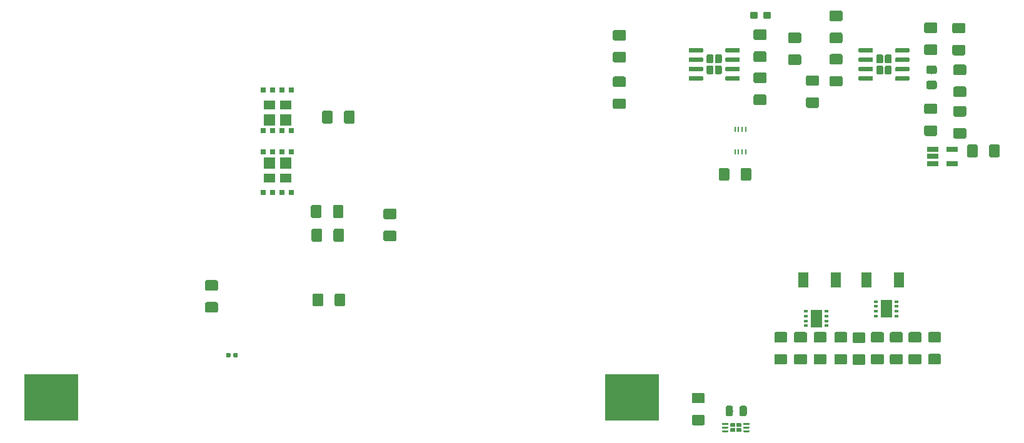
<source format=gbr>
G04 #@! TF.GenerationSoftware,KiCad,Pcbnew,(5.1.0)-1*
G04 #@! TF.CreationDate,2019-12-18T17:57:52-04:00*
G04 #@! TF.ProjectId,Main,4d61696e-2e6b-4696-9361-645f70636258,rev?*
G04 #@! TF.SameCoordinates,Original*
G04 #@! TF.FileFunction,Paste,Top*
G04 #@! TF.FilePolarity,Positive*
%FSLAX46Y46*%
G04 Gerber Fmt 4.6, Leading zero omitted, Abs format (unit mm)*
G04 Created by KiCad (PCBNEW (5.1.0)-1) date 2019-12-18 17:57:52*
%MOMM*%
%LPD*%
G04 APERTURE LIST*
%ADD10C,0.100000*%
%ADD11C,0.975000*%
%ADD12C,1.425000*%
%ADD13R,0.250000X0.750000*%
%ADD14C,1.150000*%
%ADD15C,0.950000*%
%ADD16R,1.400000X2.100000*%
%ADD17R,1.560000X0.650000*%
%ADD18R,7.340000X6.350000*%
%ADD19R,1.550000X1.200000*%
%ADD20R,1.550000X1.600000*%
%ADD21R,0.700000X0.800000*%
%ADD22C,0.590000*%
%ADD23C,0.540000*%
%ADD24C,0.250000*%
%ADD25C,0.600000*%
%ADD26C,0.920000*%
%ADD27R,0.600000X0.400000*%
%ADD28R,1.650000X2.400000*%
G04 APERTURE END LIST*
D10*
G36*
X177716642Y-101663174D02*
G01*
X177740303Y-101666684D01*
X177763507Y-101672496D01*
X177786029Y-101680554D01*
X177807653Y-101690782D01*
X177828170Y-101703079D01*
X177847383Y-101717329D01*
X177865107Y-101733393D01*
X177881171Y-101751117D01*
X177895421Y-101770330D01*
X177907718Y-101790847D01*
X177917946Y-101812471D01*
X177926004Y-101834993D01*
X177931816Y-101858197D01*
X177935326Y-101881858D01*
X177936500Y-101905750D01*
X177936500Y-102818250D01*
X177935326Y-102842142D01*
X177931816Y-102865803D01*
X177926004Y-102889007D01*
X177917946Y-102911529D01*
X177907718Y-102933153D01*
X177895421Y-102953670D01*
X177881171Y-102972883D01*
X177865107Y-102990607D01*
X177847383Y-103006671D01*
X177828170Y-103020921D01*
X177807653Y-103033218D01*
X177786029Y-103043446D01*
X177763507Y-103051504D01*
X177740303Y-103057316D01*
X177716642Y-103060826D01*
X177692750Y-103062000D01*
X177205250Y-103062000D01*
X177181358Y-103060826D01*
X177157697Y-103057316D01*
X177134493Y-103051504D01*
X177111971Y-103043446D01*
X177090347Y-103033218D01*
X177069830Y-103020921D01*
X177050617Y-103006671D01*
X177032893Y-102990607D01*
X177016829Y-102972883D01*
X177002579Y-102953670D01*
X176990282Y-102933153D01*
X176980054Y-102911529D01*
X176971996Y-102889007D01*
X176966184Y-102865803D01*
X176962674Y-102842142D01*
X176961500Y-102818250D01*
X176961500Y-101905750D01*
X176962674Y-101881858D01*
X176966184Y-101858197D01*
X176971996Y-101834993D01*
X176980054Y-101812471D01*
X176990282Y-101790847D01*
X177002579Y-101770330D01*
X177016829Y-101751117D01*
X177032893Y-101733393D01*
X177050617Y-101717329D01*
X177069830Y-101703079D01*
X177090347Y-101690782D01*
X177111971Y-101680554D01*
X177134493Y-101672496D01*
X177157697Y-101666684D01*
X177181358Y-101663174D01*
X177205250Y-101662000D01*
X177692750Y-101662000D01*
X177716642Y-101663174D01*
X177716642Y-101663174D01*
G37*
D11*
X177449000Y-102362000D03*
D10*
G36*
X179591642Y-101663174D02*
G01*
X179615303Y-101666684D01*
X179638507Y-101672496D01*
X179661029Y-101680554D01*
X179682653Y-101690782D01*
X179703170Y-101703079D01*
X179722383Y-101717329D01*
X179740107Y-101733393D01*
X179756171Y-101751117D01*
X179770421Y-101770330D01*
X179782718Y-101790847D01*
X179792946Y-101812471D01*
X179801004Y-101834993D01*
X179806816Y-101858197D01*
X179810326Y-101881858D01*
X179811500Y-101905750D01*
X179811500Y-102818250D01*
X179810326Y-102842142D01*
X179806816Y-102865803D01*
X179801004Y-102889007D01*
X179792946Y-102911529D01*
X179782718Y-102933153D01*
X179770421Y-102953670D01*
X179756171Y-102972883D01*
X179740107Y-102990607D01*
X179722383Y-103006671D01*
X179703170Y-103020921D01*
X179682653Y-103033218D01*
X179661029Y-103043446D01*
X179638507Y-103051504D01*
X179615303Y-103057316D01*
X179591642Y-103060826D01*
X179567750Y-103062000D01*
X179080250Y-103062000D01*
X179056358Y-103060826D01*
X179032697Y-103057316D01*
X179009493Y-103051504D01*
X178986971Y-103043446D01*
X178965347Y-103033218D01*
X178944830Y-103020921D01*
X178925617Y-103006671D01*
X178907893Y-102990607D01*
X178891829Y-102972883D01*
X178877579Y-102953670D01*
X178865282Y-102933153D01*
X178855054Y-102911529D01*
X178846996Y-102889007D01*
X178841184Y-102865803D01*
X178837674Y-102842142D01*
X178836500Y-102818250D01*
X178836500Y-101905750D01*
X178837674Y-101881858D01*
X178841184Y-101858197D01*
X178846996Y-101834993D01*
X178855054Y-101812471D01*
X178865282Y-101790847D01*
X178877579Y-101770330D01*
X178891829Y-101751117D01*
X178907893Y-101733393D01*
X178925617Y-101717329D01*
X178944830Y-101703079D01*
X178965347Y-101690782D01*
X178986971Y-101680554D01*
X179009493Y-101672496D01*
X179032697Y-101666684D01*
X179056358Y-101663174D01*
X179080250Y-101662000D01*
X179567750Y-101662000D01*
X179591642Y-101663174D01*
X179591642Y-101663174D01*
G37*
D11*
X179324000Y-102362000D03*
D10*
G36*
X209310504Y-55422704D02*
G01*
X209334773Y-55426304D01*
X209358571Y-55432265D01*
X209381671Y-55440530D01*
X209403849Y-55451020D01*
X209424893Y-55463633D01*
X209444598Y-55478247D01*
X209462777Y-55494723D01*
X209479253Y-55512902D01*
X209493867Y-55532607D01*
X209506480Y-55553651D01*
X209516970Y-55575829D01*
X209525235Y-55598929D01*
X209531196Y-55622727D01*
X209534796Y-55646996D01*
X209536000Y-55671500D01*
X209536000Y-56596500D01*
X209534796Y-56621004D01*
X209531196Y-56645273D01*
X209525235Y-56669071D01*
X209516970Y-56692171D01*
X209506480Y-56714349D01*
X209493867Y-56735393D01*
X209479253Y-56755098D01*
X209462777Y-56773277D01*
X209444598Y-56789753D01*
X209424893Y-56804367D01*
X209403849Y-56816980D01*
X209381671Y-56827470D01*
X209358571Y-56835735D01*
X209334773Y-56841696D01*
X209310504Y-56845296D01*
X209286000Y-56846500D01*
X208036000Y-56846500D01*
X208011496Y-56845296D01*
X207987227Y-56841696D01*
X207963429Y-56835735D01*
X207940329Y-56827470D01*
X207918151Y-56816980D01*
X207897107Y-56804367D01*
X207877402Y-56789753D01*
X207859223Y-56773277D01*
X207842747Y-56755098D01*
X207828133Y-56735393D01*
X207815520Y-56714349D01*
X207805030Y-56692171D01*
X207796765Y-56669071D01*
X207790804Y-56645273D01*
X207787204Y-56621004D01*
X207786000Y-56596500D01*
X207786000Y-55671500D01*
X207787204Y-55646996D01*
X207790804Y-55622727D01*
X207796765Y-55598929D01*
X207805030Y-55575829D01*
X207815520Y-55553651D01*
X207828133Y-55532607D01*
X207842747Y-55512902D01*
X207859223Y-55494723D01*
X207877402Y-55478247D01*
X207897107Y-55463633D01*
X207918151Y-55451020D01*
X207940329Y-55440530D01*
X207963429Y-55432265D01*
X207987227Y-55426304D01*
X208011496Y-55422704D01*
X208036000Y-55421500D01*
X209286000Y-55421500D01*
X209310504Y-55422704D01*
X209310504Y-55422704D01*
G37*
D12*
X208661000Y-56134000D03*
D10*
G36*
X209310504Y-58397704D02*
G01*
X209334773Y-58401304D01*
X209358571Y-58407265D01*
X209381671Y-58415530D01*
X209403849Y-58426020D01*
X209424893Y-58438633D01*
X209444598Y-58453247D01*
X209462777Y-58469723D01*
X209479253Y-58487902D01*
X209493867Y-58507607D01*
X209506480Y-58528651D01*
X209516970Y-58550829D01*
X209525235Y-58573929D01*
X209531196Y-58597727D01*
X209534796Y-58621996D01*
X209536000Y-58646500D01*
X209536000Y-59571500D01*
X209534796Y-59596004D01*
X209531196Y-59620273D01*
X209525235Y-59644071D01*
X209516970Y-59667171D01*
X209506480Y-59689349D01*
X209493867Y-59710393D01*
X209479253Y-59730098D01*
X209462777Y-59748277D01*
X209444598Y-59764753D01*
X209424893Y-59779367D01*
X209403849Y-59791980D01*
X209381671Y-59802470D01*
X209358571Y-59810735D01*
X209334773Y-59816696D01*
X209310504Y-59820296D01*
X209286000Y-59821500D01*
X208036000Y-59821500D01*
X208011496Y-59820296D01*
X207987227Y-59816696D01*
X207963429Y-59810735D01*
X207940329Y-59802470D01*
X207918151Y-59791980D01*
X207897107Y-59779367D01*
X207877402Y-59764753D01*
X207859223Y-59748277D01*
X207842747Y-59730098D01*
X207828133Y-59710393D01*
X207815520Y-59689349D01*
X207805030Y-59667171D01*
X207796765Y-59644071D01*
X207790804Y-59620273D01*
X207787204Y-59596004D01*
X207786000Y-59571500D01*
X207786000Y-58646500D01*
X207787204Y-58621996D01*
X207790804Y-58597727D01*
X207796765Y-58573929D01*
X207805030Y-58550829D01*
X207815520Y-58528651D01*
X207828133Y-58507607D01*
X207842747Y-58487902D01*
X207859223Y-58469723D01*
X207877402Y-58453247D01*
X207897107Y-58438633D01*
X207918151Y-58426020D01*
X207940329Y-58415530D01*
X207963429Y-58407265D01*
X207987227Y-58401304D01*
X208011496Y-58397704D01*
X208036000Y-58396500D01*
X209286000Y-58396500D01*
X209310504Y-58397704D01*
X209310504Y-58397704D01*
G37*
D12*
X208661000Y-59109000D03*
D10*
G36*
X209310504Y-61047204D02*
G01*
X209334773Y-61050804D01*
X209358571Y-61056765D01*
X209381671Y-61065030D01*
X209403849Y-61075520D01*
X209424893Y-61088133D01*
X209444598Y-61102747D01*
X209462777Y-61119223D01*
X209479253Y-61137402D01*
X209493867Y-61157107D01*
X209506480Y-61178151D01*
X209516970Y-61200329D01*
X209525235Y-61223429D01*
X209531196Y-61247227D01*
X209534796Y-61271496D01*
X209536000Y-61296000D01*
X209536000Y-62221000D01*
X209534796Y-62245504D01*
X209531196Y-62269773D01*
X209525235Y-62293571D01*
X209516970Y-62316671D01*
X209506480Y-62338849D01*
X209493867Y-62359893D01*
X209479253Y-62379598D01*
X209462777Y-62397777D01*
X209444598Y-62414253D01*
X209424893Y-62428867D01*
X209403849Y-62441480D01*
X209381671Y-62451970D01*
X209358571Y-62460235D01*
X209334773Y-62466196D01*
X209310504Y-62469796D01*
X209286000Y-62471000D01*
X208036000Y-62471000D01*
X208011496Y-62469796D01*
X207987227Y-62466196D01*
X207963429Y-62460235D01*
X207940329Y-62451970D01*
X207918151Y-62441480D01*
X207897107Y-62428867D01*
X207877402Y-62414253D01*
X207859223Y-62397777D01*
X207842747Y-62379598D01*
X207828133Y-62359893D01*
X207815520Y-62338849D01*
X207805030Y-62316671D01*
X207796765Y-62293571D01*
X207790804Y-62269773D01*
X207787204Y-62245504D01*
X207786000Y-62221000D01*
X207786000Y-61296000D01*
X207787204Y-61271496D01*
X207790804Y-61247227D01*
X207796765Y-61223429D01*
X207805030Y-61200329D01*
X207815520Y-61178151D01*
X207828133Y-61157107D01*
X207842747Y-61137402D01*
X207859223Y-61119223D01*
X207877402Y-61102747D01*
X207897107Y-61088133D01*
X207918151Y-61075520D01*
X207940329Y-61065030D01*
X207963429Y-61056765D01*
X207987227Y-61050804D01*
X208011496Y-61047204D01*
X208036000Y-61046000D01*
X209286000Y-61046000D01*
X209310504Y-61047204D01*
X209310504Y-61047204D01*
G37*
D12*
X208661000Y-61758500D03*
D10*
G36*
X209310504Y-64022204D02*
G01*
X209334773Y-64025804D01*
X209358571Y-64031765D01*
X209381671Y-64040030D01*
X209403849Y-64050520D01*
X209424893Y-64063133D01*
X209444598Y-64077747D01*
X209462777Y-64094223D01*
X209479253Y-64112402D01*
X209493867Y-64132107D01*
X209506480Y-64153151D01*
X209516970Y-64175329D01*
X209525235Y-64198429D01*
X209531196Y-64222227D01*
X209534796Y-64246496D01*
X209536000Y-64271000D01*
X209536000Y-65196000D01*
X209534796Y-65220504D01*
X209531196Y-65244773D01*
X209525235Y-65268571D01*
X209516970Y-65291671D01*
X209506480Y-65313849D01*
X209493867Y-65334893D01*
X209479253Y-65354598D01*
X209462777Y-65372777D01*
X209444598Y-65389253D01*
X209424893Y-65403867D01*
X209403849Y-65416480D01*
X209381671Y-65426970D01*
X209358571Y-65435235D01*
X209334773Y-65441196D01*
X209310504Y-65444796D01*
X209286000Y-65446000D01*
X208036000Y-65446000D01*
X208011496Y-65444796D01*
X207987227Y-65441196D01*
X207963429Y-65435235D01*
X207940329Y-65426970D01*
X207918151Y-65416480D01*
X207897107Y-65403867D01*
X207877402Y-65389253D01*
X207859223Y-65372777D01*
X207842747Y-65354598D01*
X207828133Y-65334893D01*
X207815520Y-65313849D01*
X207805030Y-65291671D01*
X207796765Y-65268571D01*
X207790804Y-65244773D01*
X207787204Y-65220504D01*
X207786000Y-65196000D01*
X207786000Y-64271000D01*
X207787204Y-64246496D01*
X207790804Y-64222227D01*
X207796765Y-64198429D01*
X207805030Y-64175329D01*
X207815520Y-64153151D01*
X207828133Y-64132107D01*
X207842747Y-64112402D01*
X207859223Y-64094223D01*
X207877402Y-64077747D01*
X207897107Y-64063133D01*
X207918151Y-64050520D01*
X207940329Y-64040030D01*
X207963429Y-64031765D01*
X207987227Y-64025804D01*
X208011496Y-64022204D01*
X208036000Y-64021000D01*
X209286000Y-64021000D01*
X209310504Y-64022204D01*
X209310504Y-64022204D01*
G37*
D12*
X208661000Y-64733500D03*
D10*
G36*
X107964504Y-87607704D02*
G01*
X107988773Y-87611304D01*
X108012571Y-87617265D01*
X108035671Y-87625530D01*
X108057849Y-87636020D01*
X108078893Y-87648633D01*
X108098598Y-87663247D01*
X108116777Y-87679723D01*
X108133253Y-87697902D01*
X108147867Y-87717607D01*
X108160480Y-87738651D01*
X108170970Y-87760829D01*
X108179235Y-87783929D01*
X108185196Y-87807727D01*
X108188796Y-87831996D01*
X108190000Y-87856500D01*
X108190000Y-88781500D01*
X108188796Y-88806004D01*
X108185196Y-88830273D01*
X108179235Y-88854071D01*
X108170970Y-88877171D01*
X108160480Y-88899349D01*
X108147867Y-88920393D01*
X108133253Y-88940098D01*
X108116777Y-88958277D01*
X108098598Y-88974753D01*
X108078893Y-88989367D01*
X108057849Y-89001980D01*
X108035671Y-89012470D01*
X108012571Y-89020735D01*
X107988773Y-89026696D01*
X107964504Y-89030296D01*
X107940000Y-89031500D01*
X106690000Y-89031500D01*
X106665496Y-89030296D01*
X106641227Y-89026696D01*
X106617429Y-89020735D01*
X106594329Y-89012470D01*
X106572151Y-89001980D01*
X106551107Y-88989367D01*
X106531402Y-88974753D01*
X106513223Y-88958277D01*
X106496747Y-88940098D01*
X106482133Y-88920393D01*
X106469520Y-88899349D01*
X106459030Y-88877171D01*
X106450765Y-88854071D01*
X106444804Y-88830273D01*
X106441204Y-88806004D01*
X106440000Y-88781500D01*
X106440000Y-87856500D01*
X106441204Y-87831996D01*
X106444804Y-87807727D01*
X106450765Y-87783929D01*
X106459030Y-87760829D01*
X106469520Y-87738651D01*
X106482133Y-87717607D01*
X106496747Y-87697902D01*
X106513223Y-87679723D01*
X106531402Y-87663247D01*
X106551107Y-87648633D01*
X106572151Y-87636020D01*
X106594329Y-87625530D01*
X106617429Y-87617265D01*
X106641227Y-87611304D01*
X106665496Y-87607704D01*
X106690000Y-87606500D01*
X107940000Y-87606500D01*
X107964504Y-87607704D01*
X107964504Y-87607704D01*
G37*
D12*
X107315000Y-88319000D03*
D10*
G36*
X107964504Y-84632704D02*
G01*
X107988773Y-84636304D01*
X108012571Y-84642265D01*
X108035671Y-84650530D01*
X108057849Y-84661020D01*
X108078893Y-84673633D01*
X108098598Y-84688247D01*
X108116777Y-84704723D01*
X108133253Y-84722902D01*
X108147867Y-84742607D01*
X108160480Y-84763651D01*
X108170970Y-84785829D01*
X108179235Y-84808929D01*
X108185196Y-84832727D01*
X108188796Y-84856996D01*
X108190000Y-84881500D01*
X108190000Y-85806500D01*
X108188796Y-85831004D01*
X108185196Y-85855273D01*
X108179235Y-85879071D01*
X108170970Y-85902171D01*
X108160480Y-85924349D01*
X108147867Y-85945393D01*
X108133253Y-85965098D01*
X108116777Y-85983277D01*
X108098598Y-85999753D01*
X108078893Y-86014367D01*
X108057849Y-86026980D01*
X108035671Y-86037470D01*
X108012571Y-86045735D01*
X107988773Y-86051696D01*
X107964504Y-86055296D01*
X107940000Y-86056500D01*
X106690000Y-86056500D01*
X106665496Y-86055296D01*
X106641227Y-86051696D01*
X106617429Y-86045735D01*
X106594329Y-86037470D01*
X106572151Y-86026980D01*
X106551107Y-86014367D01*
X106531402Y-85999753D01*
X106513223Y-85983277D01*
X106496747Y-85965098D01*
X106482133Y-85945393D01*
X106469520Y-85924349D01*
X106459030Y-85902171D01*
X106450765Y-85879071D01*
X106444804Y-85855273D01*
X106441204Y-85831004D01*
X106440000Y-85806500D01*
X106440000Y-84881500D01*
X106441204Y-84856996D01*
X106444804Y-84832727D01*
X106450765Y-84808929D01*
X106459030Y-84785829D01*
X106469520Y-84763651D01*
X106482133Y-84742607D01*
X106496747Y-84722902D01*
X106513223Y-84704723D01*
X106531402Y-84688247D01*
X106551107Y-84673633D01*
X106572151Y-84661020D01*
X106594329Y-84650530D01*
X106617429Y-84642265D01*
X106641227Y-84636304D01*
X106665496Y-84632704D01*
X106690000Y-84631500D01*
X107940000Y-84631500D01*
X107964504Y-84632704D01*
X107964504Y-84632704D01*
G37*
D12*
X107315000Y-85344000D03*
D13*
X178708000Y-67276000D03*
X178208000Y-67276000D03*
X179208000Y-67276000D03*
X179708000Y-67276000D03*
X179708000Y-64176000D03*
X179208000Y-64176000D03*
X178708000Y-64176000D03*
X178208000Y-64176000D03*
D10*
G36*
X205324505Y-55551204D02*
G01*
X205348773Y-55554804D01*
X205372572Y-55560765D01*
X205395671Y-55569030D01*
X205417850Y-55579520D01*
X205438893Y-55592132D01*
X205458599Y-55606747D01*
X205476777Y-55623223D01*
X205493253Y-55641401D01*
X205507868Y-55661107D01*
X205520480Y-55682150D01*
X205530970Y-55704329D01*
X205539235Y-55727428D01*
X205545196Y-55751227D01*
X205548796Y-55775495D01*
X205550000Y-55799999D01*
X205550000Y-56450001D01*
X205548796Y-56474505D01*
X205545196Y-56498773D01*
X205539235Y-56522572D01*
X205530970Y-56545671D01*
X205520480Y-56567850D01*
X205507868Y-56588893D01*
X205493253Y-56608599D01*
X205476777Y-56626777D01*
X205458599Y-56643253D01*
X205438893Y-56657868D01*
X205417850Y-56670480D01*
X205395671Y-56680970D01*
X205372572Y-56689235D01*
X205348773Y-56695196D01*
X205324505Y-56698796D01*
X205300001Y-56700000D01*
X204399999Y-56700000D01*
X204375495Y-56698796D01*
X204351227Y-56695196D01*
X204327428Y-56689235D01*
X204304329Y-56680970D01*
X204282150Y-56670480D01*
X204261107Y-56657868D01*
X204241401Y-56643253D01*
X204223223Y-56626777D01*
X204206747Y-56608599D01*
X204192132Y-56588893D01*
X204179520Y-56567850D01*
X204169030Y-56545671D01*
X204160765Y-56522572D01*
X204154804Y-56498773D01*
X204151204Y-56474505D01*
X204150000Y-56450001D01*
X204150000Y-55799999D01*
X204151204Y-55775495D01*
X204154804Y-55751227D01*
X204160765Y-55727428D01*
X204169030Y-55704329D01*
X204179520Y-55682150D01*
X204192132Y-55661107D01*
X204206747Y-55641401D01*
X204223223Y-55623223D01*
X204241401Y-55606747D01*
X204261107Y-55592132D01*
X204282150Y-55579520D01*
X204304329Y-55569030D01*
X204327428Y-55560765D01*
X204351227Y-55554804D01*
X204375495Y-55551204D01*
X204399999Y-55550000D01*
X205300001Y-55550000D01*
X205324505Y-55551204D01*
X205324505Y-55551204D01*
G37*
D14*
X204850000Y-56125000D03*
D10*
G36*
X205324505Y-57601204D02*
G01*
X205348773Y-57604804D01*
X205372572Y-57610765D01*
X205395671Y-57619030D01*
X205417850Y-57629520D01*
X205438893Y-57642132D01*
X205458599Y-57656747D01*
X205476777Y-57673223D01*
X205493253Y-57691401D01*
X205507868Y-57711107D01*
X205520480Y-57732150D01*
X205530970Y-57754329D01*
X205539235Y-57777428D01*
X205545196Y-57801227D01*
X205548796Y-57825495D01*
X205550000Y-57849999D01*
X205550000Y-58500001D01*
X205548796Y-58524505D01*
X205545196Y-58548773D01*
X205539235Y-58572572D01*
X205530970Y-58595671D01*
X205520480Y-58617850D01*
X205507868Y-58638893D01*
X205493253Y-58658599D01*
X205476777Y-58676777D01*
X205458599Y-58693253D01*
X205438893Y-58707868D01*
X205417850Y-58720480D01*
X205395671Y-58730970D01*
X205372572Y-58739235D01*
X205348773Y-58745196D01*
X205324505Y-58748796D01*
X205300001Y-58750000D01*
X204399999Y-58750000D01*
X204375495Y-58748796D01*
X204351227Y-58745196D01*
X204327428Y-58739235D01*
X204304329Y-58730970D01*
X204282150Y-58720480D01*
X204261107Y-58707868D01*
X204241401Y-58693253D01*
X204223223Y-58676777D01*
X204206747Y-58658599D01*
X204192132Y-58638893D01*
X204179520Y-58617850D01*
X204169030Y-58595671D01*
X204160765Y-58572572D01*
X204154804Y-58548773D01*
X204151204Y-58524505D01*
X204150000Y-58500001D01*
X204150000Y-57849999D01*
X204151204Y-57825495D01*
X204154804Y-57801227D01*
X204160765Y-57777428D01*
X204169030Y-57754329D01*
X204179520Y-57732150D01*
X204192132Y-57711107D01*
X204206747Y-57691401D01*
X204223223Y-57673223D01*
X204241401Y-57656747D01*
X204261107Y-57642132D01*
X204282150Y-57629520D01*
X204304329Y-57619030D01*
X204327428Y-57610765D01*
X204351227Y-57604804D01*
X204375495Y-57601204D01*
X204399999Y-57600000D01*
X205300001Y-57600000D01*
X205324505Y-57601204D01*
X205324505Y-57601204D01*
G37*
D14*
X204850000Y-58175000D03*
D10*
G36*
X181110779Y-48276144D02*
G01*
X181133834Y-48279563D01*
X181156443Y-48285227D01*
X181178387Y-48293079D01*
X181199457Y-48303044D01*
X181219448Y-48315026D01*
X181238168Y-48328910D01*
X181255438Y-48344562D01*
X181271090Y-48361832D01*
X181284974Y-48380552D01*
X181296956Y-48400543D01*
X181306921Y-48421613D01*
X181314773Y-48443557D01*
X181320437Y-48466166D01*
X181323856Y-48489221D01*
X181325000Y-48512500D01*
X181325000Y-48987500D01*
X181323856Y-49010779D01*
X181320437Y-49033834D01*
X181314773Y-49056443D01*
X181306921Y-49078387D01*
X181296956Y-49099457D01*
X181284974Y-49119448D01*
X181271090Y-49138168D01*
X181255438Y-49155438D01*
X181238168Y-49171090D01*
X181219448Y-49184974D01*
X181199457Y-49196956D01*
X181178387Y-49206921D01*
X181156443Y-49214773D01*
X181133834Y-49220437D01*
X181110779Y-49223856D01*
X181087500Y-49225000D01*
X180512500Y-49225000D01*
X180489221Y-49223856D01*
X180466166Y-49220437D01*
X180443557Y-49214773D01*
X180421613Y-49206921D01*
X180400543Y-49196956D01*
X180380552Y-49184974D01*
X180361832Y-49171090D01*
X180344562Y-49155438D01*
X180328910Y-49138168D01*
X180315026Y-49119448D01*
X180303044Y-49099457D01*
X180293079Y-49078387D01*
X180285227Y-49056443D01*
X180279563Y-49033834D01*
X180276144Y-49010779D01*
X180275000Y-48987500D01*
X180275000Y-48512500D01*
X180276144Y-48489221D01*
X180279563Y-48466166D01*
X180285227Y-48443557D01*
X180293079Y-48421613D01*
X180303044Y-48400543D01*
X180315026Y-48380552D01*
X180328910Y-48361832D01*
X180344562Y-48344562D01*
X180361832Y-48328910D01*
X180380552Y-48315026D01*
X180400543Y-48303044D01*
X180421613Y-48293079D01*
X180443557Y-48285227D01*
X180466166Y-48279563D01*
X180489221Y-48276144D01*
X180512500Y-48275000D01*
X181087500Y-48275000D01*
X181110779Y-48276144D01*
X181110779Y-48276144D01*
G37*
D15*
X180800000Y-48750000D03*
D10*
G36*
X182860779Y-48276144D02*
G01*
X182883834Y-48279563D01*
X182906443Y-48285227D01*
X182928387Y-48293079D01*
X182949457Y-48303044D01*
X182969448Y-48315026D01*
X182988168Y-48328910D01*
X183005438Y-48344562D01*
X183021090Y-48361832D01*
X183034974Y-48380552D01*
X183046956Y-48400543D01*
X183056921Y-48421613D01*
X183064773Y-48443557D01*
X183070437Y-48466166D01*
X183073856Y-48489221D01*
X183075000Y-48512500D01*
X183075000Y-48987500D01*
X183073856Y-49010779D01*
X183070437Y-49033834D01*
X183064773Y-49056443D01*
X183056921Y-49078387D01*
X183046956Y-49099457D01*
X183034974Y-49119448D01*
X183021090Y-49138168D01*
X183005438Y-49155438D01*
X182988168Y-49171090D01*
X182969448Y-49184974D01*
X182949457Y-49196956D01*
X182928387Y-49206921D01*
X182906443Y-49214773D01*
X182883834Y-49220437D01*
X182860779Y-49223856D01*
X182837500Y-49225000D01*
X182262500Y-49225000D01*
X182239221Y-49223856D01*
X182216166Y-49220437D01*
X182193557Y-49214773D01*
X182171613Y-49206921D01*
X182150543Y-49196956D01*
X182130552Y-49184974D01*
X182111832Y-49171090D01*
X182094562Y-49155438D01*
X182078910Y-49138168D01*
X182065026Y-49119448D01*
X182053044Y-49099457D01*
X182043079Y-49078387D01*
X182035227Y-49056443D01*
X182029563Y-49033834D01*
X182026144Y-49010779D01*
X182025000Y-48987500D01*
X182025000Y-48512500D01*
X182026144Y-48489221D01*
X182029563Y-48466166D01*
X182035227Y-48443557D01*
X182043079Y-48421613D01*
X182053044Y-48400543D01*
X182065026Y-48380552D01*
X182078910Y-48361832D01*
X182094562Y-48344562D01*
X182111832Y-48328910D01*
X182130552Y-48315026D01*
X182150543Y-48303044D01*
X182171613Y-48293079D01*
X182193557Y-48285227D01*
X182216166Y-48279563D01*
X182239221Y-48276144D01*
X182262500Y-48275000D01*
X182837500Y-48275000D01*
X182860779Y-48276144D01*
X182860779Y-48276144D01*
G37*
D15*
X182550000Y-48750000D03*
D16*
X196006000Y-84582000D03*
X200406000Y-84582000D03*
X191852000Y-84582000D03*
X187452000Y-84582000D03*
D17*
X204961500Y-66931500D03*
X204961500Y-67881500D03*
X204961500Y-68831500D03*
X207661500Y-68831500D03*
X207661500Y-66931500D03*
D10*
G36*
X177217004Y-69420704D02*
G01*
X177241273Y-69424304D01*
X177265071Y-69430265D01*
X177288171Y-69438530D01*
X177310349Y-69449020D01*
X177331393Y-69461633D01*
X177351098Y-69476247D01*
X177369277Y-69492723D01*
X177385753Y-69510902D01*
X177400367Y-69530607D01*
X177412980Y-69551651D01*
X177423470Y-69573829D01*
X177431735Y-69596929D01*
X177437696Y-69620727D01*
X177441296Y-69644996D01*
X177442500Y-69669500D01*
X177442500Y-70919500D01*
X177441296Y-70944004D01*
X177437696Y-70968273D01*
X177431735Y-70992071D01*
X177423470Y-71015171D01*
X177412980Y-71037349D01*
X177400367Y-71058393D01*
X177385753Y-71078098D01*
X177369277Y-71096277D01*
X177351098Y-71112753D01*
X177331393Y-71127367D01*
X177310349Y-71139980D01*
X177288171Y-71150470D01*
X177265071Y-71158735D01*
X177241273Y-71164696D01*
X177217004Y-71168296D01*
X177192500Y-71169500D01*
X176267500Y-71169500D01*
X176242996Y-71168296D01*
X176218727Y-71164696D01*
X176194929Y-71158735D01*
X176171829Y-71150470D01*
X176149651Y-71139980D01*
X176128607Y-71127367D01*
X176108902Y-71112753D01*
X176090723Y-71096277D01*
X176074247Y-71078098D01*
X176059633Y-71058393D01*
X176047020Y-71037349D01*
X176036530Y-71015171D01*
X176028265Y-70992071D01*
X176022304Y-70968273D01*
X176018704Y-70944004D01*
X176017500Y-70919500D01*
X176017500Y-69669500D01*
X176018704Y-69644996D01*
X176022304Y-69620727D01*
X176028265Y-69596929D01*
X176036530Y-69573829D01*
X176047020Y-69551651D01*
X176059633Y-69530607D01*
X176074247Y-69510902D01*
X176090723Y-69492723D01*
X176108902Y-69476247D01*
X176128607Y-69461633D01*
X176149651Y-69449020D01*
X176171829Y-69438530D01*
X176194929Y-69430265D01*
X176218727Y-69424304D01*
X176242996Y-69420704D01*
X176267500Y-69419500D01*
X177192500Y-69419500D01*
X177217004Y-69420704D01*
X177217004Y-69420704D01*
G37*
D12*
X176730000Y-70294500D03*
D10*
G36*
X180192004Y-69420704D02*
G01*
X180216273Y-69424304D01*
X180240071Y-69430265D01*
X180263171Y-69438530D01*
X180285349Y-69449020D01*
X180306393Y-69461633D01*
X180326098Y-69476247D01*
X180344277Y-69492723D01*
X180360753Y-69510902D01*
X180375367Y-69530607D01*
X180387980Y-69551651D01*
X180398470Y-69573829D01*
X180406735Y-69596929D01*
X180412696Y-69620727D01*
X180416296Y-69644996D01*
X180417500Y-69669500D01*
X180417500Y-70919500D01*
X180416296Y-70944004D01*
X180412696Y-70968273D01*
X180406735Y-70992071D01*
X180398470Y-71015171D01*
X180387980Y-71037349D01*
X180375367Y-71058393D01*
X180360753Y-71078098D01*
X180344277Y-71096277D01*
X180326098Y-71112753D01*
X180306393Y-71127367D01*
X180285349Y-71139980D01*
X180263171Y-71150470D01*
X180240071Y-71158735D01*
X180216273Y-71164696D01*
X180192004Y-71168296D01*
X180167500Y-71169500D01*
X179242500Y-71169500D01*
X179217996Y-71168296D01*
X179193727Y-71164696D01*
X179169929Y-71158735D01*
X179146829Y-71150470D01*
X179124651Y-71139980D01*
X179103607Y-71127367D01*
X179083902Y-71112753D01*
X179065723Y-71096277D01*
X179049247Y-71078098D01*
X179034633Y-71058393D01*
X179022020Y-71037349D01*
X179011530Y-71015171D01*
X179003265Y-70992071D01*
X178997304Y-70968273D01*
X178993704Y-70944004D01*
X178992500Y-70919500D01*
X178992500Y-69669500D01*
X178993704Y-69644996D01*
X178997304Y-69620727D01*
X179003265Y-69596929D01*
X179011530Y-69573829D01*
X179022020Y-69551651D01*
X179034633Y-69530607D01*
X179049247Y-69510902D01*
X179065723Y-69492723D01*
X179083902Y-69476247D01*
X179103607Y-69461633D01*
X179124651Y-69449020D01*
X179146829Y-69438530D01*
X179169929Y-69430265D01*
X179193727Y-69424304D01*
X179217996Y-69420704D01*
X179242500Y-69419500D01*
X180167500Y-69419500D01*
X180192004Y-69420704D01*
X180192004Y-69420704D01*
G37*
D12*
X179705000Y-70294500D03*
D10*
G36*
X186958504Y-51077704D02*
G01*
X186982773Y-51081304D01*
X187006571Y-51087265D01*
X187029671Y-51095530D01*
X187051849Y-51106020D01*
X187072893Y-51118633D01*
X187092598Y-51133247D01*
X187110777Y-51149723D01*
X187127253Y-51167902D01*
X187141867Y-51187607D01*
X187154480Y-51208651D01*
X187164970Y-51230829D01*
X187173235Y-51253929D01*
X187179196Y-51277727D01*
X187182796Y-51301996D01*
X187184000Y-51326500D01*
X187184000Y-52251500D01*
X187182796Y-52276004D01*
X187179196Y-52300273D01*
X187173235Y-52324071D01*
X187164970Y-52347171D01*
X187154480Y-52369349D01*
X187141867Y-52390393D01*
X187127253Y-52410098D01*
X187110777Y-52428277D01*
X187092598Y-52444753D01*
X187072893Y-52459367D01*
X187051849Y-52471980D01*
X187029671Y-52482470D01*
X187006571Y-52490735D01*
X186982773Y-52496696D01*
X186958504Y-52500296D01*
X186934000Y-52501500D01*
X185684000Y-52501500D01*
X185659496Y-52500296D01*
X185635227Y-52496696D01*
X185611429Y-52490735D01*
X185588329Y-52482470D01*
X185566151Y-52471980D01*
X185545107Y-52459367D01*
X185525402Y-52444753D01*
X185507223Y-52428277D01*
X185490747Y-52410098D01*
X185476133Y-52390393D01*
X185463520Y-52369349D01*
X185453030Y-52347171D01*
X185444765Y-52324071D01*
X185438804Y-52300273D01*
X185435204Y-52276004D01*
X185434000Y-52251500D01*
X185434000Y-51326500D01*
X185435204Y-51301996D01*
X185438804Y-51277727D01*
X185444765Y-51253929D01*
X185453030Y-51230829D01*
X185463520Y-51208651D01*
X185476133Y-51187607D01*
X185490747Y-51167902D01*
X185507223Y-51149723D01*
X185525402Y-51133247D01*
X185545107Y-51118633D01*
X185566151Y-51106020D01*
X185588329Y-51095530D01*
X185611429Y-51087265D01*
X185635227Y-51081304D01*
X185659496Y-51077704D01*
X185684000Y-51076500D01*
X186934000Y-51076500D01*
X186958504Y-51077704D01*
X186958504Y-51077704D01*
G37*
D12*
X186309000Y-51789000D03*
D10*
G36*
X186958504Y-54052704D02*
G01*
X186982773Y-54056304D01*
X187006571Y-54062265D01*
X187029671Y-54070530D01*
X187051849Y-54081020D01*
X187072893Y-54093633D01*
X187092598Y-54108247D01*
X187110777Y-54124723D01*
X187127253Y-54142902D01*
X187141867Y-54162607D01*
X187154480Y-54183651D01*
X187164970Y-54205829D01*
X187173235Y-54228929D01*
X187179196Y-54252727D01*
X187182796Y-54276996D01*
X187184000Y-54301500D01*
X187184000Y-55226500D01*
X187182796Y-55251004D01*
X187179196Y-55275273D01*
X187173235Y-55299071D01*
X187164970Y-55322171D01*
X187154480Y-55344349D01*
X187141867Y-55365393D01*
X187127253Y-55385098D01*
X187110777Y-55403277D01*
X187092598Y-55419753D01*
X187072893Y-55434367D01*
X187051849Y-55446980D01*
X187029671Y-55457470D01*
X187006571Y-55465735D01*
X186982773Y-55471696D01*
X186958504Y-55475296D01*
X186934000Y-55476500D01*
X185684000Y-55476500D01*
X185659496Y-55475296D01*
X185635227Y-55471696D01*
X185611429Y-55465735D01*
X185588329Y-55457470D01*
X185566151Y-55446980D01*
X185545107Y-55434367D01*
X185525402Y-55419753D01*
X185507223Y-55403277D01*
X185490747Y-55385098D01*
X185476133Y-55365393D01*
X185463520Y-55344349D01*
X185453030Y-55322171D01*
X185444765Y-55299071D01*
X185438804Y-55275273D01*
X185435204Y-55251004D01*
X185434000Y-55226500D01*
X185434000Y-54301500D01*
X185435204Y-54276996D01*
X185438804Y-54252727D01*
X185444765Y-54228929D01*
X185453030Y-54205829D01*
X185463520Y-54183651D01*
X185476133Y-54162607D01*
X185490747Y-54142902D01*
X185507223Y-54124723D01*
X185525402Y-54108247D01*
X185545107Y-54093633D01*
X185566151Y-54081020D01*
X185588329Y-54070530D01*
X185611429Y-54062265D01*
X185635227Y-54056304D01*
X185659496Y-54052704D01*
X185684000Y-54051500D01*
X186934000Y-54051500D01*
X186958504Y-54052704D01*
X186958504Y-54052704D01*
G37*
D12*
X186309000Y-54764000D03*
D10*
G36*
X126472604Y-61673704D02*
G01*
X126496873Y-61677304D01*
X126520671Y-61683265D01*
X126543771Y-61691530D01*
X126565949Y-61702020D01*
X126586993Y-61714633D01*
X126606698Y-61729247D01*
X126624877Y-61745723D01*
X126641353Y-61763902D01*
X126655967Y-61783607D01*
X126668580Y-61804651D01*
X126679070Y-61826829D01*
X126687335Y-61849929D01*
X126693296Y-61873727D01*
X126696896Y-61897996D01*
X126698100Y-61922500D01*
X126698100Y-63172500D01*
X126696896Y-63197004D01*
X126693296Y-63221273D01*
X126687335Y-63245071D01*
X126679070Y-63268171D01*
X126668580Y-63290349D01*
X126655967Y-63311393D01*
X126641353Y-63331098D01*
X126624877Y-63349277D01*
X126606698Y-63365753D01*
X126586993Y-63380367D01*
X126565949Y-63392980D01*
X126543771Y-63403470D01*
X126520671Y-63411735D01*
X126496873Y-63417696D01*
X126472604Y-63421296D01*
X126448100Y-63422500D01*
X125523100Y-63422500D01*
X125498596Y-63421296D01*
X125474327Y-63417696D01*
X125450529Y-63411735D01*
X125427429Y-63403470D01*
X125405251Y-63392980D01*
X125384207Y-63380367D01*
X125364502Y-63365753D01*
X125346323Y-63349277D01*
X125329847Y-63331098D01*
X125315233Y-63311393D01*
X125302620Y-63290349D01*
X125292130Y-63268171D01*
X125283865Y-63245071D01*
X125277904Y-63221273D01*
X125274304Y-63197004D01*
X125273100Y-63172500D01*
X125273100Y-61922500D01*
X125274304Y-61897996D01*
X125277904Y-61873727D01*
X125283865Y-61849929D01*
X125292130Y-61826829D01*
X125302620Y-61804651D01*
X125315233Y-61783607D01*
X125329847Y-61763902D01*
X125346323Y-61745723D01*
X125364502Y-61729247D01*
X125384207Y-61714633D01*
X125405251Y-61702020D01*
X125427429Y-61691530D01*
X125450529Y-61683265D01*
X125474327Y-61677304D01*
X125498596Y-61673704D01*
X125523100Y-61672500D01*
X126448100Y-61672500D01*
X126472604Y-61673704D01*
X126472604Y-61673704D01*
G37*
D12*
X125985600Y-62547500D03*
D10*
G36*
X123497604Y-61673704D02*
G01*
X123521873Y-61677304D01*
X123545671Y-61683265D01*
X123568771Y-61691530D01*
X123590949Y-61702020D01*
X123611993Y-61714633D01*
X123631698Y-61729247D01*
X123649877Y-61745723D01*
X123666353Y-61763902D01*
X123680967Y-61783607D01*
X123693580Y-61804651D01*
X123704070Y-61826829D01*
X123712335Y-61849929D01*
X123718296Y-61873727D01*
X123721896Y-61897996D01*
X123723100Y-61922500D01*
X123723100Y-63172500D01*
X123721896Y-63197004D01*
X123718296Y-63221273D01*
X123712335Y-63245071D01*
X123704070Y-63268171D01*
X123693580Y-63290349D01*
X123680967Y-63311393D01*
X123666353Y-63331098D01*
X123649877Y-63349277D01*
X123631698Y-63365753D01*
X123611993Y-63380367D01*
X123590949Y-63392980D01*
X123568771Y-63403470D01*
X123545671Y-63411735D01*
X123521873Y-63417696D01*
X123497604Y-63421296D01*
X123473100Y-63422500D01*
X122548100Y-63422500D01*
X122523596Y-63421296D01*
X122499327Y-63417696D01*
X122475529Y-63411735D01*
X122452429Y-63403470D01*
X122430251Y-63392980D01*
X122409207Y-63380367D01*
X122389502Y-63365753D01*
X122371323Y-63349277D01*
X122354847Y-63331098D01*
X122340233Y-63311393D01*
X122327620Y-63290349D01*
X122317130Y-63268171D01*
X122308865Y-63245071D01*
X122302904Y-63221273D01*
X122299304Y-63197004D01*
X122298100Y-63172500D01*
X122298100Y-61922500D01*
X122299304Y-61897996D01*
X122302904Y-61873727D01*
X122308865Y-61849929D01*
X122317130Y-61826829D01*
X122327620Y-61804651D01*
X122340233Y-61783607D01*
X122354847Y-61763902D01*
X122371323Y-61745723D01*
X122389502Y-61729247D01*
X122409207Y-61714633D01*
X122430251Y-61702020D01*
X122452429Y-61691530D01*
X122475529Y-61683265D01*
X122499327Y-61677304D01*
X122523596Y-61673704D01*
X122548100Y-61672500D01*
X123473100Y-61672500D01*
X123497604Y-61673704D01*
X123497604Y-61673704D01*
G37*
D12*
X123010600Y-62547500D03*
D18*
X164310700Y-100533200D03*
X85650700Y-100533200D03*
D10*
G36*
X210862504Y-66245704D02*
G01*
X210886773Y-66249304D01*
X210910571Y-66255265D01*
X210933671Y-66263530D01*
X210955849Y-66274020D01*
X210976893Y-66286633D01*
X210996598Y-66301247D01*
X211014777Y-66317723D01*
X211031253Y-66335902D01*
X211045867Y-66355607D01*
X211058480Y-66376651D01*
X211068970Y-66398829D01*
X211077235Y-66421929D01*
X211083196Y-66445727D01*
X211086796Y-66469996D01*
X211088000Y-66494500D01*
X211088000Y-67744500D01*
X211086796Y-67769004D01*
X211083196Y-67793273D01*
X211077235Y-67817071D01*
X211068970Y-67840171D01*
X211058480Y-67862349D01*
X211045867Y-67883393D01*
X211031253Y-67903098D01*
X211014777Y-67921277D01*
X210996598Y-67937753D01*
X210976893Y-67952367D01*
X210955849Y-67964980D01*
X210933671Y-67975470D01*
X210910571Y-67983735D01*
X210886773Y-67989696D01*
X210862504Y-67993296D01*
X210838000Y-67994500D01*
X209913000Y-67994500D01*
X209888496Y-67993296D01*
X209864227Y-67989696D01*
X209840429Y-67983735D01*
X209817329Y-67975470D01*
X209795151Y-67964980D01*
X209774107Y-67952367D01*
X209754402Y-67937753D01*
X209736223Y-67921277D01*
X209719747Y-67903098D01*
X209705133Y-67883393D01*
X209692520Y-67862349D01*
X209682030Y-67840171D01*
X209673765Y-67817071D01*
X209667804Y-67793273D01*
X209664204Y-67769004D01*
X209663000Y-67744500D01*
X209663000Y-66494500D01*
X209664204Y-66469996D01*
X209667804Y-66445727D01*
X209673765Y-66421929D01*
X209682030Y-66398829D01*
X209692520Y-66376651D01*
X209705133Y-66355607D01*
X209719747Y-66335902D01*
X209736223Y-66317723D01*
X209754402Y-66301247D01*
X209774107Y-66286633D01*
X209795151Y-66274020D01*
X209817329Y-66263530D01*
X209840429Y-66255265D01*
X209864227Y-66249304D01*
X209888496Y-66245704D01*
X209913000Y-66244500D01*
X210838000Y-66244500D01*
X210862504Y-66245704D01*
X210862504Y-66245704D01*
G37*
D12*
X210375500Y-67119500D03*
D10*
G36*
X213837504Y-66245704D02*
G01*
X213861773Y-66249304D01*
X213885571Y-66255265D01*
X213908671Y-66263530D01*
X213930849Y-66274020D01*
X213951893Y-66286633D01*
X213971598Y-66301247D01*
X213989777Y-66317723D01*
X214006253Y-66335902D01*
X214020867Y-66355607D01*
X214033480Y-66376651D01*
X214043970Y-66398829D01*
X214052235Y-66421929D01*
X214058196Y-66445727D01*
X214061796Y-66469996D01*
X214063000Y-66494500D01*
X214063000Y-67744500D01*
X214061796Y-67769004D01*
X214058196Y-67793273D01*
X214052235Y-67817071D01*
X214043970Y-67840171D01*
X214033480Y-67862349D01*
X214020867Y-67883393D01*
X214006253Y-67903098D01*
X213989777Y-67921277D01*
X213971598Y-67937753D01*
X213951893Y-67952367D01*
X213930849Y-67964980D01*
X213908671Y-67975470D01*
X213885571Y-67983735D01*
X213861773Y-67989696D01*
X213837504Y-67993296D01*
X213813000Y-67994500D01*
X212888000Y-67994500D01*
X212863496Y-67993296D01*
X212839227Y-67989696D01*
X212815429Y-67983735D01*
X212792329Y-67975470D01*
X212770151Y-67964980D01*
X212749107Y-67952367D01*
X212729402Y-67937753D01*
X212711223Y-67921277D01*
X212694747Y-67903098D01*
X212680133Y-67883393D01*
X212667520Y-67862349D01*
X212657030Y-67840171D01*
X212648765Y-67817071D01*
X212642804Y-67793273D01*
X212639204Y-67769004D01*
X212638000Y-67744500D01*
X212638000Y-66494500D01*
X212639204Y-66469996D01*
X212642804Y-66445727D01*
X212648765Y-66421929D01*
X212657030Y-66398829D01*
X212667520Y-66376651D01*
X212680133Y-66355607D01*
X212694747Y-66335902D01*
X212711223Y-66317723D01*
X212729402Y-66301247D01*
X212749107Y-66286633D01*
X212770151Y-66274020D01*
X212792329Y-66263530D01*
X212815429Y-66255265D01*
X212839227Y-66249304D01*
X212863496Y-66245704D01*
X212888000Y-66244500D01*
X213813000Y-66244500D01*
X213837504Y-66245704D01*
X213837504Y-66245704D01*
G37*
D12*
X213350500Y-67119500D03*
D10*
G36*
X173890204Y-99894904D02*
G01*
X173914473Y-99898504D01*
X173938271Y-99904465D01*
X173961371Y-99912730D01*
X173983549Y-99923220D01*
X174004593Y-99935833D01*
X174024298Y-99950447D01*
X174042477Y-99966923D01*
X174058953Y-99985102D01*
X174073567Y-100004807D01*
X174086180Y-100025851D01*
X174096670Y-100048029D01*
X174104935Y-100071129D01*
X174110896Y-100094927D01*
X174114496Y-100119196D01*
X174115700Y-100143700D01*
X174115700Y-101068700D01*
X174114496Y-101093204D01*
X174110896Y-101117473D01*
X174104935Y-101141271D01*
X174096670Y-101164371D01*
X174086180Y-101186549D01*
X174073567Y-101207593D01*
X174058953Y-101227298D01*
X174042477Y-101245477D01*
X174024298Y-101261953D01*
X174004593Y-101276567D01*
X173983549Y-101289180D01*
X173961371Y-101299670D01*
X173938271Y-101307935D01*
X173914473Y-101313896D01*
X173890204Y-101317496D01*
X173865700Y-101318700D01*
X172615700Y-101318700D01*
X172591196Y-101317496D01*
X172566927Y-101313896D01*
X172543129Y-101307935D01*
X172520029Y-101299670D01*
X172497851Y-101289180D01*
X172476807Y-101276567D01*
X172457102Y-101261953D01*
X172438923Y-101245477D01*
X172422447Y-101227298D01*
X172407833Y-101207593D01*
X172395220Y-101186549D01*
X172384730Y-101164371D01*
X172376465Y-101141271D01*
X172370504Y-101117473D01*
X172366904Y-101093204D01*
X172365700Y-101068700D01*
X172365700Y-100143700D01*
X172366904Y-100119196D01*
X172370504Y-100094927D01*
X172376465Y-100071129D01*
X172384730Y-100048029D01*
X172395220Y-100025851D01*
X172407833Y-100004807D01*
X172422447Y-99985102D01*
X172438923Y-99966923D01*
X172457102Y-99950447D01*
X172476807Y-99935833D01*
X172497851Y-99923220D01*
X172520029Y-99912730D01*
X172543129Y-99904465D01*
X172566927Y-99898504D01*
X172591196Y-99894904D01*
X172615700Y-99893700D01*
X173865700Y-99893700D01*
X173890204Y-99894904D01*
X173890204Y-99894904D01*
G37*
D12*
X173240700Y-100606200D03*
D10*
G36*
X173890204Y-102869904D02*
G01*
X173914473Y-102873504D01*
X173938271Y-102879465D01*
X173961371Y-102887730D01*
X173983549Y-102898220D01*
X174004593Y-102910833D01*
X174024298Y-102925447D01*
X174042477Y-102941923D01*
X174058953Y-102960102D01*
X174073567Y-102979807D01*
X174086180Y-103000851D01*
X174096670Y-103023029D01*
X174104935Y-103046129D01*
X174110896Y-103069927D01*
X174114496Y-103094196D01*
X174115700Y-103118700D01*
X174115700Y-104043700D01*
X174114496Y-104068204D01*
X174110896Y-104092473D01*
X174104935Y-104116271D01*
X174096670Y-104139371D01*
X174086180Y-104161549D01*
X174073567Y-104182593D01*
X174058953Y-104202298D01*
X174042477Y-104220477D01*
X174024298Y-104236953D01*
X174004593Y-104251567D01*
X173983549Y-104264180D01*
X173961371Y-104274670D01*
X173938271Y-104282935D01*
X173914473Y-104288896D01*
X173890204Y-104292496D01*
X173865700Y-104293700D01*
X172615700Y-104293700D01*
X172591196Y-104292496D01*
X172566927Y-104288896D01*
X172543129Y-104282935D01*
X172520029Y-104274670D01*
X172497851Y-104264180D01*
X172476807Y-104251567D01*
X172457102Y-104236953D01*
X172438923Y-104220477D01*
X172422447Y-104202298D01*
X172407833Y-104182593D01*
X172395220Y-104161549D01*
X172384730Y-104139371D01*
X172376465Y-104116271D01*
X172370504Y-104092473D01*
X172366904Y-104068204D01*
X172365700Y-104043700D01*
X172365700Y-103118700D01*
X172366904Y-103094196D01*
X172370504Y-103069927D01*
X172376465Y-103046129D01*
X172384730Y-103023029D01*
X172395220Y-103000851D01*
X172407833Y-102979807D01*
X172422447Y-102960102D01*
X172438923Y-102941923D01*
X172457102Y-102925447D01*
X172476807Y-102910833D01*
X172497851Y-102898220D01*
X172520029Y-102887730D01*
X172543129Y-102879465D01*
X172566927Y-102873504D01*
X172591196Y-102869904D01*
X172615700Y-102868700D01*
X173865700Y-102868700D01*
X173890204Y-102869904D01*
X173890204Y-102869904D01*
G37*
D12*
X173240700Y-103581200D03*
D10*
G36*
X125039104Y-77675704D02*
G01*
X125063373Y-77679304D01*
X125087171Y-77685265D01*
X125110271Y-77693530D01*
X125132449Y-77704020D01*
X125153493Y-77716633D01*
X125173198Y-77731247D01*
X125191377Y-77747723D01*
X125207853Y-77765902D01*
X125222467Y-77785607D01*
X125235080Y-77806651D01*
X125245570Y-77828829D01*
X125253835Y-77851929D01*
X125259796Y-77875727D01*
X125263396Y-77899996D01*
X125264600Y-77924500D01*
X125264600Y-79174500D01*
X125263396Y-79199004D01*
X125259796Y-79223273D01*
X125253835Y-79247071D01*
X125245570Y-79270171D01*
X125235080Y-79292349D01*
X125222467Y-79313393D01*
X125207853Y-79333098D01*
X125191377Y-79351277D01*
X125173198Y-79367753D01*
X125153493Y-79382367D01*
X125132449Y-79394980D01*
X125110271Y-79405470D01*
X125087171Y-79413735D01*
X125063373Y-79419696D01*
X125039104Y-79423296D01*
X125014600Y-79424500D01*
X124089600Y-79424500D01*
X124065096Y-79423296D01*
X124040827Y-79419696D01*
X124017029Y-79413735D01*
X123993929Y-79405470D01*
X123971751Y-79394980D01*
X123950707Y-79382367D01*
X123931002Y-79367753D01*
X123912823Y-79351277D01*
X123896347Y-79333098D01*
X123881733Y-79313393D01*
X123869120Y-79292349D01*
X123858630Y-79270171D01*
X123850365Y-79247071D01*
X123844404Y-79223273D01*
X123840804Y-79199004D01*
X123839600Y-79174500D01*
X123839600Y-77924500D01*
X123840804Y-77899996D01*
X123844404Y-77875727D01*
X123850365Y-77851929D01*
X123858630Y-77828829D01*
X123869120Y-77806651D01*
X123881733Y-77785607D01*
X123896347Y-77765902D01*
X123912823Y-77747723D01*
X123931002Y-77731247D01*
X123950707Y-77716633D01*
X123971751Y-77704020D01*
X123993929Y-77693530D01*
X124017029Y-77685265D01*
X124040827Y-77679304D01*
X124065096Y-77675704D01*
X124089600Y-77674500D01*
X125014600Y-77674500D01*
X125039104Y-77675704D01*
X125039104Y-77675704D01*
G37*
D12*
X124552100Y-78549500D03*
D10*
G36*
X122064104Y-77675704D02*
G01*
X122088373Y-77679304D01*
X122112171Y-77685265D01*
X122135271Y-77693530D01*
X122157449Y-77704020D01*
X122178493Y-77716633D01*
X122198198Y-77731247D01*
X122216377Y-77747723D01*
X122232853Y-77765902D01*
X122247467Y-77785607D01*
X122260080Y-77806651D01*
X122270570Y-77828829D01*
X122278835Y-77851929D01*
X122284796Y-77875727D01*
X122288396Y-77899996D01*
X122289600Y-77924500D01*
X122289600Y-79174500D01*
X122288396Y-79199004D01*
X122284796Y-79223273D01*
X122278835Y-79247071D01*
X122270570Y-79270171D01*
X122260080Y-79292349D01*
X122247467Y-79313393D01*
X122232853Y-79333098D01*
X122216377Y-79351277D01*
X122198198Y-79367753D01*
X122178493Y-79382367D01*
X122157449Y-79394980D01*
X122135271Y-79405470D01*
X122112171Y-79413735D01*
X122088373Y-79419696D01*
X122064104Y-79423296D01*
X122039600Y-79424500D01*
X121114600Y-79424500D01*
X121090096Y-79423296D01*
X121065827Y-79419696D01*
X121042029Y-79413735D01*
X121018929Y-79405470D01*
X120996751Y-79394980D01*
X120975707Y-79382367D01*
X120956002Y-79367753D01*
X120937823Y-79351277D01*
X120921347Y-79333098D01*
X120906733Y-79313393D01*
X120894120Y-79292349D01*
X120883630Y-79270171D01*
X120875365Y-79247071D01*
X120869404Y-79223273D01*
X120865804Y-79199004D01*
X120864600Y-79174500D01*
X120864600Y-77924500D01*
X120865804Y-77899996D01*
X120869404Y-77875727D01*
X120875365Y-77851929D01*
X120883630Y-77828829D01*
X120894120Y-77806651D01*
X120906733Y-77785607D01*
X120921347Y-77765902D01*
X120937823Y-77747723D01*
X120956002Y-77731247D01*
X120975707Y-77716633D01*
X120996751Y-77704020D01*
X121018929Y-77693530D01*
X121042029Y-77685265D01*
X121065827Y-77679304D01*
X121090096Y-77675704D01*
X121114600Y-77674500D01*
X122039600Y-77674500D01*
X122064104Y-77675704D01*
X122064104Y-77675704D01*
G37*
D12*
X121577100Y-78549500D03*
D10*
G36*
X185066204Y-94641404D02*
G01*
X185090473Y-94645004D01*
X185114271Y-94650965D01*
X185137371Y-94659230D01*
X185159549Y-94669720D01*
X185180593Y-94682333D01*
X185200298Y-94696947D01*
X185218477Y-94713423D01*
X185234953Y-94731602D01*
X185249567Y-94751307D01*
X185262180Y-94772351D01*
X185272670Y-94794529D01*
X185280935Y-94817629D01*
X185286896Y-94841427D01*
X185290496Y-94865696D01*
X185291700Y-94890200D01*
X185291700Y-95815200D01*
X185290496Y-95839704D01*
X185286896Y-95863973D01*
X185280935Y-95887771D01*
X185272670Y-95910871D01*
X185262180Y-95933049D01*
X185249567Y-95954093D01*
X185234953Y-95973798D01*
X185218477Y-95991977D01*
X185200298Y-96008453D01*
X185180593Y-96023067D01*
X185159549Y-96035680D01*
X185137371Y-96046170D01*
X185114271Y-96054435D01*
X185090473Y-96060396D01*
X185066204Y-96063996D01*
X185041700Y-96065200D01*
X183791700Y-96065200D01*
X183767196Y-96063996D01*
X183742927Y-96060396D01*
X183719129Y-96054435D01*
X183696029Y-96046170D01*
X183673851Y-96035680D01*
X183652807Y-96023067D01*
X183633102Y-96008453D01*
X183614923Y-95991977D01*
X183598447Y-95973798D01*
X183583833Y-95954093D01*
X183571220Y-95933049D01*
X183560730Y-95910871D01*
X183552465Y-95887771D01*
X183546504Y-95863973D01*
X183542904Y-95839704D01*
X183541700Y-95815200D01*
X183541700Y-94890200D01*
X183542904Y-94865696D01*
X183546504Y-94841427D01*
X183552465Y-94817629D01*
X183560730Y-94794529D01*
X183571220Y-94772351D01*
X183583833Y-94751307D01*
X183598447Y-94731602D01*
X183614923Y-94713423D01*
X183633102Y-94696947D01*
X183652807Y-94682333D01*
X183673851Y-94669720D01*
X183696029Y-94659230D01*
X183719129Y-94650965D01*
X183742927Y-94645004D01*
X183767196Y-94641404D01*
X183791700Y-94640200D01*
X185041700Y-94640200D01*
X185066204Y-94641404D01*
X185066204Y-94641404D01*
G37*
D12*
X184416700Y-95352700D03*
D10*
G36*
X185066204Y-91666404D02*
G01*
X185090473Y-91670004D01*
X185114271Y-91675965D01*
X185137371Y-91684230D01*
X185159549Y-91694720D01*
X185180593Y-91707333D01*
X185200298Y-91721947D01*
X185218477Y-91738423D01*
X185234953Y-91756602D01*
X185249567Y-91776307D01*
X185262180Y-91797351D01*
X185272670Y-91819529D01*
X185280935Y-91842629D01*
X185286896Y-91866427D01*
X185290496Y-91890696D01*
X185291700Y-91915200D01*
X185291700Y-92840200D01*
X185290496Y-92864704D01*
X185286896Y-92888973D01*
X185280935Y-92912771D01*
X185272670Y-92935871D01*
X185262180Y-92958049D01*
X185249567Y-92979093D01*
X185234953Y-92998798D01*
X185218477Y-93016977D01*
X185200298Y-93033453D01*
X185180593Y-93048067D01*
X185159549Y-93060680D01*
X185137371Y-93071170D01*
X185114271Y-93079435D01*
X185090473Y-93085396D01*
X185066204Y-93088996D01*
X185041700Y-93090200D01*
X183791700Y-93090200D01*
X183767196Y-93088996D01*
X183742927Y-93085396D01*
X183719129Y-93079435D01*
X183696029Y-93071170D01*
X183673851Y-93060680D01*
X183652807Y-93048067D01*
X183633102Y-93033453D01*
X183614923Y-93016977D01*
X183598447Y-92998798D01*
X183583833Y-92979093D01*
X183571220Y-92958049D01*
X183560730Y-92935871D01*
X183552465Y-92912771D01*
X183546504Y-92888973D01*
X183542904Y-92864704D01*
X183541700Y-92840200D01*
X183541700Y-91915200D01*
X183542904Y-91890696D01*
X183546504Y-91866427D01*
X183552465Y-91842629D01*
X183560730Y-91819529D01*
X183571220Y-91797351D01*
X183583833Y-91776307D01*
X183598447Y-91756602D01*
X183614923Y-91738423D01*
X183633102Y-91721947D01*
X183652807Y-91707333D01*
X183673851Y-91694720D01*
X183696029Y-91684230D01*
X183719129Y-91675965D01*
X183742927Y-91670004D01*
X183767196Y-91666404D01*
X183791700Y-91665200D01*
X185041700Y-91665200D01*
X185066204Y-91666404D01*
X185066204Y-91666404D01*
G37*
D12*
X184416700Y-92377700D03*
D10*
G36*
X190400204Y-94641404D02*
G01*
X190424473Y-94645004D01*
X190448271Y-94650965D01*
X190471371Y-94659230D01*
X190493549Y-94669720D01*
X190514593Y-94682333D01*
X190534298Y-94696947D01*
X190552477Y-94713423D01*
X190568953Y-94731602D01*
X190583567Y-94751307D01*
X190596180Y-94772351D01*
X190606670Y-94794529D01*
X190614935Y-94817629D01*
X190620896Y-94841427D01*
X190624496Y-94865696D01*
X190625700Y-94890200D01*
X190625700Y-95815200D01*
X190624496Y-95839704D01*
X190620896Y-95863973D01*
X190614935Y-95887771D01*
X190606670Y-95910871D01*
X190596180Y-95933049D01*
X190583567Y-95954093D01*
X190568953Y-95973798D01*
X190552477Y-95991977D01*
X190534298Y-96008453D01*
X190514593Y-96023067D01*
X190493549Y-96035680D01*
X190471371Y-96046170D01*
X190448271Y-96054435D01*
X190424473Y-96060396D01*
X190400204Y-96063996D01*
X190375700Y-96065200D01*
X189125700Y-96065200D01*
X189101196Y-96063996D01*
X189076927Y-96060396D01*
X189053129Y-96054435D01*
X189030029Y-96046170D01*
X189007851Y-96035680D01*
X188986807Y-96023067D01*
X188967102Y-96008453D01*
X188948923Y-95991977D01*
X188932447Y-95973798D01*
X188917833Y-95954093D01*
X188905220Y-95933049D01*
X188894730Y-95910871D01*
X188886465Y-95887771D01*
X188880504Y-95863973D01*
X188876904Y-95839704D01*
X188875700Y-95815200D01*
X188875700Y-94890200D01*
X188876904Y-94865696D01*
X188880504Y-94841427D01*
X188886465Y-94817629D01*
X188894730Y-94794529D01*
X188905220Y-94772351D01*
X188917833Y-94751307D01*
X188932447Y-94731602D01*
X188948923Y-94713423D01*
X188967102Y-94696947D01*
X188986807Y-94682333D01*
X189007851Y-94669720D01*
X189030029Y-94659230D01*
X189053129Y-94650965D01*
X189076927Y-94645004D01*
X189101196Y-94641404D01*
X189125700Y-94640200D01*
X190375700Y-94640200D01*
X190400204Y-94641404D01*
X190400204Y-94641404D01*
G37*
D12*
X189750700Y-95352700D03*
D10*
G36*
X190400204Y-91666404D02*
G01*
X190424473Y-91670004D01*
X190448271Y-91675965D01*
X190471371Y-91684230D01*
X190493549Y-91694720D01*
X190514593Y-91707333D01*
X190534298Y-91721947D01*
X190552477Y-91738423D01*
X190568953Y-91756602D01*
X190583567Y-91776307D01*
X190596180Y-91797351D01*
X190606670Y-91819529D01*
X190614935Y-91842629D01*
X190620896Y-91866427D01*
X190624496Y-91890696D01*
X190625700Y-91915200D01*
X190625700Y-92840200D01*
X190624496Y-92864704D01*
X190620896Y-92888973D01*
X190614935Y-92912771D01*
X190606670Y-92935871D01*
X190596180Y-92958049D01*
X190583567Y-92979093D01*
X190568953Y-92998798D01*
X190552477Y-93016977D01*
X190534298Y-93033453D01*
X190514593Y-93048067D01*
X190493549Y-93060680D01*
X190471371Y-93071170D01*
X190448271Y-93079435D01*
X190424473Y-93085396D01*
X190400204Y-93088996D01*
X190375700Y-93090200D01*
X189125700Y-93090200D01*
X189101196Y-93088996D01*
X189076927Y-93085396D01*
X189053129Y-93079435D01*
X189030029Y-93071170D01*
X189007851Y-93060680D01*
X188986807Y-93048067D01*
X188967102Y-93033453D01*
X188948923Y-93016977D01*
X188932447Y-92998798D01*
X188917833Y-92979093D01*
X188905220Y-92958049D01*
X188894730Y-92935871D01*
X188886465Y-92912771D01*
X188880504Y-92888973D01*
X188876904Y-92864704D01*
X188875700Y-92840200D01*
X188875700Y-91915200D01*
X188876904Y-91890696D01*
X188880504Y-91866427D01*
X188886465Y-91842629D01*
X188894730Y-91819529D01*
X188905220Y-91797351D01*
X188917833Y-91776307D01*
X188932447Y-91756602D01*
X188948923Y-91738423D01*
X188967102Y-91721947D01*
X188986807Y-91707333D01*
X189007851Y-91694720D01*
X189030029Y-91684230D01*
X189053129Y-91675965D01*
X189076927Y-91670004D01*
X189101196Y-91666404D01*
X189125700Y-91665200D01*
X190375700Y-91665200D01*
X190400204Y-91666404D01*
X190400204Y-91666404D01*
G37*
D12*
X189750700Y-92377700D03*
D10*
G36*
X195658004Y-94680004D02*
G01*
X195682273Y-94683604D01*
X195706071Y-94689565D01*
X195729171Y-94697830D01*
X195751349Y-94708320D01*
X195772393Y-94720933D01*
X195792098Y-94735547D01*
X195810277Y-94752023D01*
X195826753Y-94770202D01*
X195841367Y-94789907D01*
X195853980Y-94810951D01*
X195864470Y-94833129D01*
X195872735Y-94856229D01*
X195878696Y-94880027D01*
X195882296Y-94904296D01*
X195883500Y-94928800D01*
X195883500Y-95853800D01*
X195882296Y-95878304D01*
X195878696Y-95902573D01*
X195872735Y-95926371D01*
X195864470Y-95949471D01*
X195853980Y-95971649D01*
X195841367Y-95992693D01*
X195826753Y-96012398D01*
X195810277Y-96030577D01*
X195792098Y-96047053D01*
X195772393Y-96061667D01*
X195751349Y-96074280D01*
X195729171Y-96084770D01*
X195706071Y-96093035D01*
X195682273Y-96098996D01*
X195658004Y-96102596D01*
X195633500Y-96103800D01*
X194383500Y-96103800D01*
X194358996Y-96102596D01*
X194334727Y-96098996D01*
X194310929Y-96093035D01*
X194287829Y-96084770D01*
X194265651Y-96074280D01*
X194244607Y-96061667D01*
X194224902Y-96047053D01*
X194206723Y-96030577D01*
X194190247Y-96012398D01*
X194175633Y-95992693D01*
X194163020Y-95971649D01*
X194152530Y-95949471D01*
X194144265Y-95926371D01*
X194138304Y-95902573D01*
X194134704Y-95878304D01*
X194133500Y-95853800D01*
X194133500Y-94928800D01*
X194134704Y-94904296D01*
X194138304Y-94880027D01*
X194144265Y-94856229D01*
X194152530Y-94833129D01*
X194163020Y-94810951D01*
X194175633Y-94789907D01*
X194190247Y-94770202D01*
X194206723Y-94752023D01*
X194224902Y-94735547D01*
X194244607Y-94720933D01*
X194265651Y-94708320D01*
X194287829Y-94697830D01*
X194310929Y-94689565D01*
X194334727Y-94683604D01*
X194358996Y-94680004D01*
X194383500Y-94678800D01*
X195633500Y-94678800D01*
X195658004Y-94680004D01*
X195658004Y-94680004D01*
G37*
D12*
X195008500Y-95391300D03*
D10*
G36*
X195658004Y-91705004D02*
G01*
X195682273Y-91708604D01*
X195706071Y-91714565D01*
X195729171Y-91722830D01*
X195751349Y-91733320D01*
X195772393Y-91745933D01*
X195792098Y-91760547D01*
X195810277Y-91777023D01*
X195826753Y-91795202D01*
X195841367Y-91814907D01*
X195853980Y-91835951D01*
X195864470Y-91858129D01*
X195872735Y-91881229D01*
X195878696Y-91905027D01*
X195882296Y-91929296D01*
X195883500Y-91953800D01*
X195883500Y-92878800D01*
X195882296Y-92903304D01*
X195878696Y-92927573D01*
X195872735Y-92951371D01*
X195864470Y-92974471D01*
X195853980Y-92996649D01*
X195841367Y-93017693D01*
X195826753Y-93037398D01*
X195810277Y-93055577D01*
X195792098Y-93072053D01*
X195772393Y-93086667D01*
X195751349Y-93099280D01*
X195729171Y-93109770D01*
X195706071Y-93118035D01*
X195682273Y-93123996D01*
X195658004Y-93127596D01*
X195633500Y-93128800D01*
X194383500Y-93128800D01*
X194358996Y-93127596D01*
X194334727Y-93123996D01*
X194310929Y-93118035D01*
X194287829Y-93109770D01*
X194265651Y-93099280D01*
X194244607Y-93086667D01*
X194224902Y-93072053D01*
X194206723Y-93055577D01*
X194190247Y-93037398D01*
X194175633Y-93017693D01*
X194163020Y-92996649D01*
X194152530Y-92974471D01*
X194144265Y-92951371D01*
X194138304Y-92927573D01*
X194134704Y-92903304D01*
X194133500Y-92878800D01*
X194133500Y-91953800D01*
X194134704Y-91929296D01*
X194138304Y-91905027D01*
X194144265Y-91881229D01*
X194152530Y-91858129D01*
X194163020Y-91835951D01*
X194175633Y-91814907D01*
X194190247Y-91795202D01*
X194206723Y-91777023D01*
X194224902Y-91760547D01*
X194244607Y-91745933D01*
X194265651Y-91733320D01*
X194287829Y-91722830D01*
X194310929Y-91714565D01*
X194334727Y-91708604D01*
X194358996Y-91705004D01*
X194383500Y-91703800D01*
X195633500Y-91703800D01*
X195658004Y-91705004D01*
X195658004Y-91705004D01*
G37*
D12*
X195008500Y-92416300D03*
D10*
G36*
X200718204Y-91666404D02*
G01*
X200742473Y-91670004D01*
X200766271Y-91675965D01*
X200789371Y-91684230D01*
X200811549Y-91694720D01*
X200832593Y-91707333D01*
X200852298Y-91721947D01*
X200870477Y-91738423D01*
X200886953Y-91756602D01*
X200901567Y-91776307D01*
X200914180Y-91797351D01*
X200924670Y-91819529D01*
X200932935Y-91842629D01*
X200938896Y-91866427D01*
X200942496Y-91890696D01*
X200943700Y-91915200D01*
X200943700Y-92840200D01*
X200942496Y-92864704D01*
X200938896Y-92888973D01*
X200932935Y-92912771D01*
X200924670Y-92935871D01*
X200914180Y-92958049D01*
X200901567Y-92979093D01*
X200886953Y-92998798D01*
X200870477Y-93016977D01*
X200852298Y-93033453D01*
X200832593Y-93048067D01*
X200811549Y-93060680D01*
X200789371Y-93071170D01*
X200766271Y-93079435D01*
X200742473Y-93085396D01*
X200718204Y-93088996D01*
X200693700Y-93090200D01*
X199443700Y-93090200D01*
X199419196Y-93088996D01*
X199394927Y-93085396D01*
X199371129Y-93079435D01*
X199348029Y-93071170D01*
X199325851Y-93060680D01*
X199304807Y-93048067D01*
X199285102Y-93033453D01*
X199266923Y-93016977D01*
X199250447Y-92998798D01*
X199235833Y-92979093D01*
X199223220Y-92958049D01*
X199212730Y-92935871D01*
X199204465Y-92912771D01*
X199198504Y-92888973D01*
X199194904Y-92864704D01*
X199193700Y-92840200D01*
X199193700Y-91915200D01*
X199194904Y-91890696D01*
X199198504Y-91866427D01*
X199204465Y-91842629D01*
X199212730Y-91819529D01*
X199223220Y-91797351D01*
X199235833Y-91776307D01*
X199250447Y-91756602D01*
X199266923Y-91738423D01*
X199285102Y-91721947D01*
X199304807Y-91707333D01*
X199325851Y-91694720D01*
X199348029Y-91684230D01*
X199371129Y-91675965D01*
X199394927Y-91670004D01*
X199419196Y-91666404D01*
X199443700Y-91665200D01*
X200693700Y-91665200D01*
X200718204Y-91666404D01*
X200718204Y-91666404D01*
G37*
D12*
X200068700Y-92377700D03*
D10*
G36*
X200718204Y-94641404D02*
G01*
X200742473Y-94645004D01*
X200766271Y-94650965D01*
X200789371Y-94659230D01*
X200811549Y-94669720D01*
X200832593Y-94682333D01*
X200852298Y-94696947D01*
X200870477Y-94713423D01*
X200886953Y-94731602D01*
X200901567Y-94751307D01*
X200914180Y-94772351D01*
X200924670Y-94794529D01*
X200932935Y-94817629D01*
X200938896Y-94841427D01*
X200942496Y-94865696D01*
X200943700Y-94890200D01*
X200943700Y-95815200D01*
X200942496Y-95839704D01*
X200938896Y-95863973D01*
X200932935Y-95887771D01*
X200924670Y-95910871D01*
X200914180Y-95933049D01*
X200901567Y-95954093D01*
X200886953Y-95973798D01*
X200870477Y-95991977D01*
X200852298Y-96008453D01*
X200832593Y-96023067D01*
X200811549Y-96035680D01*
X200789371Y-96046170D01*
X200766271Y-96054435D01*
X200742473Y-96060396D01*
X200718204Y-96063996D01*
X200693700Y-96065200D01*
X199443700Y-96065200D01*
X199419196Y-96063996D01*
X199394927Y-96060396D01*
X199371129Y-96054435D01*
X199348029Y-96046170D01*
X199325851Y-96035680D01*
X199304807Y-96023067D01*
X199285102Y-96008453D01*
X199266923Y-95991977D01*
X199250447Y-95973798D01*
X199235833Y-95954093D01*
X199223220Y-95933049D01*
X199212730Y-95910871D01*
X199204465Y-95887771D01*
X199198504Y-95863973D01*
X199194904Y-95839704D01*
X199193700Y-95815200D01*
X199193700Y-94890200D01*
X199194904Y-94865696D01*
X199198504Y-94841427D01*
X199204465Y-94817629D01*
X199212730Y-94794529D01*
X199223220Y-94772351D01*
X199235833Y-94751307D01*
X199250447Y-94731602D01*
X199266923Y-94713423D01*
X199285102Y-94696947D01*
X199304807Y-94682333D01*
X199325851Y-94669720D01*
X199348029Y-94659230D01*
X199371129Y-94650965D01*
X199394927Y-94645004D01*
X199419196Y-94641404D01*
X199443700Y-94640200D01*
X200693700Y-94640200D01*
X200718204Y-94641404D01*
X200718204Y-94641404D01*
G37*
D12*
X200068700Y-95352700D03*
D10*
G36*
X205894204Y-94635224D02*
G01*
X205918473Y-94638824D01*
X205942271Y-94644785D01*
X205965371Y-94653050D01*
X205987549Y-94663540D01*
X206008593Y-94676153D01*
X206028298Y-94690767D01*
X206046477Y-94707243D01*
X206062953Y-94725422D01*
X206077567Y-94745127D01*
X206090180Y-94766171D01*
X206100670Y-94788349D01*
X206108935Y-94811449D01*
X206114896Y-94835247D01*
X206118496Y-94859516D01*
X206119700Y-94884020D01*
X206119700Y-95809020D01*
X206118496Y-95833524D01*
X206114896Y-95857793D01*
X206108935Y-95881591D01*
X206100670Y-95904691D01*
X206090180Y-95926869D01*
X206077567Y-95947913D01*
X206062953Y-95967618D01*
X206046477Y-95985797D01*
X206028298Y-96002273D01*
X206008593Y-96016887D01*
X205987549Y-96029500D01*
X205965371Y-96039990D01*
X205942271Y-96048255D01*
X205918473Y-96054216D01*
X205894204Y-96057816D01*
X205869700Y-96059020D01*
X204619700Y-96059020D01*
X204595196Y-96057816D01*
X204570927Y-96054216D01*
X204547129Y-96048255D01*
X204524029Y-96039990D01*
X204501851Y-96029500D01*
X204480807Y-96016887D01*
X204461102Y-96002273D01*
X204442923Y-95985797D01*
X204426447Y-95967618D01*
X204411833Y-95947913D01*
X204399220Y-95926869D01*
X204388730Y-95904691D01*
X204380465Y-95881591D01*
X204374504Y-95857793D01*
X204370904Y-95833524D01*
X204369700Y-95809020D01*
X204369700Y-94884020D01*
X204370904Y-94859516D01*
X204374504Y-94835247D01*
X204380465Y-94811449D01*
X204388730Y-94788349D01*
X204399220Y-94766171D01*
X204411833Y-94745127D01*
X204426447Y-94725422D01*
X204442923Y-94707243D01*
X204461102Y-94690767D01*
X204480807Y-94676153D01*
X204501851Y-94663540D01*
X204524029Y-94653050D01*
X204547129Y-94644785D01*
X204570927Y-94638824D01*
X204595196Y-94635224D01*
X204619700Y-94634020D01*
X205869700Y-94634020D01*
X205894204Y-94635224D01*
X205894204Y-94635224D01*
G37*
D12*
X205244700Y-95346520D03*
D10*
G36*
X205894204Y-91660224D02*
G01*
X205918473Y-91663824D01*
X205942271Y-91669785D01*
X205965371Y-91678050D01*
X205987549Y-91688540D01*
X206008593Y-91701153D01*
X206028298Y-91715767D01*
X206046477Y-91732243D01*
X206062953Y-91750422D01*
X206077567Y-91770127D01*
X206090180Y-91791171D01*
X206100670Y-91813349D01*
X206108935Y-91836449D01*
X206114896Y-91860247D01*
X206118496Y-91884516D01*
X206119700Y-91909020D01*
X206119700Y-92834020D01*
X206118496Y-92858524D01*
X206114896Y-92882793D01*
X206108935Y-92906591D01*
X206100670Y-92929691D01*
X206090180Y-92951869D01*
X206077567Y-92972913D01*
X206062953Y-92992618D01*
X206046477Y-93010797D01*
X206028298Y-93027273D01*
X206008593Y-93041887D01*
X205987549Y-93054500D01*
X205965371Y-93064990D01*
X205942271Y-93073255D01*
X205918473Y-93079216D01*
X205894204Y-93082816D01*
X205869700Y-93084020D01*
X204619700Y-93084020D01*
X204595196Y-93082816D01*
X204570927Y-93079216D01*
X204547129Y-93073255D01*
X204524029Y-93064990D01*
X204501851Y-93054500D01*
X204480807Y-93041887D01*
X204461102Y-93027273D01*
X204442923Y-93010797D01*
X204426447Y-92992618D01*
X204411833Y-92972913D01*
X204399220Y-92951869D01*
X204388730Y-92929691D01*
X204380465Y-92906591D01*
X204374504Y-92882793D01*
X204370904Y-92858524D01*
X204369700Y-92834020D01*
X204369700Y-91909020D01*
X204370904Y-91884516D01*
X204374504Y-91860247D01*
X204380465Y-91836449D01*
X204388730Y-91813349D01*
X204399220Y-91791171D01*
X204411833Y-91770127D01*
X204426447Y-91750422D01*
X204442923Y-91732243D01*
X204461102Y-91715767D01*
X204480807Y-91701153D01*
X204501851Y-91688540D01*
X204524029Y-91678050D01*
X204547129Y-91669785D01*
X204570927Y-91663824D01*
X204595196Y-91660224D01*
X204619700Y-91659020D01*
X205869700Y-91659020D01*
X205894204Y-91660224D01*
X205894204Y-91660224D01*
G37*
D12*
X205244700Y-92371520D03*
D19*
X115153100Y-60908500D03*
X117333100Y-60908500D03*
D20*
X115153100Y-62908500D03*
X117333100Y-62908500D03*
D21*
X118153100Y-64408500D03*
X116883100Y-64408500D03*
X115603100Y-64408500D03*
X114333100Y-64408500D03*
X114333100Y-58908500D03*
X115603100Y-58908500D03*
X116883100Y-58908500D03*
X118153100Y-58908500D03*
X114333100Y-72790500D03*
X115603100Y-72790500D03*
X116883100Y-72790500D03*
X118153100Y-72790500D03*
X118153100Y-67290500D03*
X116883100Y-67290500D03*
X115603100Y-67290500D03*
X114333100Y-67290500D03*
D20*
X115153100Y-68790500D03*
X117333100Y-68790500D03*
D19*
X115153100Y-70790500D03*
X117333100Y-70790500D03*
D10*
G36*
X163209504Y-53708204D02*
G01*
X163233773Y-53711804D01*
X163257571Y-53717765D01*
X163280671Y-53726030D01*
X163302849Y-53736520D01*
X163323893Y-53749133D01*
X163343598Y-53763747D01*
X163361777Y-53780223D01*
X163378253Y-53798402D01*
X163392867Y-53818107D01*
X163405480Y-53839151D01*
X163415970Y-53861329D01*
X163424235Y-53884429D01*
X163430196Y-53908227D01*
X163433796Y-53932496D01*
X163435000Y-53957000D01*
X163435000Y-54882000D01*
X163433796Y-54906504D01*
X163430196Y-54930773D01*
X163424235Y-54954571D01*
X163415970Y-54977671D01*
X163405480Y-54999849D01*
X163392867Y-55020893D01*
X163378253Y-55040598D01*
X163361777Y-55058777D01*
X163343598Y-55075253D01*
X163323893Y-55089867D01*
X163302849Y-55102480D01*
X163280671Y-55112970D01*
X163257571Y-55121235D01*
X163233773Y-55127196D01*
X163209504Y-55130796D01*
X163185000Y-55132000D01*
X161935000Y-55132000D01*
X161910496Y-55130796D01*
X161886227Y-55127196D01*
X161862429Y-55121235D01*
X161839329Y-55112970D01*
X161817151Y-55102480D01*
X161796107Y-55089867D01*
X161776402Y-55075253D01*
X161758223Y-55058777D01*
X161741747Y-55040598D01*
X161727133Y-55020893D01*
X161714520Y-54999849D01*
X161704030Y-54977671D01*
X161695765Y-54954571D01*
X161689804Y-54930773D01*
X161686204Y-54906504D01*
X161685000Y-54882000D01*
X161685000Y-53957000D01*
X161686204Y-53932496D01*
X161689804Y-53908227D01*
X161695765Y-53884429D01*
X161704030Y-53861329D01*
X161714520Y-53839151D01*
X161727133Y-53818107D01*
X161741747Y-53798402D01*
X161758223Y-53780223D01*
X161776402Y-53763747D01*
X161796107Y-53749133D01*
X161817151Y-53736520D01*
X161839329Y-53726030D01*
X161862429Y-53717765D01*
X161886227Y-53711804D01*
X161910496Y-53708204D01*
X161935000Y-53707000D01*
X163185000Y-53707000D01*
X163209504Y-53708204D01*
X163209504Y-53708204D01*
G37*
D12*
X162560000Y-54419500D03*
D10*
G36*
X163209504Y-50733204D02*
G01*
X163233773Y-50736804D01*
X163257571Y-50742765D01*
X163280671Y-50751030D01*
X163302849Y-50761520D01*
X163323893Y-50774133D01*
X163343598Y-50788747D01*
X163361777Y-50805223D01*
X163378253Y-50823402D01*
X163392867Y-50843107D01*
X163405480Y-50864151D01*
X163415970Y-50886329D01*
X163424235Y-50909429D01*
X163430196Y-50933227D01*
X163433796Y-50957496D01*
X163435000Y-50982000D01*
X163435000Y-51907000D01*
X163433796Y-51931504D01*
X163430196Y-51955773D01*
X163424235Y-51979571D01*
X163415970Y-52002671D01*
X163405480Y-52024849D01*
X163392867Y-52045893D01*
X163378253Y-52065598D01*
X163361777Y-52083777D01*
X163343598Y-52100253D01*
X163323893Y-52114867D01*
X163302849Y-52127480D01*
X163280671Y-52137970D01*
X163257571Y-52146235D01*
X163233773Y-52152196D01*
X163209504Y-52155796D01*
X163185000Y-52157000D01*
X161935000Y-52157000D01*
X161910496Y-52155796D01*
X161886227Y-52152196D01*
X161862429Y-52146235D01*
X161839329Y-52137970D01*
X161817151Y-52127480D01*
X161796107Y-52114867D01*
X161776402Y-52100253D01*
X161758223Y-52083777D01*
X161741747Y-52065598D01*
X161727133Y-52045893D01*
X161714520Y-52024849D01*
X161704030Y-52002671D01*
X161695765Y-51979571D01*
X161689804Y-51955773D01*
X161686204Y-51931504D01*
X161685000Y-51907000D01*
X161685000Y-50982000D01*
X161686204Y-50957496D01*
X161689804Y-50933227D01*
X161695765Y-50909429D01*
X161704030Y-50886329D01*
X161714520Y-50864151D01*
X161727133Y-50843107D01*
X161741747Y-50823402D01*
X161758223Y-50805223D01*
X161776402Y-50788747D01*
X161796107Y-50774133D01*
X161817151Y-50761520D01*
X161839329Y-50751030D01*
X161862429Y-50742765D01*
X161886227Y-50736804D01*
X161910496Y-50733204D01*
X161935000Y-50732000D01*
X163185000Y-50732000D01*
X163209504Y-50733204D01*
X163209504Y-50733204D01*
G37*
D12*
X162560000Y-51444500D03*
D10*
G36*
X125202604Y-86438704D02*
G01*
X125226873Y-86442304D01*
X125250671Y-86448265D01*
X125273771Y-86456530D01*
X125295949Y-86467020D01*
X125316993Y-86479633D01*
X125336698Y-86494247D01*
X125354877Y-86510723D01*
X125371353Y-86528902D01*
X125385967Y-86548607D01*
X125398580Y-86569651D01*
X125409070Y-86591829D01*
X125417335Y-86614929D01*
X125423296Y-86638727D01*
X125426896Y-86662996D01*
X125428100Y-86687500D01*
X125428100Y-87937500D01*
X125426896Y-87962004D01*
X125423296Y-87986273D01*
X125417335Y-88010071D01*
X125409070Y-88033171D01*
X125398580Y-88055349D01*
X125385967Y-88076393D01*
X125371353Y-88096098D01*
X125354877Y-88114277D01*
X125336698Y-88130753D01*
X125316993Y-88145367D01*
X125295949Y-88157980D01*
X125273771Y-88168470D01*
X125250671Y-88176735D01*
X125226873Y-88182696D01*
X125202604Y-88186296D01*
X125178100Y-88187500D01*
X124253100Y-88187500D01*
X124228596Y-88186296D01*
X124204327Y-88182696D01*
X124180529Y-88176735D01*
X124157429Y-88168470D01*
X124135251Y-88157980D01*
X124114207Y-88145367D01*
X124094502Y-88130753D01*
X124076323Y-88114277D01*
X124059847Y-88096098D01*
X124045233Y-88076393D01*
X124032620Y-88055349D01*
X124022130Y-88033171D01*
X124013865Y-88010071D01*
X124007904Y-87986273D01*
X124004304Y-87962004D01*
X124003100Y-87937500D01*
X124003100Y-86687500D01*
X124004304Y-86662996D01*
X124007904Y-86638727D01*
X124013865Y-86614929D01*
X124022130Y-86591829D01*
X124032620Y-86569651D01*
X124045233Y-86548607D01*
X124059847Y-86528902D01*
X124076323Y-86510723D01*
X124094502Y-86494247D01*
X124114207Y-86479633D01*
X124135251Y-86467020D01*
X124157429Y-86456530D01*
X124180529Y-86448265D01*
X124204327Y-86442304D01*
X124228596Y-86438704D01*
X124253100Y-86437500D01*
X125178100Y-86437500D01*
X125202604Y-86438704D01*
X125202604Y-86438704D01*
G37*
D12*
X124715600Y-87312500D03*
D10*
G36*
X122227604Y-86438704D02*
G01*
X122251873Y-86442304D01*
X122275671Y-86448265D01*
X122298771Y-86456530D01*
X122320949Y-86467020D01*
X122341993Y-86479633D01*
X122361698Y-86494247D01*
X122379877Y-86510723D01*
X122396353Y-86528902D01*
X122410967Y-86548607D01*
X122423580Y-86569651D01*
X122434070Y-86591829D01*
X122442335Y-86614929D01*
X122448296Y-86638727D01*
X122451896Y-86662996D01*
X122453100Y-86687500D01*
X122453100Y-87937500D01*
X122451896Y-87962004D01*
X122448296Y-87986273D01*
X122442335Y-88010071D01*
X122434070Y-88033171D01*
X122423580Y-88055349D01*
X122410967Y-88076393D01*
X122396353Y-88096098D01*
X122379877Y-88114277D01*
X122361698Y-88130753D01*
X122341993Y-88145367D01*
X122320949Y-88157980D01*
X122298771Y-88168470D01*
X122275671Y-88176735D01*
X122251873Y-88182696D01*
X122227604Y-88186296D01*
X122203100Y-88187500D01*
X121278100Y-88187500D01*
X121253596Y-88186296D01*
X121229327Y-88182696D01*
X121205529Y-88176735D01*
X121182429Y-88168470D01*
X121160251Y-88157980D01*
X121139207Y-88145367D01*
X121119502Y-88130753D01*
X121101323Y-88114277D01*
X121084847Y-88096098D01*
X121070233Y-88076393D01*
X121057620Y-88055349D01*
X121047130Y-88033171D01*
X121038865Y-88010071D01*
X121032904Y-87986273D01*
X121029304Y-87962004D01*
X121028100Y-87937500D01*
X121028100Y-86687500D01*
X121029304Y-86662996D01*
X121032904Y-86638727D01*
X121038865Y-86614929D01*
X121047130Y-86591829D01*
X121057620Y-86569651D01*
X121070233Y-86548607D01*
X121084847Y-86528902D01*
X121101323Y-86510723D01*
X121119502Y-86494247D01*
X121139207Y-86479633D01*
X121160251Y-86467020D01*
X121182429Y-86456530D01*
X121205529Y-86448265D01*
X121229327Y-86442304D01*
X121253596Y-86438704D01*
X121278100Y-86437500D01*
X122203100Y-86437500D01*
X122227604Y-86438704D01*
X122227604Y-86438704D01*
G37*
D12*
X121740600Y-87312500D03*
D10*
G36*
X121989604Y-74445704D02*
G01*
X122013873Y-74449304D01*
X122037671Y-74455265D01*
X122060771Y-74463530D01*
X122082949Y-74474020D01*
X122103993Y-74486633D01*
X122123698Y-74501247D01*
X122141877Y-74517723D01*
X122158353Y-74535902D01*
X122172967Y-74555607D01*
X122185580Y-74576651D01*
X122196070Y-74598829D01*
X122204335Y-74621929D01*
X122210296Y-74645727D01*
X122213896Y-74669996D01*
X122215100Y-74694500D01*
X122215100Y-75944500D01*
X122213896Y-75969004D01*
X122210296Y-75993273D01*
X122204335Y-76017071D01*
X122196070Y-76040171D01*
X122185580Y-76062349D01*
X122172967Y-76083393D01*
X122158353Y-76103098D01*
X122141877Y-76121277D01*
X122123698Y-76137753D01*
X122103993Y-76152367D01*
X122082949Y-76164980D01*
X122060771Y-76175470D01*
X122037671Y-76183735D01*
X122013873Y-76189696D01*
X121989604Y-76193296D01*
X121965100Y-76194500D01*
X121040100Y-76194500D01*
X121015596Y-76193296D01*
X120991327Y-76189696D01*
X120967529Y-76183735D01*
X120944429Y-76175470D01*
X120922251Y-76164980D01*
X120901207Y-76152367D01*
X120881502Y-76137753D01*
X120863323Y-76121277D01*
X120846847Y-76103098D01*
X120832233Y-76083393D01*
X120819620Y-76062349D01*
X120809130Y-76040171D01*
X120800865Y-76017071D01*
X120794904Y-75993273D01*
X120791304Y-75969004D01*
X120790100Y-75944500D01*
X120790100Y-74694500D01*
X120791304Y-74669996D01*
X120794904Y-74645727D01*
X120800865Y-74621929D01*
X120809130Y-74598829D01*
X120819620Y-74576651D01*
X120832233Y-74555607D01*
X120846847Y-74535902D01*
X120863323Y-74517723D01*
X120881502Y-74501247D01*
X120901207Y-74486633D01*
X120922251Y-74474020D01*
X120944429Y-74463530D01*
X120967529Y-74455265D01*
X120991327Y-74449304D01*
X121015596Y-74445704D01*
X121040100Y-74444500D01*
X121965100Y-74444500D01*
X121989604Y-74445704D01*
X121989604Y-74445704D01*
G37*
D12*
X121502600Y-75319500D03*
D10*
G36*
X124964604Y-74445704D02*
G01*
X124988873Y-74449304D01*
X125012671Y-74455265D01*
X125035771Y-74463530D01*
X125057949Y-74474020D01*
X125078993Y-74486633D01*
X125098698Y-74501247D01*
X125116877Y-74517723D01*
X125133353Y-74535902D01*
X125147967Y-74555607D01*
X125160580Y-74576651D01*
X125171070Y-74598829D01*
X125179335Y-74621929D01*
X125185296Y-74645727D01*
X125188896Y-74669996D01*
X125190100Y-74694500D01*
X125190100Y-75944500D01*
X125188896Y-75969004D01*
X125185296Y-75993273D01*
X125179335Y-76017071D01*
X125171070Y-76040171D01*
X125160580Y-76062349D01*
X125147967Y-76083393D01*
X125133353Y-76103098D01*
X125116877Y-76121277D01*
X125098698Y-76137753D01*
X125078993Y-76152367D01*
X125057949Y-76164980D01*
X125035771Y-76175470D01*
X125012671Y-76183735D01*
X124988873Y-76189696D01*
X124964604Y-76193296D01*
X124940100Y-76194500D01*
X124015100Y-76194500D01*
X123990596Y-76193296D01*
X123966327Y-76189696D01*
X123942529Y-76183735D01*
X123919429Y-76175470D01*
X123897251Y-76164980D01*
X123876207Y-76152367D01*
X123856502Y-76137753D01*
X123838323Y-76121277D01*
X123821847Y-76103098D01*
X123807233Y-76083393D01*
X123794620Y-76062349D01*
X123784130Y-76040171D01*
X123775865Y-76017071D01*
X123769904Y-75993273D01*
X123766304Y-75969004D01*
X123765100Y-75944500D01*
X123765100Y-74694500D01*
X123766304Y-74669996D01*
X123769904Y-74645727D01*
X123775865Y-74621929D01*
X123784130Y-74598829D01*
X123794620Y-74576651D01*
X123807233Y-74555607D01*
X123821847Y-74535902D01*
X123838323Y-74517723D01*
X123856502Y-74501247D01*
X123876207Y-74486633D01*
X123897251Y-74474020D01*
X123919429Y-74463530D01*
X123942529Y-74455265D01*
X123966327Y-74449304D01*
X123990596Y-74445704D01*
X124015100Y-74444500D01*
X124940100Y-74444500D01*
X124964604Y-74445704D01*
X124964604Y-74445704D01*
G37*
D12*
X124477600Y-75319500D03*
D10*
G36*
X163209504Y-57046704D02*
G01*
X163233773Y-57050304D01*
X163257571Y-57056265D01*
X163280671Y-57064530D01*
X163302849Y-57075020D01*
X163323893Y-57087633D01*
X163343598Y-57102247D01*
X163361777Y-57118723D01*
X163378253Y-57136902D01*
X163392867Y-57156607D01*
X163405480Y-57177651D01*
X163415970Y-57199829D01*
X163424235Y-57222929D01*
X163430196Y-57246727D01*
X163433796Y-57270996D01*
X163435000Y-57295500D01*
X163435000Y-58220500D01*
X163433796Y-58245004D01*
X163430196Y-58269273D01*
X163424235Y-58293071D01*
X163415970Y-58316171D01*
X163405480Y-58338349D01*
X163392867Y-58359393D01*
X163378253Y-58379098D01*
X163361777Y-58397277D01*
X163343598Y-58413753D01*
X163323893Y-58428367D01*
X163302849Y-58440980D01*
X163280671Y-58451470D01*
X163257571Y-58459735D01*
X163233773Y-58465696D01*
X163209504Y-58469296D01*
X163185000Y-58470500D01*
X161935000Y-58470500D01*
X161910496Y-58469296D01*
X161886227Y-58465696D01*
X161862429Y-58459735D01*
X161839329Y-58451470D01*
X161817151Y-58440980D01*
X161796107Y-58428367D01*
X161776402Y-58413753D01*
X161758223Y-58397277D01*
X161741747Y-58379098D01*
X161727133Y-58359393D01*
X161714520Y-58338349D01*
X161704030Y-58316171D01*
X161695765Y-58293071D01*
X161689804Y-58269273D01*
X161686204Y-58245004D01*
X161685000Y-58220500D01*
X161685000Y-57295500D01*
X161686204Y-57270996D01*
X161689804Y-57246727D01*
X161695765Y-57222929D01*
X161704030Y-57199829D01*
X161714520Y-57177651D01*
X161727133Y-57156607D01*
X161741747Y-57136902D01*
X161758223Y-57118723D01*
X161776402Y-57102247D01*
X161796107Y-57087633D01*
X161817151Y-57075020D01*
X161839329Y-57064530D01*
X161862429Y-57056265D01*
X161886227Y-57050304D01*
X161910496Y-57046704D01*
X161935000Y-57045500D01*
X163185000Y-57045500D01*
X163209504Y-57046704D01*
X163209504Y-57046704D01*
G37*
D12*
X162560000Y-57758000D03*
D10*
G36*
X163209504Y-60021704D02*
G01*
X163233773Y-60025304D01*
X163257571Y-60031265D01*
X163280671Y-60039530D01*
X163302849Y-60050020D01*
X163323893Y-60062633D01*
X163343598Y-60077247D01*
X163361777Y-60093723D01*
X163378253Y-60111902D01*
X163392867Y-60131607D01*
X163405480Y-60152651D01*
X163415970Y-60174829D01*
X163424235Y-60197929D01*
X163430196Y-60221727D01*
X163433796Y-60245996D01*
X163435000Y-60270500D01*
X163435000Y-61195500D01*
X163433796Y-61220004D01*
X163430196Y-61244273D01*
X163424235Y-61268071D01*
X163415970Y-61291171D01*
X163405480Y-61313349D01*
X163392867Y-61334393D01*
X163378253Y-61354098D01*
X163361777Y-61372277D01*
X163343598Y-61388753D01*
X163323893Y-61403367D01*
X163302849Y-61415980D01*
X163280671Y-61426470D01*
X163257571Y-61434735D01*
X163233773Y-61440696D01*
X163209504Y-61444296D01*
X163185000Y-61445500D01*
X161935000Y-61445500D01*
X161910496Y-61444296D01*
X161886227Y-61440696D01*
X161862429Y-61434735D01*
X161839329Y-61426470D01*
X161817151Y-61415980D01*
X161796107Y-61403367D01*
X161776402Y-61388753D01*
X161758223Y-61372277D01*
X161741747Y-61354098D01*
X161727133Y-61334393D01*
X161714520Y-61313349D01*
X161704030Y-61291171D01*
X161695765Y-61268071D01*
X161689804Y-61244273D01*
X161686204Y-61220004D01*
X161685000Y-61195500D01*
X161685000Y-60270500D01*
X161686204Y-60245996D01*
X161689804Y-60221727D01*
X161695765Y-60197929D01*
X161704030Y-60174829D01*
X161714520Y-60152651D01*
X161727133Y-60131607D01*
X161741747Y-60111902D01*
X161758223Y-60093723D01*
X161776402Y-60077247D01*
X161796107Y-60062633D01*
X161817151Y-60050020D01*
X161839329Y-60039530D01*
X161862429Y-60031265D01*
X161886227Y-60025304D01*
X161910496Y-60021704D01*
X161935000Y-60020500D01*
X163185000Y-60020500D01*
X163209504Y-60021704D01*
X163209504Y-60021704D01*
G37*
D12*
X162560000Y-60733000D03*
D10*
G36*
X132132604Y-74953704D02*
G01*
X132156873Y-74957304D01*
X132180671Y-74963265D01*
X132203771Y-74971530D01*
X132225949Y-74982020D01*
X132246993Y-74994633D01*
X132266698Y-75009247D01*
X132284877Y-75025723D01*
X132301353Y-75043902D01*
X132315967Y-75063607D01*
X132328580Y-75084651D01*
X132339070Y-75106829D01*
X132347335Y-75129929D01*
X132353296Y-75153727D01*
X132356896Y-75177996D01*
X132358100Y-75202500D01*
X132358100Y-76127500D01*
X132356896Y-76152004D01*
X132353296Y-76176273D01*
X132347335Y-76200071D01*
X132339070Y-76223171D01*
X132328580Y-76245349D01*
X132315967Y-76266393D01*
X132301353Y-76286098D01*
X132284877Y-76304277D01*
X132266698Y-76320753D01*
X132246993Y-76335367D01*
X132225949Y-76347980D01*
X132203771Y-76358470D01*
X132180671Y-76366735D01*
X132156873Y-76372696D01*
X132132604Y-76376296D01*
X132108100Y-76377500D01*
X130858100Y-76377500D01*
X130833596Y-76376296D01*
X130809327Y-76372696D01*
X130785529Y-76366735D01*
X130762429Y-76358470D01*
X130740251Y-76347980D01*
X130719207Y-76335367D01*
X130699502Y-76320753D01*
X130681323Y-76304277D01*
X130664847Y-76286098D01*
X130650233Y-76266393D01*
X130637620Y-76245349D01*
X130627130Y-76223171D01*
X130618865Y-76200071D01*
X130612904Y-76176273D01*
X130609304Y-76152004D01*
X130608100Y-76127500D01*
X130608100Y-75202500D01*
X130609304Y-75177996D01*
X130612904Y-75153727D01*
X130618865Y-75129929D01*
X130627130Y-75106829D01*
X130637620Y-75084651D01*
X130650233Y-75063607D01*
X130664847Y-75043902D01*
X130681323Y-75025723D01*
X130699502Y-75009247D01*
X130719207Y-74994633D01*
X130740251Y-74982020D01*
X130762429Y-74971530D01*
X130785529Y-74963265D01*
X130809327Y-74957304D01*
X130833596Y-74953704D01*
X130858100Y-74952500D01*
X132108100Y-74952500D01*
X132132604Y-74953704D01*
X132132604Y-74953704D01*
G37*
D12*
X131483100Y-75665000D03*
D10*
G36*
X132132604Y-77928704D02*
G01*
X132156873Y-77932304D01*
X132180671Y-77938265D01*
X132203771Y-77946530D01*
X132225949Y-77957020D01*
X132246993Y-77969633D01*
X132266698Y-77984247D01*
X132284877Y-78000723D01*
X132301353Y-78018902D01*
X132315967Y-78038607D01*
X132328580Y-78059651D01*
X132339070Y-78081829D01*
X132347335Y-78104929D01*
X132353296Y-78128727D01*
X132356896Y-78152996D01*
X132358100Y-78177500D01*
X132358100Y-79102500D01*
X132356896Y-79127004D01*
X132353296Y-79151273D01*
X132347335Y-79175071D01*
X132339070Y-79198171D01*
X132328580Y-79220349D01*
X132315967Y-79241393D01*
X132301353Y-79261098D01*
X132284877Y-79279277D01*
X132266698Y-79295753D01*
X132246993Y-79310367D01*
X132225949Y-79322980D01*
X132203771Y-79333470D01*
X132180671Y-79341735D01*
X132156873Y-79347696D01*
X132132604Y-79351296D01*
X132108100Y-79352500D01*
X130858100Y-79352500D01*
X130833596Y-79351296D01*
X130809327Y-79347696D01*
X130785529Y-79341735D01*
X130762429Y-79333470D01*
X130740251Y-79322980D01*
X130719207Y-79310367D01*
X130699502Y-79295753D01*
X130681323Y-79279277D01*
X130664847Y-79261098D01*
X130650233Y-79241393D01*
X130637620Y-79220349D01*
X130627130Y-79198171D01*
X130618865Y-79175071D01*
X130612904Y-79151273D01*
X130609304Y-79127004D01*
X130608100Y-79102500D01*
X130608100Y-78177500D01*
X130609304Y-78152996D01*
X130612904Y-78128727D01*
X130618865Y-78104929D01*
X130627130Y-78081829D01*
X130637620Y-78059651D01*
X130650233Y-78038607D01*
X130664847Y-78018902D01*
X130681323Y-78000723D01*
X130699502Y-77984247D01*
X130719207Y-77969633D01*
X130740251Y-77957020D01*
X130762429Y-77946530D01*
X130785529Y-77938265D01*
X130809327Y-77932304D01*
X130833596Y-77928704D01*
X130858100Y-77927500D01*
X132108100Y-77927500D01*
X132132604Y-77928704D01*
X132132604Y-77928704D01*
G37*
D12*
X131483100Y-78640000D03*
D10*
G36*
X182259504Y-53635204D02*
G01*
X182283773Y-53638804D01*
X182307571Y-53644765D01*
X182330671Y-53653030D01*
X182352849Y-53663520D01*
X182373893Y-53676133D01*
X182393598Y-53690747D01*
X182411777Y-53707223D01*
X182428253Y-53725402D01*
X182442867Y-53745107D01*
X182455480Y-53766151D01*
X182465970Y-53788329D01*
X182474235Y-53811429D01*
X182480196Y-53835227D01*
X182483796Y-53859496D01*
X182485000Y-53884000D01*
X182485000Y-54809000D01*
X182483796Y-54833504D01*
X182480196Y-54857773D01*
X182474235Y-54881571D01*
X182465970Y-54904671D01*
X182455480Y-54926849D01*
X182442867Y-54947893D01*
X182428253Y-54967598D01*
X182411777Y-54985777D01*
X182393598Y-55002253D01*
X182373893Y-55016867D01*
X182352849Y-55029480D01*
X182330671Y-55039970D01*
X182307571Y-55048235D01*
X182283773Y-55054196D01*
X182259504Y-55057796D01*
X182235000Y-55059000D01*
X180985000Y-55059000D01*
X180960496Y-55057796D01*
X180936227Y-55054196D01*
X180912429Y-55048235D01*
X180889329Y-55039970D01*
X180867151Y-55029480D01*
X180846107Y-55016867D01*
X180826402Y-55002253D01*
X180808223Y-54985777D01*
X180791747Y-54967598D01*
X180777133Y-54947893D01*
X180764520Y-54926849D01*
X180754030Y-54904671D01*
X180745765Y-54881571D01*
X180739804Y-54857773D01*
X180736204Y-54833504D01*
X180735000Y-54809000D01*
X180735000Y-53884000D01*
X180736204Y-53859496D01*
X180739804Y-53835227D01*
X180745765Y-53811429D01*
X180754030Y-53788329D01*
X180764520Y-53766151D01*
X180777133Y-53745107D01*
X180791747Y-53725402D01*
X180808223Y-53707223D01*
X180826402Y-53690747D01*
X180846107Y-53676133D01*
X180867151Y-53663520D01*
X180889329Y-53653030D01*
X180912429Y-53644765D01*
X180936227Y-53638804D01*
X180960496Y-53635204D01*
X180985000Y-53634000D01*
X182235000Y-53634000D01*
X182259504Y-53635204D01*
X182259504Y-53635204D01*
G37*
D12*
X181610000Y-54346500D03*
D10*
G36*
X182259504Y-50660204D02*
G01*
X182283773Y-50663804D01*
X182307571Y-50669765D01*
X182330671Y-50678030D01*
X182352849Y-50688520D01*
X182373893Y-50701133D01*
X182393598Y-50715747D01*
X182411777Y-50732223D01*
X182428253Y-50750402D01*
X182442867Y-50770107D01*
X182455480Y-50791151D01*
X182465970Y-50813329D01*
X182474235Y-50836429D01*
X182480196Y-50860227D01*
X182483796Y-50884496D01*
X182485000Y-50909000D01*
X182485000Y-51834000D01*
X182483796Y-51858504D01*
X182480196Y-51882773D01*
X182474235Y-51906571D01*
X182465970Y-51929671D01*
X182455480Y-51951849D01*
X182442867Y-51972893D01*
X182428253Y-51992598D01*
X182411777Y-52010777D01*
X182393598Y-52027253D01*
X182373893Y-52041867D01*
X182352849Y-52054480D01*
X182330671Y-52064970D01*
X182307571Y-52073235D01*
X182283773Y-52079196D01*
X182259504Y-52082796D01*
X182235000Y-52084000D01*
X180985000Y-52084000D01*
X180960496Y-52082796D01*
X180936227Y-52079196D01*
X180912429Y-52073235D01*
X180889329Y-52064970D01*
X180867151Y-52054480D01*
X180846107Y-52041867D01*
X180826402Y-52027253D01*
X180808223Y-52010777D01*
X180791747Y-51992598D01*
X180777133Y-51972893D01*
X180764520Y-51951849D01*
X180754030Y-51929671D01*
X180745765Y-51906571D01*
X180739804Y-51882773D01*
X180736204Y-51858504D01*
X180735000Y-51834000D01*
X180735000Y-50909000D01*
X180736204Y-50884496D01*
X180739804Y-50860227D01*
X180745765Y-50836429D01*
X180754030Y-50813329D01*
X180764520Y-50791151D01*
X180777133Y-50770107D01*
X180791747Y-50750402D01*
X180808223Y-50732223D01*
X180826402Y-50715747D01*
X180846107Y-50701133D01*
X180867151Y-50688520D01*
X180889329Y-50678030D01*
X180912429Y-50669765D01*
X180936227Y-50663804D01*
X180960496Y-50660204D01*
X180985000Y-50659000D01*
X182235000Y-50659000D01*
X182259504Y-50660204D01*
X182259504Y-50660204D01*
G37*
D12*
X181610000Y-51371500D03*
D10*
G36*
X182259504Y-56502204D02*
G01*
X182283773Y-56505804D01*
X182307571Y-56511765D01*
X182330671Y-56520030D01*
X182352849Y-56530520D01*
X182373893Y-56543133D01*
X182393598Y-56557747D01*
X182411777Y-56574223D01*
X182428253Y-56592402D01*
X182442867Y-56612107D01*
X182455480Y-56633151D01*
X182465970Y-56655329D01*
X182474235Y-56678429D01*
X182480196Y-56702227D01*
X182483796Y-56726496D01*
X182485000Y-56751000D01*
X182485000Y-57676000D01*
X182483796Y-57700504D01*
X182480196Y-57724773D01*
X182474235Y-57748571D01*
X182465970Y-57771671D01*
X182455480Y-57793849D01*
X182442867Y-57814893D01*
X182428253Y-57834598D01*
X182411777Y-57852777D01*
X182393598Y-57869253D01*
X182373893Y-57883867D01*
X182352849Y-57896480D01*
X182330671Y-57906970D01*
X182307571Y-57915235D01*
X182283773Y-57921196D01*
X182259504Y-57924796D01*
X182235000Y-57926000D01*
X180985000Y-57926000D01*
X180960496Y-57924796D01*
X180936227Y-57921196D01*
X180912429Y-57915235D01*
X180889329Y-57906970D01*
X180867151Y-57896480D01*
X180846107Y-57883867D01*
X180826402Y-57869253D01*
X180808223Y-57852777D01*
X180791747Y-57834598D01*
X180777133Y-57814893D01*
X180764520Y-57793849D01*
X180754030Y-57771671D01*
X180745765Y-57748571D01*
X180739804Y-57724773D01*
X180736204Y-57700504D01*
X180735000Y-57676000D01*
X180735000Y-56751000D01*
X180736204Y-56726496D01*
X180739804Y-56702227D01*
X180745765Y-56678429D01*
X180754030Y-56655329D01*
X180764520Y-56633151D01*
X180777133Y-56612107D01*
X180791747Y-56592402D01*
X180808223Y-56574223D01*
X180826402Y-56557747D01*
X180846107Y-56543133D01*
X180867151Y-56530520D01*
X180889329Y-56520030D01*
X180912429Y-56511765D01*
X180936227Y-56505804D01*
X180960496Y-56502204D01*
X180985000Y-56501000D01*
X182235000Y-56501000D01*
X182259504Y-56502204D01*
X182259504Y-56502204D01*
G37*
D12*
X181610000Y-57213500D03*
D10*
G36*
X182259504Y-59477204D02*
G01*
X182283773Y-59480804D01*
X182307571Y-59486765D01*
X182330671Y-59495030D01*
X182352849Y-59505520D01*
X182373893Y-59518133D01*
X182393598Y-59532747D01*
X182411777Y-59549223D01*
X182428253Y-59567402D01*
X182442867Y-59587107D01*
X182455480Y-59608151D01*
X182465970Y-59630329D01*
X182474235Y-59653429D01*
X182480196Y-59677227D01*
X182483796Y-59701496D01*
X182485000Y-59726000D01*
X182485000Y-60651000D01*
X182483796Y-60675504D01*
X182480196Y-60699773D01*
X182474235Y-60723571D01*
X182465970Y-60746671D01*
X182455480Y-60768849D01*
X182442867Y-60789893D01*
X182428253Y-60809598D01*
X182411777Y-60827777D01*
X182393598Y-60844253D01*
X182373893Y-60858867D01*
X182352849Y-60871480D01*
X182330671Y-60881970D01*
X182307571Y-60890235D01*
X182283773Y-60896196D01*
X182259504Y-60899796D01*
X182235000Y-60901000D01*
X180985000Y-60901000D01*
X180960496Y-60899796D01*
X180936227Y-60896196D01*
X180912429Y-60890235D01*
X180889329Y-60881970D01*
X180867151Y-60871480D01*
X180846107Y-60858867D01*
X180826402Y-60844253D01*
X180808223Y-60827777D01*
X180791747Y-60809598D01*
X180777133Y-60789893D01*
X180764520Y-60768849D01*
X180754030Y-60746671D01*
X180745765Y-60723571D01*
X180739804Y-60699773D01*
X180736204Y-60675504D01*
X180735000Y-60651000D01*
X180735000Y-59726000D01*
X180736204Y-59701496D01*
X180739804Y-59677227D01*
X180745765Y-59653429D01*
X180754030Y-59630329D01*
X180764520Y-59608151D01*
X180777133Y-59587107D01*
X180791747Y-59567402D01*
X180808223Y-59549223D01*
X180826402Y-59532747D01*
X180846107Y-59518133D01*
X180867151Y-59505520D01*
X180889329Y-59495030D01*
X180912429Y-59486765D01*
X180936227Y-59480804D01*
X180960496Y-59477204D01*
X180985000Y-59476000D01*
X182235000Y-59476000D01*
X182259504Y-59477204D01*
X182259504Y-59477204D01*
G37*
D12*
X181610000Y-60188500D03*
D10*
G36*
X209183504Y-49771204D02*
G01*
X209207773Y-49774804D01*
X209231571Y-49780765D01*
X209254671Y-49789030D01*
X209276849Y-49799520D01*
X209297893Y-49812133D01*
X209317598Y-49826747D01*
X209335777Y-49843223D01*
X209352253Y-49861402D01*
X209366867Y-49881107D01*
X209379480Y-49902151D01*
X209389970Y-49924329D01*
X209398235Y-49947429D01*
X209404196Y-49971227D01*
X209407796Y-49995496D01*
X209409000Y-50020000D01*
X209409000Y-50945000D01*
X209407796Y-50969504D01*
X209404196Y-50993773D01*
X209398235Y-51017571D01*
X209389970Y-51040671D01*
X209379480Y-51062849D01*
X209366867Y-51083893D01*
X209352253Y-51103598D01*
X209335777Y-51121777D01*
X209317598Y-51138253D01*
X209297893Y-51152867D01*
X209276849Y-51165480D01*
X209254671Y-51175970D01*
X209231571Y-51184235D01*
X209207773Y-51190196D01*
X209183504Y-51193796D01*
X209159000Y-51195000D01*
X207909000Y-51195000D01*
X207884496Y-51193796D01*
X207860227Y-51190196D01*
X207836429Y-51184235D01*
X207813329Y-51175970D01*
X207791151Y-51165480D01*
X207770107Y-51152867D01*
X207750402Y-51138253D01*
X207732223Y-51121777D01*
X207715747Y-51103598D01*
X207701133Y-51083893D01*
X207688520Y-51062849D01*
X207678030Y-51040671D01*
X207669765Y-51017571D01*
X207663804Y-50993773D01*
X207660204Y-50969504D01*
X207659000Y-50945000D01*
X207659000Y-50020000D01*
X207660204Y-49995496D01*
X207663804Y-49971227D01*
X207669765Y-49947429D01*
X207678030Y-49924329D01*
X207688520Y-49902151D01*
X207701133Y-49881107D01*
X207715747Y-49861402D01*
X207732223Y-49843223D01*
X207750402Y-49826747D01*
X207770107Y-49812133D01*
X207791151Y-49799520D01*
X207813329Y-49789030D01*
X207836429Y-49780765D01*
X207860227Y-49774804D01*
X207884496Y-49771204D01*
X207909000Y-49770000D01*
X209159000Y-49770000D01*
X209183504Y-49771204D01*
X209183504Y-49771204D01*
G37*
D12*
X208534000Y-50482500D03*
D10*
G36*
X209183504Y-52746204D02*
G01*
X209207773Y-52749804D01*
X209231571Y-52755765D01*
X209254671Y-52764030D01*
X209276849Y-52774520D01*
X209297893Y-52787133D01*
X209317598Y-52801747D01*
X209335777Y-52818223D01*
X209352253Y-52836402D01*
X209366867Y-52856107D01*
X209379480Y-52877151D01*
X209389970Y-52899329D01*
X209398235Y-52922429D01*
X209404196Y-52946227D01*
X209407796Y-52970496D01*
X209409000Y-52995000D01*
X209409000Y-53920000D01*
X209407796Y-53944504D01*
X209404196Y-53968773D01*
X209398235Y-53992571D01*
X209389970Y-54015671D01*
X209379480Y-54037849D01*
X209366867Y-54058893D01*
X209352253Y-54078598D01*
X209335777Y-54096777D01*
X209317598Y-54113253D01*
X209297893Y-54127867D01*
X209276849Y-54140480D01*
X209254671Y-54150970D01*
X209231571Y-54159235D01*
X209207773Y-54165196D01*
X209183504Y-54168796D01*
X209159000Y-54170000D01*
X207909000Y-54170000D01*
X207884496Y-54168796D01*
X207860227Y-54165196D01*
X207836429Y-54159235D01*
X207813329Y-54150970D01*
X207791151Y-54140480D01*
X207770107Y-54127867D01*
X207750402Y-54113253D01*
X207732223Y-54096777D01*
X207715747Y-54078598D01*
X207701133Y-54058893D01*
X207688520Y-54037849D01*
X207678030Y-54015671D01*
X207669765Y-53992571D01*
X207663804Y-53968773D01*
X207660204Y-53944504D01*
X207659000Y-53920000D01*
X207659000Y-52995000D01*
X207660204Y-52970496D01*
X207663804Y-52946227D01*
X207669765Y-52922429D01*
X207678030Y-52899329D01*
X207688520Y-52877151D01*
X207701133Y-52856107D01*
X207715747Y-52836402D01*
X207732223Y-52818223D01*
X207750402Y-52801747D01*
X207770107Y-52787133D01*
X207791151Y-52774520D01*
X207813329Y-52764030D01*
X207836429Y-52755765D01*
X207860227Y-52749804D01*
X207884496Y-52746204D01*
X207909000Y-52745000D01*
X209159000Y-52745000D01*
X209183504Y-52746204D01*
X209183504Y-52746204D01*
G37*
D12*
X208534000Y-53457500D03*
D10*
G36*
X192546504Y-56973704D02*
G01*
X192570773Y-56977304D01*
X192594571Y-56983265D01*
X192617671Y-56991530D01*
X192639849Y-57002020D01*
X192660893Y-57014633D01*
X192680598Y-57029247D01*
X192698777Y-57045723D01*
X192715253Y-57063902D01*
X192729867Y-57083607D01*
X192742480Y-57104651D01*
X192752970Y-57126829D01*
X192761235Y-57149929D01*
X192767196Y-57173727D01*
X192770796Y-57197996D01*
X192772000Y-57222500D01*
X192772000Y-58147500D01*
X192770796Y-58172004D01*
X192767196Y-58196273D01*
X192761235Y-58220071D01*
X192752970Y-58243171D01*
X192742480Y-58265349D01*
X192729867Y-58286393D01*
X192715253Y-58306098D01*
X192698777Y-58324277D01*
X192680598Y-58340753D01*
X192660893Y-58355367D01*
X192639849Y-58367980D01*
X192617671Y-58378470D01*
X192594571Y-58386735D01*
X192570773Y-58392696D01*
X192546504Y-58396296D01*
X192522000Y-58397500D01*
X191272000Y-58397500D01*
X191247496Y-58396296D01*
X191223227Y-58392696D01*
X191199429Y-58386735D01*
X191176329Y-58378470D01*
X191154151Y-58367980D01*
X191133107Y-58355367D01*
X191113402Y-58340753D01*
X191095223Y-58324277D01*
X191078747Y-58306098D01*
X191064133Y-58286393D01*
X191051520Y-58265349D01*
X191041030Y-58243171D01*
X191032765Y-58220071D01*
X191026804Y-58196273D01*
X191023204Y-58172004D01*
X191022000Y-58147500D01*
X191022000Y-57222500D01*
X191023204Y-57197996D01*
X191026804Y-57173727D01*
X191032765Y-57149929D01*
X191041030Y-57126829D01*
X191051520Y-57104651D01*
X191064133Y-57083607D01*
X191078747Y-57063902D01*
X191095223Y-57045723D01*
X191113402Y-57029247D01*
X191133107Y-57014633D01*
X191154151Y-57002020D01*
X191176329Y-56991530D01*
X191199429Y-56983265D01*
X191223227Y-56977304D01*
X191247496Y-56973704D01*
X191272000Y-56972500D01*
X192522000Y-56972500D01*
X192546504Y-56973704D01*
X192546504Y-56973704D01*
G37*
D12*
X191897000Y-57685000D03*
D10*
G36*
X192546504Y-53998704D02*
G01*
X192570773Y-54002304D01*
X192594571Y-54008265D01*
X192617671Y-54016530D01*
X192639849Y-54027020D01*
X192660893Y-54039633D01*
X192680598Y-54054247D01*
X192698777Y-54070723D01*
X192715253Y-54088902D01*
X192729867Y-54108607D01*
X192742480Y-54129651D01*
X192752970Y-54151829D01*
X192761235Y-54174929D01*
X192767196Y-54198727D01*
X192770796Y-54222996D01*
X192772000Y-54247500D01*
X192772000Y-55172500D01*
X192770796Y-55197004D01*
X192767196Y-55221273D01*
X192761235Y-55245071D01*
X192752970Y-55268171D01*
X192742480Y-55290349D01*
X192729867Y-55311393D01*
X192715253Y-55331098D01*
X192698777Y-55349277D01*
X192680598Y-55365753D01*
X192660893Y-55380367D01*
X192639849Y-55392980D01*
X192617671Y-55403470D01*
X192594571Y-55411735D01*
X192570773Y-55417696D01*
X192546504Y-55421296D01*
X192522000Y-55422500D01*
X191272000Y-55422500D01*
X191247496Y-55421296D01*
X191223227Y-55417696D01*
X191199429Y-55411735D01*
X191176329Y-55403470D01*
X191154151Y-55392980D01*
X191133107Y-55380367D01*
X191113402Y-55365753D01*
X191095223Y-55349277D01*
X191078747Y-55331098D01*
X191064133Y-55311393D01*
X191051520Y-55290349D01*
X191041030Y-55268171D01*
X191032765Y-55245071D01*
X191026804Y-55221273D01*
X191023204Y-55197004D01*
X191022000Y-55172500D01*
X191022000Y-54247500D01*
X191023204Y-54222996D01*
X191026804Y-54198727D01*
X191032765Y-54174929D01*
X191041030Y-54151829D01*
X191051520Y-54129651D01*
X191064133Y-54108607D01*
X191078747Y-54088902D01*
X191095223Y-54070723D01*
X191113402Y-54054247D01*
X191133107Y-54039633D01*
X191154151Y-54027020D01*
X191176329Y-54016530D01*
X191199429Y-54008265D01*
X191223227Y-54002304D01*
X191247496Y-53998704D01*
X191272000Y-53997500D01*
X192522000Y-53997500D01*
X192546504Y-53998704D01*
X192546504Y-53998704D01*
G37*
D12*
X191897000Y-54710000D03*
D10*
G36*
X192546504Y-48120204D02*
G01*
X192570773Y-48123804D01*
X192594571Y-48129765D01*
X192617671Y-48138030D01*
X192639849Y-48148520D01*
X192660893Y-48161133D01*
X192680598Y-48175747D01*
X192698777Y-48192223D01*
X192715253Y-48210402D01*
X192729867Y-48230107D01*
X192742480Y-48251151D01*
X192752970Y-48273329D01*
X192761235Y-48296429D01*
X192767196Y-48320227D01*
X192770796Y-48344496D01*
X192772000Y-48369000D01*
X192772000Y-49294000D01*
X192770796Y-49318504D01*
X192767196Y-49342773D01*
X192761235Y-49366571D01*
X192752970Y-49389671D01*
X192742480Y-49411849D01*
X192729867Y-49432893D01*
X192715253Y-49452598D01*
X192698777Y-49470777D01*
X192680598Y-49487253D01*
X192660893Y-49501867D01*
X192639849Y-49514480D01*
X192617671Y-49524970D01*
X192594571Y-49533235D01*
X192570773Y-49539196D01*
X192546504Y-49542796D01*
X192522000Y-49544000D01*
X191272000Y-49544000D01*
X191247496Y-49542796D01*
X191223227Y-49539196D01*
X191199429Y-49533235D01*
X191176329Y-49524970D01*
X191154151Y-49514480D01*
X191133107Y-49501867D01*
X191113402Y-49487253D01*
X191095223Y-49470777D01*
X191078747Y-49452598D01*
X191064133Y-49432893D01*
X191051520Y-49411849D01*
X191041030Y-49389671D01*
X191032765Y-49366571D01*
X191026804Y-49342773D01*
X191023204Y-49318504D01*
X191022000Y-49294000D01*
X191022000Y-48369000D01*
X191023204Y-48344496D01*
X191026804Y-48320227D01*
X191032765Y-48296429D01*
X191041030Y-48273329D01*
X191051520Y-48251151D01*
X191064133Y-48230107D01*
X191078747Y-48210402D01*
X191095223Y-48192223D01*
X191113402Y-48175747D01*
X191133107Y-48161133D01*
X191154151Y-48148520D01*
X191176329Y-48138030D01*
X191199429Y-48129765D01*
X191223227Y-48123804D01*
X191247496Y-48120204D01*
X191272000Y-48119000D01*
X192522000Y-48119000D01*
X192546504Y-48120204D01*
X192546504Y-48120204D01*
G37*
D12*
X191897000Y-48831500D03*
D10*
G36*
X192546504Y-51095204D02*
G01*
X192570773Y-51098804D01*
X192594571Y-51104765D01*
X192617671Y-51113030D01*
X192639849Y-51123520D01*
X192660893Y-51136133D01*
X192680598Y-51150747D01*
X192698777Y-51167223D01*
X192715253Y-51185402D01*
X192729867Y-51205107D01*
X192742480Y-51226151D01*
X192752970Y-51248329D01*
X192761235Y-51271429D01*
X192767196Y-51295227D01*
X192770796Y-51319496D01*
X192772000Y-51344000D01*
X192772000Y-52269000D01*
X192770796Y-52293504D01*
X192767196Y-52317773D01*
X192761235Y-52341571D01*
X192752970Y-52364671D01*
X192742480Y-52386849D01*
X192729867Y-52407893D01*
X192715253Y-52427598D01*
X192698777Y-52445777D01*
X192680598Y-52462253D01*
X192660893Y-52476867D01*
X192639849Y-52489480D01*
X192617671Y-52499970D01*
X192594571Y-52508235D01*
X192570773Y-52514196D01*
X192546504Y-52517796D01*
X192522000Y-52519000D01*
X191272000Y-52519000D01*
X191247496Y-52517796D01*
X191223227Y-52514196D01*
X191199429Y-52508235D01*
X191176329Y-52499970D01*
X191154151Y-52489480D01*
X191133107Y-52476867D01*
X191113402Y-52462253D01*
X191095223Y-52445777D01*
X191078747Y-52427598D01*
X191064133Y-52407893D01*
X191051520Y-52386849D01*
X191041030Y-52364671D01*
X191032765Y-52341571D01*
X191026804Y-52317773D01*
X191023204Y-52293504D01*
X191022000Y-52269000D01*
X191022000Y-51344000D01*
X191023204Y-51319496D01*
X191026804Y-51295227D01*
X191032765Y-51271429D01*
X191041030Y-51248329D01*
X191051520Y-51226151D01*
X191064133Y-51205107D01*
X191078747Y-51185402D01*
X191095223Y-51167223D01*
X191113402Y-51150747D01*
X191133107Y-51136133D01*
X191154151Y-51123520D01*
X191176329Y-51113030D01*
X191199429Y-51104765D01*
X191223227Y-51098804D01*
X191247496Y-51095204D01*
X191272000Y-51094000D01*
X192522000Y-51094000D01*
X192546504Y-51095204D01*
X192546504Y-51095204D01*
G37*
D12*
X191897000Y-51806500D03*
D10*
G36*
X205373504Y-49717204D02*
G01*
X205397773Y-49720804D01*
X205421571Y-49726765D01*
X205444671Y-49735030D01*
X205466849Y-49745520D01*
X205487893Y-49758133D01*
X205507598Y-49772747D01*
X205525777Y-49789223D01*
X205542253Y-49807402D01*
X205556867Y-49827107D01*
X205569480Y-49848151D01*
X205579970Y-49870329D01*
X205588235Y-49893429D01*
X205594196Y-49917227D01*
X205597796Y-49941496D01*
X205599000Y-49966000D01*
X205599000Y-50891000D01*
X205597796Y-50915504D01*
X205594196Y-50939773D01*
X205588235Y-50963571D01*
X205579970Y-50986671D01*
X205569480Y-51008849D01*
X205556867Y-51029893D01*
X205542253Y-51049598D01*
X205525777Y-51067777D01*
X205507598Y-51084253D01*
X205487893Y-51098867D01*
X205466849Y-51111480D01*
X205444671Y-51121970D01*
X205421571Y-51130235D01*
X205397773Y-51136196D01*
X205373504Y-51139796D01*
X205349000Y-51141000D01*
X204099000Y-51141000D01*
X204074496Y-51139796D01*
X204050227Y-51136196D01*
X204026429Y-51130235D01*
X204003329Y-51121970D01*
X203981151Y-51111480D01*
X203960107Y-51098867D01*
X203940402Y-51084253D01*
X203922223Y-51067777D01*
X203905747Y-51049598D01*
X203891133Y-51029893D01*
X203878520Y-51008849D01*
X203868030Y-50986671D01*
X203859765Y-50963571D01*
X203853804Y-50939773D01*
X203850204Y-50915504D01*
X203849000Y-50891000D01*
X203849000Y-49966000D01*
X203850204Y-49941496D01*
X203853804Y-49917227D01*
X203859765Y-49893429D01*
X203868030Y-49870329D01*
X203878520Y-49848151D01*
X203891133Y-49827107D01*
X203905747Y-49807402D01*
X203922223Y-49789223D01*
X203940402Y-49772747D01*
X203960107Y-49758133D01*
X203981151Y-49745520D01*
X204003329Y-49735030D01*
X204026429Y-49726765D01*
X204050227Y-49720804D01*
X204074496Y-49717204D01*
X204099000Y-49716000D01*
X205349000Y-49716000D01*
X205373504Y-49717204D01*
X205373504Y-49717204D01*
G37*
D12*
X204724000Y-50428500D03*
D10*
G36*
X205373504Y-52692204D02*
G01*
X205397773Y-52695804D01*
X205421571Y-52701765D01*
X205444671Y-52710030D01*
X205466849Y-52720520D01*
X205487893Y-52733133D01*
X205507598Y-52747747D01*
X205525777Y-52764223D01*
X205542253Y-52782402D01*
X205556867Y-52802107D01*
X205569480Y-52823151D01*
X205579970Y-52845329D01*
X205588235Y-52868429D01*
X205594196Y-52892227D01*
X205597796Y-52916496D01*
X205599000Y-52941000D01*
X205599000Y-53866000D01*
X205597796Y-53890504D01*
X205594196Y-53914773D01*
X205588235Y-53938571D01*
X205579970Y-53961671D01*
X205569480Y-53983849D01*
X205556867Y-54004893D01*
X205542253Y-54024598D01*
X205525777Y-54042777D01*
X205507598Y-54059253D01*
X205487893Y-54073867D01*
X205466849Y-54086480D01*
X205444671Y-54096970D01*
X205421571Y-54105235D01*
X205397773Y-54111196D01*
X205373504Y-54114796D01*
X205349000Y-54116000D01*
X204099000Y-54116000D01*
X204074496Y-54114796D01*
X204050227Y-54111196D01*
X204026429Y-54105235D01*
X204003329Y-54096970D01*
X203981151Y-54086480D01*
X203960107Y-54073867D01*
X203940402Y-54059253D01*
X203922223Y-54042777D01*
X203905747Y-54024598D01*
X203891133Y-54004893D01*
X203878520Y-53983849D01*
X203868030Y-53961671D01*
X203859765Y-53938571D01*
X203853804Y-53914773D01*
X203850204Y-53890504D01*
X203849000Y-53866000D01*
X203849000Y-52941000D01*
X203850204Y-52916496D01*
X203853804Y-52892227D01*
X203859765Y-52868429D01*
X203868030Y-52845329D01*
X203878520Y-52823151D01*
X203891133Y-52802107D01*
X203905747Y-52782402D01*
X203922223Y-52764223D01*
X203940402Y-52747747D01*
X203960107Y-52733133D01*
X203981151Y-52720520D01*
X204003329Y-52710030D01*
X204026429Y-52701765D01*
X204050227Y-52695804D01*
X204074496Y-52692204D01*
X204099000Y-52691000D01*
X205349000Y-52691000D01*
X205373504Y-52692204D01*
X205373504Y-52692204D01*
G37*
D12*
X204724000Y-53403500D03*
D10*
G36*
X187733204Y-94641404D02*
G01*
X187757473Y-94645004D01*
X187781271Y-94650965D01*
X187804371Y-94659230D01*
X187826549Y-94669720D01*
X187847593Y-94682333D01*
X187867298Y-94696947D01*
X187885477Y-94713423D01*
X187901953Y-94731602D01*
X187916567Y-94751307D01*
X187929180Y-94772351D01*
X187939670Y-94794529D01*
X187947935Y-94817629D01*
X187953896Y-94841427D01*
X187957496Y-94865696D01*
X187958700Y-94890200D01*
X187958700Y-95815200D01*
X187957496Y-95839704D01*
X187953896Y-95863973D01*
X187947935Y-95887771D01*
X187939670Y-95910871D01*
X187929180Y-95933049D01*
X187916567Y-95954093D01*
X187901953Y-95973798D01*
X187885477Y-95991977D01*
X187867298Y-96008453D01*
X187847593Y-96023067D01*
X187826549Y-96035680D01*
X187804371Y-96046170D01*
X187781271Y-96054435D01*
X187757473Y-96060396D01*
X187733204Y-96063996D01*
X187708700Y-96065200D01*
X186458700Y-96065200D01*
X186434196Y-96063996D01*
X186409927Y-96060396D01*
X186386129Y-96054435D01*
X186363029Y-96046170D01*
X186340851Y-96035680D01*
X186319807Y-96023067D01*
X186300102Y-96008453D01*
X186281923Y-95991977D01*
X186265447Y-95973798D01*
X186250833Y-95954093D01*
X186238220Y-95933049D01*
X186227730Y-95910871D01*
X186219465Y-95887771D01*
X186213504Y-95863973D01*
X186209904Y-95839704D01*
X186208700Y-95815200D01*
X186208700Y-94890200D01*
X186209904Y-94865696D01*
X186213504Y-94841427D01*
X186219465Y-94817629D01*
X186227730Y-94794529D01*
X186238220Y-94772351D01*
X186250833Y-94751307D01*
X186265447Y-94731602D01*
X186281923Y-94713423D01*
X186300102Y-94696947D01*
X186319807Y-94682333D01*
X186340851Y-94669720D01*
X186363029Y-94659230D01*
X186386129Y-94650965D01*
X186409927Y-94645004D01*
X186434196Y-94641404D01*
X186458700Y-94640200D01*
X187708700Y-94640200D01*
X187733204Y-94641404D01*
X187733204Y-94641404D01*
G37*
D12*
X187083700Y-95352700D03*
D10*
G36*
X187733204Y-91666404D02*
G01*
X187757473Y-91670004D01*
X187781271Y-91675965D01*
X187804371Y-91684230D01*
X187826549Y-91694720D01*
X187847593Y-91707333D01*
X187867298Y-91721947D01*
X187885477Y-91738423D01*
X187901953Y-91756602D01*
X187916567Y-91776307D01*
X187929180Y-91797351D01*
X187939670Y-91819529D01*
X187947935Y-91842629D01*
X187953896Y-91866427D01*
X187957496Y-91890696D01*
X187958700Y-91915200D01*
X187958700Y-92840200D01*
X187957496Y-92864704D01*
X187953896Y-92888973D01*
X187947935Y-92912771D01*
X187939670Y-92935871D01*
X187929180Y-92958049D01*
X187916567Y-92979093D01*
X187901953Y-92998798D01*
X187885477Y-93016977D01*
X187867298Y-93033453D01*
X187847593Y-93048067D01*
X187826549Y-93060680D01*
X187804371Y-93071170D01*
X187781271Y-93079435D01*
X187757473Y-93085396D01*
X187733204Y-93088996D01*
X187708700Y-93090200D01*
X186458700Y-93090200D01*
X186434196Y-93088996D01*
X186409927Y-93085396D01*
X186386129Y-93079435D01*
X186363029Y-93071170D01*
X186340851Y-93060680D01*
X186319807Y-93048067D01*
X186300102Y-93033453D01*
X186281923Y-93016977D01*
X186265447Y-92998798D01*
X186250833Y-92979093D01*
X186238220Y-92958049D01*
X186227730Y-92935871D01*
X186219465Y-92912771D01*
X186213504Y-92888973D01*
X186209904Y-92864704D01*
X186208700Y-92840200D01*
X186208700Y-91915200D01*
X186209904Y-91890696D01*
X186213504Y-91866427D01*
X186219465Y-91842629D01*
X186227730Y-91819529D01*
X186238220Y-91797351D01*
X186250833Y-91776307D01*
X186265447Y-91756602D01*
X186281923Y-91738423D01*
X186300102Y-91721947D01*
X186319807Y-91707333D01*
X186340851Y-91694720D01*
X186363029Y-91684230D01*
X186386129Y-91675965D01*
X186409927Y-91670004D01*
X186434196Y-91666404D01*
X186458700Y-91665200D01*
X187708700Y-91665200D01*
X187733204Y-91666404D01*
X187733204Y-91666404D01*
G37*
D12*
X187083700Y-92377700D03*
D10*
G36*
X205373504Y-63668204D02*
G01*
X205397773Y-63671804D01*
X205421571Y-63677765D01*
X205444671Y-63686030D01*
X205466849Y-63696520D01*
X205487893Y-63709133D01*
X205507598Y-63723747D01*
X205525777Y-63740223D01*
X205542253Y-63758402D01*
X205556867Y-63778107D01*
X205569480Y-63799151D01*
X205579970Y-63821329D01*
X205588235Y-63844429D01*
X205594196Y-63868227D01*
X205597796Y-63892496D01*
X205599000Y-63917000D01*
X205599000Y-64842000D01*
X205597796Y-64866504D01*
X205594196Y-64890773D01*
X205588235Y-64914571D01*
X205579970Y-64937671D01*
X205569480Y-64959849D01*
X205556867Y-64980893D01*
X205542253Y-65000598D01*
X205525777Y-65018777D01*
X205507598Y-65035253D01*
X205487893Y-65049867D01*
X205466849Y-65062480D01*
X205444671Y-65072970D01*
X205421571Y-65081235D01*
X205397773Y-65087196D01*
X205373504Y-65090796D01*
X205349000Y-65092000D01*
X204099000Y-65092000D01*
X204074496Y-65090796D01*
X204050227Y-65087196D01*
X204026429Y-65081235D01*
X204003329Y-65072970D01*
X203981151Y-65062480D01*
X203960107Y-65049867D01*
X203940402Y-65035253D01*
X203922223Y-65018777D01*
X203905747Y-65000598D01*
X203891133Y-64980893D01*
X203878520Y-64959849D01*
X203868030Y-64937671D01*
X203859765Y-64914571D01*
X203853804Y-64890773D01*
X203850204Y-64866504D01*
X203849000Y-64842000D01*
X203849000Y-63917000D01*
X203850204Y-63892496D01*
X203853804Y-63868227D01*
X203859765Y-63844429D01*
X203868030Y-63821329D01*
X203878520Y-63799151D01*
X203891133Y-63778107D01*
X203905747Y-63758402D01*
X203922223Y-63740223D01*
X203940402Y-63723747D01*
X203960107Y-63709133D01*
X203981151Y-63696520D01*
X204003329Y-63686030D01*
X204026429Y-63677765D01*
X204050227Y-63671804D01*
X204074496Y-63668204D01*
X204099000Y-63667000D01*
X205349000Y-63667000D01*
X205373504Y-63668204D01*
X205373504Y-63668204D01*
G37*
D12*
X204724000Y-64379500D03*
D10*
G36*
X205373504Y-60693204D02*
G01*
X205397773Y-60696804D01*
X205421571Y-60702765D01*
X205444671Y-60711030D01*
X205466849Y-60721520D01*
X205487893Y-60734133D01*
X205507598Y-60748747D01*
X205525777Y-60765223D01*
X205542253Y-60783402D01*
X205556867Y-60803107D01*
X205569480Y-60824151D01*
X205579970Y-60846329D01*
X205588235Y-60869429D01*
X205594196Y-60893227D01*
X205597796Y-60917496D01*
X205599000Y-60942000D01*
X205599000Y-61867000D01*
X205597796Y-61891504D01*
X205594196Y-61915773D01*
X205588235Y-61939571D01*
X205579970Y-61962671D01*
X205569480Y-61984849D01*
X205556867Y-62005893D01*
X205542253Y-62025598D01*
X205525777Y-62043777D01*
X205507598Y-62060253D01*
X205487893Y-62074867D01*
X205466849Y-62087480D01*
X205444671Y-62097970D01*
X205421571Y-62106235D01*
X205397773Y-62112196D01*
X205373504Y-62115796D01*
X205349000Y-62117000D01*
X204099000Y-62117000D01*
X204074496Y-62115796D01*
X204050227Y-62112196D01*
X204026429Y-62106235D01*
X204003329Y-62097970D01*
X203981151Y-62087480D01*
X203960107Y-62074867D01*
X203940402Y-62060253D01*
X203922223Y-62043777D01*
X203905747Y-62025598D01*
X203891133Y-62005893D01*
X203878520Y-61984849D01*
X203868030Y-61962671D01*
X203859765Y-61939571D01*
X203853804Y-61915773D01*
X203850204Y-61891504D01*
X203849000Y-61867000D01*
X203849000Y-60942000D01*
X203850204Y-60917496D01*
X203853804Y-60893227D01*
X203859765Y-60869429D01*
X203868030Y-60846329D01*
X203878520Y-60824151D01*
X203891133Y-60803107D01*
X203905747Y-60783402D01*
X203922223Y-60765223D01*
X203940402Y-60748747D01*
X203960107Y-60734133D01*
X203981151Y-60721520D01*
X204003329Y-60711030D01*
X204026429Y-60702765D01*
X204050227Y-60696804D01*
X204074496Y-60693204D01*
X204099000Y-60692000D01*
X205349000Y-60692000D01*
X205373504Y-60693204D01*
X205373504Y-60693204D01*
G37*
D12*
X204724000Y-61404500D03*
D10*
G36*
X193194204Y-94641404D02*
G01*
X193218473Y-94645004D01*
X193242271Y-94650965D01*
X193265371Y-94659230D01*
X193287549Y-94669720D01*
X193308593Y-94682333D01*
X193328298Y-94696947D01*
X193346477Y-94713423D01*
X193362953Y-94731602D01*
X193377567Y-94751307D01*
X193390180Y-94772351D01*
X193400670Y-94794529D01*
X193408935Y-94817629D01*
X193414896Y-94841427D01*
X193418496Y-94865696D01*
X193419700Y-94890200D01*
X193419700Y-95815200D01*
X193418496Y-95839704D01*
X193414896Y-95863973D01*
X193408935Y-95887771D01*
X193400670Y-95910871D01*
X193390180Y-95933049D01*
X193377567Y-95954093D01*
X193362953Y-95973798D01*
X193346477Y-95991977D01*
X193328298Y-96008453D01*
X193308593Y-96023067D01*
X193287549Y-96035680D01*
X193265371Y-96046170D01*
X193242271Y-96054435D01*
X193218473Y-96060396D01*
X193194204Y-96063996D01*
X193169700Y-96065200D01*
X191919700Y-96065200D01*
X191895196Y-96063996D01*
X191870927Y-96060396D01*
X191847129Y-96054435D01*
X191824029Y-96046170D01*
X191801851Y-96035680D01*
X191780807Y-96023067D01*
X191761102Y-96008453D01*
X191742923Y-95991977D01*
X191726447Y-95973798D01*
X191711833Y-95954093D01*
X191699220Y-95933049D01*
X191688730Y-95910871D01*
X191680465Y-95887771D01*
X191674504Y-95863973D01*
X191670904Y-95839704D01*
X191669700Y-95815200D01*
X191669700Y-94890200D01*
X191670904Y-94865696D01*
X191674504Y-94841427D01*
X191680465Y-94817629D01*
X191688730Y-94794529D01*
X191699220Y-94772351D01*
X191711833Y-94751307D01*
X191726447Y-94731602D01*
X191742923Y-94713423D01*
X191761102Y-94696947D01*
X191780807Y-94682333D01*
X191801851Y-94669720D01*
X191824029Y-94659230D01*
X191847129Y-94650965D01*
X191870927Y-94645004D01*
X191895196Y-94641404D01*
X191919700Y-94640200D01*
X193169700Y-94640200D01*
X193194204Y-94641404D01*
X193194204Y-94641404D01*
G37*
D12*
X192544700Y-95352700D03*
D10*
G36*
X193194204Y-91666404D02*
G01*
X193218473Y-91670004D01*
X193242271Y-91675965D01*
X193265371Y-91684230D01*
X193287549Y-91694720D01*
X193308593Y-91707333D01*
X193328298Y-91721947D01*
X193346477Y-91738423D01*
X193362953Y-91756602D01*
X193377567Y-91776307D01*
X193390180Y-91797351D01*
X193400670Y-91819529D01*
X193408935Y-91842629D01*
X193414896Y-91866427D01*
X193418496Y-91890696D01*
X193419700Y-91915200D01*
X193419700Y-92840200D01*
X193418496Y-92864704D01*
X193414896Y-92888973D01*
X193408935Y-92912771D01*
X193400670Y-92935871D01*
X193390180Y-92958049D01*
X193377567Y-92979093D01*
X193362953Y-92998798D01*
X193346477Y-93016977D01*
X193328298Y-93033453D01*
X193308593Y-93048067D01*
X193287549Y-93060680D01*
X193265371Y-93071170D01*
X193242271Y-93079435D01*
X193218473Y-93085396D01*
X193194204Y-93088996D01*
X193169700Y-93090200D01*
X191919700Y-93090200D01*
X191895196Y-93088996D01*
X191870927Y-93085396D01*
X191847129Y-93079435D01*
X191824029Y-93071170D01*
X191801851Y-93060680D01*
X191780807Y-93048067D01*
X191761102Y-93033453D01*
X191742923Y-93016977D01*
X191726447Y-92998798D01*
X191711833Y-92979093D01*
X191699220Y-92958049D01*
X191688730Y-92935871D01*
X191680465Y-92912771D01*
X191674504Y-92888973D01*
X191670904Y-92864704D01*
X191669700Y-92840200D01*
X191669700Y-91915200D01*
X191670904Y-91890696D01*
X191674504Y-91866427D01*
X191680465Y-91842629D01*
X191688730Y-91819529D01*
X191699220Y-91797351D01*
X191711833Y-91776307D01*
X191726447Y-91756602D01*
X191742923Y-91738423D01*
X191761102Y-91721947D01*
X191780807Y-91707333D01*
X191801851Y-91694720D01*
X191824029Y-91684230D01*
X191847129Y-91675965D01*
X191870927Y-91670004D01*
X191895196Y-91666404D01*
X191919700Y-91665200D01*
X193169700Y-91665200D01*
X193194204Y-91666404D01*
X193194204Y-91666404D01*
G37*
D12*
X192544700Y-92377700D03*
D10*
G36*
X198147204Y-91666404D02*
G01*
X198171473Y-91670004D01*
X198195271Y-91675965D01*
X198218371Y-91684230D01*
X198240549Y-91694720D01*
X198261593Y-91707333D01*
X198281298Y-91721947D01*
X198299477Y-91738423D01*
X198315953Y-91756602D01*
X198330567Y-91776307D01*
X198343180Y-91797351D01*
X198353670Y-91819529D01*
X198361935Y-91842629D01*
X198367896Y-91866427D01*
X198371496Y-91890696D01*
X198372700Y-91915200D01*
X198372700Y-92840200D01*
X198371496Y-92864704D01*
X198367896Y-92888973D01*
X198361935Y-92912771D01*
X198353670Y-92935871D01*
X198343180Y-92958049D01*
X198330567Y-92979093D01*
X198315953Y-92998798D01*
X198299477Y-93016977D01*
X198281298Y-93033453D01*
X198261593Y-93048067D01*
X198240549Y-93060680D01*
X198218371Y-93071170D01*
X198195271Y-93079435D01*
X198171473Y-93085396D01*
X198147204Y-93088996D01*
X198122700Y-93090200D01*
X196872700Y-93090200D01*
X196848196Y-93088996D01*
X196823927Y-93085396D01*
X196800129Y-93079435D01*
X196777029Y-93071170D01*
X196754851Y-93060680D01*
X196733807Y-93048067D01*
X196714102Y-93033453D01*
X196695923Y-93016977D01*
X196679447Y-92998798D01*
X196664833Y-92979093D01*
X196652220Y-92958049D01*
X196641730Y-92935871D01*
X196633465Y-92912771D01*
X196627504Y-92888973D01*
X196623904Y-92864704D01*
X196622700Y-92840200D01*
X196622700Y-91915200D01*
X196623904Y-91890696D01*
X196627504Y-91866427D01*
X196633465Y-91842629D01*
X196641730Y-91819529D01*
X196652220Y-91797351D01*
X196664833Y-91776307D01*
X196679447Y-91756602D01*
X196695923Y-91738423D01*
X196714102Y-91721947D01*
X196733807Y-91707333D01*
X196754851Y-91694720D01*
X196777029Y-91684230D01*
X196800129Y-91675965D01*
X196823927Y-91670004D01*
X196848196Y-91666404D01*
X196872700Y-91665200D01*
X198122700Y-91665200D01*
X198147204Y-91666404D01*
X198147204Y-91666404D01*
G37*
D12*
X197497700Y-92377700D03*
D10*
G36*
X198147204Y-94641404D02*
G01*
X198171473Y-94645004D01*
X198195271Y-94650965D01*
X198218371Y-94659230D01*
X198240549Y-94669720D01*
X198261593Y-94682333D01*
X198281298Y-94696947D01*
X198299477Y-94713423D01*
X198315953Y-94731602D01*
X198330567Y-94751307D01*
X198343180Y-94772351D01*
X198353670Y-94794529D01*
X198361935Y-94817629D01*
X198367896Y-94841427D01*
X198371496Y-94865696D01*
X198372700Y-94890200D01*
X198372700Y-95815200D01*
X198371496Y-95839704D01*
X198367896Y-95863973D01*
X198361935Y-95887771D01*
X198353670Y-95910871D01*
X198343180Y-95933049D01*
X198330567Y-95954093D01*
X198315953Y-95973798D01*
X198299477Y-95991977D01*
X198281298Y-96008453D01*
X198261593Y-96023067D01*
X198240549Y-96035680D01*
X198218371Y-96046170D01*
X198195271Y-96054435D01*
X198171473Y-96060396D01*
X198147204Y-96063996D01*
X198122700Y-96065200D01*
X196872700Y-96065200D01*
X196848196Y-96063996D01*
X196823927Y-96060396D01*
X196800129Y-96054435D01*
X196777029Y-96046170D01*
X196754851Y-96035680D01*
X196733807Y-96023067D01*
X196714102Y-96008453D01*
X196695923Y-95991977D01*
X196679447Y-95973798D01*
X196664833Y-95954093D01*
X196652220Y-95933049D01*
X196641730Y-95910871D01*
X196633465Y-95887771D01*
X196627504Y-95863973D01*
X196623904Y-95839704D01*
X196622700Y-95815200D01*
X196622700Y-94890200D01*
X196623904Y-94865696D01*
X196627504Y-94841427D01*
X196633465Y-94817629D01*
X196641730Y-94794529D01*
X196652220Y-94772351D01*
X196664833Y-94751307D01*
X196679447Y-94731602D01*
X196695923Y-94713423D01*
X196714102Y-94696947D01*
X196733807Y-94682333D01*
X196754851Y-94669720D01*
X196777029Y-94659230D01*
X196800129Y-94650965D01*
X196823927Y-94645004D01*
X196848196Y-94641404D01*
X196872700Y-94640200D01*
X198122700Y-94640200D01*
X198147204Y-94641404D01*
X198147204Y-94641404D01*
G37*
D12*
X197497700Y-95352700D03*
D10*
G36*
X189371504Y-56883204D02*
G01*
X189395773Y-56886804D01*
X189419571Y-56892765D01*
X189442671Y-56901030D01*
X189464849Y-56911520D01*
X189485893Y-56924133D01*
X189505598Y-56938747D01*
X189523777Y-56955223D01*
X189540253Y-56973402D01*
X189554867Y-56993107D01*
X189567480Y-57014151D01*
X189577970Y-57036329D01*
X189586235Y-57059429D01*
X189592196Y-57083227D01*
X189595796Y-57107496D01*
X189597000Y-57132000D01*
X189597000Y-58057000D01*
X189595796Y-58081504D01*
X189592196Y-58105773D01*
X189586235Y-58129571D01*
X189577970Y-58152671D01*
X189567480Y-58174849D01*
X189554867Y-58195893D01*
X189540253Y-58215598D01*
X189523777Y-58233777D01*
X189505598Y-58250253D01*
X189485893Y-58264867D01*
X189464849Y-58277480D01*
X189442671Y-58287970D01*
X189419571Y-58296235D01*
X189395773Y-58302196D01*
X189371504Y-58305796D01*
X189347000Y-58307000D01*
X188097000Y-58307000D01*
X188072496Y-58305796D01*
X188048227Y-58302196D01*
X188024429Y-58296235D01*
X188001329Y-58287970D01*
X187979151Y-58277480D01*
X187958107Y-58264867D01*
X187938402Y-58250253D01*
X187920223Y-58233777D01*
X187903747Y-58215598D01*
X187889133Y-58195893D01*
X187876520Y-58174849D01*
X187866030Y-58152671D01*
X187857765Y-58129571D01*
X187851804Y-58105773D01*
X187848204Y-58081504D01*
X187847000Y-58057000D01*
X187847000Y-57132000D01*
X187848204Y-57107496D01*
X187851804Y-57083227D01*
X187857765Y-57059429D01*
X187866030Y-57036329D01*
X187876520Y-57014151D01*
X187889133Y-56993107D01*
X187903747Y-56973402D01*
X187920223Y-56955223D01*
X187938402Y-56938747D01*
X187958107Y-56924133D01*
X187979151Y-56911520D01*
X188001329Y-56901030D01*
X188024429Y-56892765D01*
X188048227Y-56886804D01*
X188072496Y-56883204D01*
X188097000Y-56882000D01*
X189347000Y-56882000D01*
X189371504Y-56883204D01*
X189371504Y-56883204D01*
G37*
D12*
X188722000Y-57594500D03*
D10*
G36*
X189371504Y-59858204D02*
G01*
X189395773Y-59861804D01*
X189419571Y-59867765D01*
X189442671Y-59876030D01*
X189464849Y-59886520D01*
X189485893Y-59899133D01*
X189505598Y-59913747D01*
X189523777Y-59930223D01*
X189540253Y-59948402D01*
X189554867Y-59968107D01*
X189567480Y-59989151D01*
X189577970Y-60011329D01*
X189586235Y-60034429D01*
X189592196Y-60058227D01*
X189595796Y-60082496D01*
X189597000Y-60107000D01*
X189597000Y-61032000D01*
X189595796Y-61056504D01*
X189592196Y-61080773D01*
X189586235Y-61104571D01*
X189577970Y-61127671D01*
X189567480Y-61149849D01*
X189554867Y-61170893D01*
X189540253Y-61190598D01*
X189523777Y-61208777D01*
X189505598Y-61225253D01*
X189485893Y-61239867D01*
X189464849Y-61252480D01*
X189442671Y-61262970D01*
X189419571Y-61271235D01*
X189395773Y-61277196D01*
X189371504Y-61280796D01*
X189347000Y-61282000D01*
X188097000Y-61282000D01*
X188072496Y-61280796D01*
X188048227Y-61277196D01*
X188024429Y-61271235D01*
X188001329Y-61262970D01*
X187979151Y-61252480D01*
X187958107Y-61239867D01*
X187938402Y-61225253D01*
X187920223Y-61208777D01*
X187903747Y-61190598D01*
X187889133Y-61170893D01*
X187876520Y-61149849D01*
X187866030Y-61127671D01*
X187857765Y-61104571D01*
X187851804Y-61080773D01*
X187848204Y-61056504D01*
X187847000Y-61032000D01*
X187847000Y-60107000D01*
X187848204Y-60082496D01*
X187851804Y-60058227D01*
X187857765Y-60034429D01*
X187866030Y-60011329D01*
X187876520Y-59989151D01*
X187889133Y-59968107D01*
X187903747Y-59948402D01*
X187920223Y-59930223D01*
X187938402Y-59913747D01*
X187958107Y-59899133D01*
X187979151Y-59886520D01*
X188001329Y-59876030D01*
X188024429Y-59867765D01*
X188048227Y-59861804D01*
X188072496Y-59858204D01*
X188097000Y-59857000D01*
X189347000Y-59857000D01*
X189371504Y-59858204D01*
X189371504Y-59858204D01*
G37*
D12*
X188722000Y-60569500D03*
D10*
G36*
X203239904Y-91666404D02*
G01*
X203264173Y-91670004D01*
X203287971Y-91675965D01*
X203311071Y-91684230D01*
X203333249Y-91694720D01*
X203354293Y-91707333D01*
X203373998Y-91721947D01*
X203392177Y-91738423D01*
X203408653Y-91756602D01*
X203423267Y-91776307D01*
X203435880Y-91797351D01*
X203446370Y-91819529D01*
X203454635Y-91842629D01*
X203460596Y-91866427D01*
X203464196Y-91890696D01*
X203465400Y-91915200D01*
X203465400Y-92840200D01*
X203464196Y-92864704D01*
X203460596Y-92888973D01*
X203454635Y-92912771D01*
X203446370Y-92935871D01*
X203435880Y-92958049D01*
X203423267Y-92979093D01*
X203408653Y-92998798D01*
X203392177Y-93016977D01*
X203373998Y-93033453D01*
X203354293Y-93048067D01*
X203333249Y-93060680D01*
X203311071Y-93071170D01*
X203287971Y-93079435D01*
X203264173Y-93085396D01*
X203239904Y-93088996D01*
X203215400Y-93090200D01*
X201965400Y-93090200D01*
X201940896Y-93088996D01*
X201916627Y-93085396D01*
X201892829Y-93079435D01*
X201869729Y-93071170D01*
X201847551Y-93060680D01*
X201826507Y-93048067D01*
X201806802Y-93033453D01*
X201788623Y-93016977D01*
X201772147Y-92998798D01*
X201757533Y-92979093D01*
X201744920Y-92958049D01*
X201734430Y-92935871D01*
X201726165Y-92912771D01*
X201720204Y-92888973D01*
X201716604Y-92864704D01*
X201715400Y-92840200D01*
X201715400Y-91915200D01*
X201716604Y-91890696D01*
X201720204Y-91866427D01*
X201726165Y-91842629D01*
X201734430Y-91819529D01*
X201744920Y-91797351D01*
X201757533Y-91776307D01*
X201772147Y-91756602D01*
X201788623Y-91738423D01*
X201806802Y-91721947D01*
X201826507Y-91707333D01*
X201847551Y-91694720D01*
X201869729Y-91684230D01*
X201892829Y-91675965D01*
X201916627Y-91670004D01*
X201940896Y-91666404D01*
X201965400Y-91665200D01*
X203215400Y-91665200D01*
X203239904Y-91666404D01*
X203239904Y-91666404D01*
G37*
D12*
X202590400Y-92377700D03*
D10*
G36*
X203239904Y-94641404D02*
G01*
X203264173Y-94645004D01*
X203287971Y-94650965D01*
X203311071Y-94659230D01*
X203333249Y-94669720D01*
X203354293Y-94682333D01*
X203373998Y-94696947D01*
X203392177Y-94713423D01*
X203408653Y-94731602D01*
X203423267Y-94751307D01*
X203435880Y-94772351D01*
X203446370Y-94794529D01*
X203454635Y-94817629D01*
X203460596Y-94841427D01*
X203464196Y-94865696D01*
X203465400Y-94890200D01*
X203465400Y-95815200D01*
X203464196Y-95839704D01*
X203460596Y-95863973D01*
X203454635Y-95887771D01*
X203446370Y-95910871D01*
X203435880Y-95933049D01*
X203423267Y-95954093D01*
X203408653Y-95973798D01*
X203392177Y-95991977D01*
X203373998Y-96008453D01*
X203354293Y-96023067D01*
X203333249Y-96035680D01*
X203311071Y-96046170D01*
X203287971Y-96054435D01*
X203264173Y-96060396D01*
X203239904Y-96063996D01*
X203215400Y-96065200D01*
X201965400Y-96065200D01*
X201940896Y-96063996D01*
X201916627Y-96060396D01*
X201892829Y-96054435D01*
X201869729Y-96046170D01*
X201847551Y-96035680D01*
X201826507Y-96023067D01*
X201806802Y-96008453D01*
X201788623Y-95991977D01*
X201772147Y-95973798D01*
X201757533Y-95954093D01*
X201744920Y-95933049D01*
X201734430Y-95910871D01*
X201726165Y-95887771D01*
X201720204Y-95863973D01*
X201716604Y-95839704D01*
X201715400Y-95815200D01*
X201715400Y-94890200D01*
X201716604Y-94865696D01*
X201720204Y-94841427D01*
X201726165Y-94817629D01*
X201734430Y-94794529D01*
X201744920Y-94772351D01*
X201757533Y-94751307D01*
X201772147Y-94731602D01*
X201788623Y-94713423D01*
X201806802Y-94696947D01*
X201826507Y-94682333D01*
X201847551Y-94669720D01*
X201869729Y-94659230D01*
X201892829Y-94650965D01*
X201916627Y-94645004D01*
X201940896Y-94641404D01*
X201965400Y-94640200D01*
X203215400Y-94640200D01*
X203239904Y-94641404D01*
X203239904Y-94641404D01*
G37*
D12*
X202590400Y-95352700D03*
D10*
G36*
X109761958Y-94480710D02*
G01*
X109776276Y-94482834D01*
X109790317Y-94486351D01*
X109803946Y-94491228D01*
X109817031Y-94497417D01*
X109829447Y-94504858D01*
X109841073Y-94513481D01*
X109851798Y-94523202D01*
X109861519Y-94533927D01*
X109870142Y-94545553D01*
X109877583Y-94557969D01*
X109883772Y-94571054D01*
X109888649Y-94584683D01*
X109892166Y-94598724D01*
X109894290Y-94613042D01*
X109895000Y-94627500D01*
X109895000Y-94972500D01*
X109894290Y-94986958D01*
X109892166Y-95001276D01*
X109888649Y-95015317D01*
X109883772Y-95028946D01*
X109877583Y-95042031D01*
X109870142Y-95054447D01*
X109861519Y-95066073D01*
X109851798Y-95076798D01*
X109841073Y-95086519D01*
X109829447Y-95095142D01*
X109817031Y-95102583D01*
X109803946Y-95108772D01*
X109790317Y-95113649D01*
X109776276Y-95117166D01*
X109761958Y-95119290D01*
X109747500Y-95120000D01*
X109452500Y-95120000D01*
X109438042Y-95119290D01*
X109423724Y-95117166D01*
X109409683Y-95113649D01*
X109396054Y-95108772D01*
X109382969Y-95102583D01*
X109370553Y-95095142D01*
X109358927Y-95086519D01*
X109348202Y-95076798D01*
X109338481Y-95066073D01*
X109329858Y-95054447D01*
X109322417Y-95042031D01*
X109316228Y-95028946D01*
X109311351Y-95015317D01*
X109307834Y-95001276D01*
X109305710Y-94986958D01*
X109305000Y-94972500D01*
X109305000Y-94627500D01*
X109305710Y-94613042D01*
X109307834Y-94598724D01*
X109311351Y-94584683D01*
X109316228Y-94571054D01*
X109322417Y-94557969D01*
X109329858Y-94545553D01*
X109338481Y-94533927D01*
X109348202Y-94523202D01*
X109358927Y-94513481D01*
X109370553Y-94504858D01*
X109382969Y-94497417D01*
X109396054Y-94491228D01*
X109409683Y-94486351D01*
X109423724Y-94482834D01*
X109438042Y-94480710D01*
X109452500Y-94480000D01*
X109747500Y-94480000D01*
X109761958Y-94480710D01*
X109761958Y-94480710D01*
G37*
D22*
X109600000Y-94800000D03*
D10*
G36*
X110731958Y-94480710D02*
G01*
X110746276Y-94482834D01*
X110760317Y-94486351D01*
X110773946Y-94491228D01*
X110787031Y-94497417D01*
X110799447Y-94504858D01*
X110811073Y-94513481D01*
X110821798Y-94523202D01*
X110831519Y-94533927D01*
X110840142Y-94545553D01*
X110847583Y-94557969D01*
X110853772Y-94571054D01*
X110858649Y-94584683D01*
X110862166Y-94598724D01*
X110864290Y-94613042D01*
X110865000Y-94627500D01*
X110865000Y-94972500D01*
X110864290Y-94986958D01*
X110862166Y-95001276D01*
X110858649Y-95015317D01*
X110853772Y-95028946D01*
X110847583Y-95042031D01*
X110840142Y-95054447D01*
X110831519Y-95066073D01*
X110821798Y-95076798D01*
X110811073Y-95086519D01*
X110799447Y-95095142D01*
X110787031Y-95102583D01*
X110773946Y-95108772D01*
X110760317Y-95113649D01*
X110746276Y-95117166D01*
X110731958Y-95119290D01*
X110717500Y-95120000D01*
X110422500Y-95120000D01*
X110408042Y-95119290D01*
X110393724Y-95117166D01*
X110379683Y-95113649D01*
X110366054Y-95108772D01*
X110352969Y-95102583D01*
X110340553Y-95095142D01*
X110328927Y-95086519D01*
X110318202Y-95076798D01*
X110308481Y-95066073D01*
X110299858Y-95054447D01*
X110292417Y-95042031D01*
X110286228Y-95028946D01*
X110281351Y-95015317D01*
X110277834Y-95001276D01*
X110275710Y-94986958D01*
X110275000Y-94972500D01*
X110275000Y-94627500D01*
X110275710Y-94613042D01*
X110277834Y-94598724D01*
X110281351Y-94584683D01*
X110286228Y-94571054D01*
X110292417Y-94557969D01*
X110299858Y-94545553D01*
X110308481Y-94533927D01*
X110318202Y-94523202D01*
X110328927Y-94513481D01*
X110340553Y-94504858D01*
X110352969Y-94497417D01*
X110366054Y-94491228D01*
X110379683Y-94486351D01*
X110393724Y-94482834D01*
X110408042Y-94480710D01*
X110422500Y-94480000D01*
X110717500Y-94480000D01*
X110731958Y-94480710D01*
X110731958Y-94480710D01*
G37*
D22*
X110570000Y-94800000D03*
D10*
G36*
X178123932Y-103987850D02*
G01*
X178137037Y-103989794D01*
X178149888Y-103993013D01*
X178162362Y-103997476D01*
X178174339Y-104003141D01*
X178185702Y-104009952D01*
X178196343Y-104017844D01*
X178206159Y-104026741D01*
X178215056Y-104036557D01*
X178222948Y-104047198D01*
X178229759Y-104058561D01*
X178235424Y-104070538D01*
X178239887Y-104083012D01*
X178243106Y-104095863D01*
X178245050Y-104108968D01*
X178245700Y-104122200D01*
X178245700Y-104392200D01*
X178245050Y-104405432D01*
X178243106Y-104418537D01*
X178239887Y-104431388D01*
X178235424Y-104443862D01*
X178229759Y-104455839D01*
X178222948Y-104467202D01*
X178215056Y-104477843D01*
X178206159Y-104487659D01*
X178196343Y-104496556D01*
X178185702Y-104504448D01*
X178174339Y-104511259D01*
X178162362Y-104516924D01*
X178149888Y-104521387D01*
X178137037Y-104524606D01*
X178123932Y-104526550D01*
X178110700Y-104527200D01*
X177710700Y-104527200D01*
X177697468Y-104526550D01*
X177684363Y-104524606D01*
X177671512Y-104521387D01*
X177659038Y-104516924D01*
X177647061Y-104511259D01*
X177635698Y-104504448D01*
X177625057Y-104496556D01*
X177615241Y-104487659D01*
X177606344Y-104477843D01*
X177598452Y-104467202D01*
X177591641Y-104455839D01*
X177585976Y-104443862D01*
X177581513Y-104431388D01*
X177578294Y-104418537D01*
X177576350Y-104405432D01*
X177575700Y-104392200D01*
X177575700Y-104122200D01*
X177576350Y-104108968D01*
X177578294Y-104095863D01*
X177581513Y-104083012D01*
X177585976Y-104070538D01*
X177591641Y-104058561D01*
X177598452Y-104047198D01*
X177606344Y-104036557D01*
X177615241Y-104026741D01*
X177625057Y-104017844D01*
X177635698Y-104009952D01*
X177647061Y-104003141D01*
X177659038Y-103997476D01*
X177671512Y-103993013D01*
X177684363Y-103989794D01*
X177697468Y-103987850D01*
X177710700Y-103987200D01*
X178110700Y-103987200D01*
X178123932Y-103987850D01*
X178123932Y-103987850D01*
G37*
D23*
X177910700Y-104257200D03*
D10*
G36*
X178123932Y-104667850D02*
G01*
X178137037Y-104669794D01*
X178149888Y-104673013D01*
X178162362Y-104677476D01*
X178174339Y-104683141D01*
X178185702Y-104689952D01*
X178196343Y-104697844D01*
X178206159Y-104706741D01*
X178215056Y-104716557D01*
X178222948Y-104727198D01*
X178229759Y-104738561D01*
X178235424Y-104750538D01*
X178239887Y-104763012D01*
X178243106Y-104775863D01*
X178245050Y-104788968D01*
X178245700Y-104802200D01*
X178245700Y-105072200D01*
X178245050Y-105085432D01*
X178243106Y-105098537D01*
X178239887Y-105111388D01*
X178235424Y-105123862D01*
X178229759Y-105135839D01*
X178222948Y-105147202D01*
X178215056Y-105157843D01*
X178206159Y-105167659D01*
X178196343Y-105176556D01*
X178185702Y-105184448D01*
X178174339Y-105191259D01*
X178162362Y-105196924D01*
X178149888Y-105201387D01*
X178137037Y-105204606D01*
X178123932Y-105206550D01*
X178110700Y-105207200D01*
X177710700Y-105207200D01*
X177697468Y-105206550D01*
X177684363Y-105204606D01*
X177671512Y-105201387D01*
X177659038Y-105196924D01*
X177647061Y-105191259D01*
X177635698Y-105184448D01*
X177625057Y-105176556D01*
X177615241Y-105167659D01*
X177606344Y-105157843D01*
X177598452Y-105147202D01*
X177591641Y-105135839D01*
X177585976Y-105123862D01*
X177581513Y-105111388D01*
X177578294Y-105098537D01*
X177576350Y-105085432D01*
X177575700Y-105072200D01*
X177575700Y-104802200D01*
X177576350Y-104788968D01*
X177578294Y-104775863D01*
X177581513Y-104763012D01*
X177585976Y-104750538D01*
X177591641Y-104738561D01*
X177598452Y-104727198D01*
X177606344Y-104716557D01*
X177615241Y-104706741D01*
X177625057Y-104697844D01*
X177635698Y-104689952D01*
X177647061Y-104683141D01*
X177659038Y-104677476D01*
X177671512Y-104673013D01*
X177684363Y-104669794D01*
X177697468Y-104667850D01*
X177710700Y-104667200D01*
X178110700Y-104667200D01*
X178123932Y-104667850D01*
X178123932Y-104667850D01*
G37*
D23*
X177910700Y-104937200D03*
D10*
G36*
X178943932Y-103987850D02*
G01*
X178957037Y-103989794D01*
X178969888Y-103993013D01*
X178982362Y-103997476D01*
X178994339Y-104003141D01*
X179005702Y-104009952D01*
X179016343Y-104017844D01*
X179026159Y-104026741D01*
X179035056Y-104036557D01*
X179042948Y-104047198D01*
X179049759Y-104058561D01*
X179055424Y-104070538D01*
X179059887Y-104083012D01*
X179063106Y-104095863D01*
X179065050Y-104108968D01*
X179065700Y-104122200D01*
X179065700Y-104392200D01*
X179065050Y-104405432D01*
X179063106Y-104418537D01*
X179059887Y-104431388D01*
X179055424Y-104443862D01*
X179049759Y-104455839D01*
X179042948Y-104467202D01*
X179035056Y-104477843D01*
X179026159Y-104487659D01*
X179016343Y-104496556D01*
X179005702Y-104504448D01*
X178994339Y-104511259D01*
X178982362Y-104516924D01*
X178969888Y-104521387D01*
X178957037Y-104524606D01*
X178943932Y-104526550D01*
X178930700Y-104527200D01*
X178530700Y-104527200D01*
X178517468Y-104526550D01*
X178504363Y-104524606D01*
X178491512Y-104521387D01*
X178479038Y-104516924D01*
X178467061Y-104511259D01*
X178455698Y-104504448D01*
X178445057Y-104496556D01*
X178435241Y-104487659D01*
X178426344Y-104477843D01*
X178418452Y-104467202D01*
X178411641Y-104455839D01*
X178405976Y-104443862D01*
X178401513Y-104431388D01*
X178398294Y-104418537D01*
X178396350Y-104405432D01*
X178395700Y-104392200D01*
X178395700Y-104122200D01*
X178396350Y-104108968D01*
X178398294Y-104095863D01*
X178401513Y-104083012D01*
X178405976Y-104070538D01*
X178411641Y-104058561D01*
X178418452Y-104047198D01*
X178426344Y-104036557D01*
X178435241Y-104026741D01*
X178445057Y-104017844D01*
X178455698Y-104009952D01*
X178467061Y-104003141D01*
X178479038Y-103997476D01*
X178491512Y-103993013D01*
X178504363Y-103989794D01*
X178517468Y-103987850D01*
X178530700Y-103987200D01*
X178930700Y-103987200D01*
X178943932Y-103987850D01*
X178943932Y-103987850D01*
G37*
D23*
X178730700Y-104257200D03*
D10*
G36*
X178943932Y-104667850D02*
G01*
X178957037Y-104669794D01*
X178969888Y-104673013D01*
X178982362Y-104677476D01*
X178994339Y-104683141D01*
X179005702Y-104689952D01*
X179016343Y-104697844D01*
X179026159Y-104706741D01*
X179035056Y-104716557D01*
X179042948Y-104727198D01*
X179049759Y-104738561D01*
X179055424Y-104750538D01*
X179059887Y-104763012D01*
X179063106Y-104775863D01*
X179065050Y-104788968D01*
X179065700Y-104802200D01*
X179065700Y-105072200D01*
X179065050Y-105085432D01*
X179063106Y-105098537D01*
X179059887Y-105111388D01*
X179055424Y-105123862D01*
X179049759Y-105135839D01*
X179042948Y-105147202D01*
X179035056Y-105157843D01*
X179026159Y-105167659D01*
X179016343Y-105176556D01*
X179005702Y-105184448D01*
X178994339Y-105191259D01*
X178982362Y-105196924D01*
X178969888Y-105201387D01*
X178957037Y-105204606D01*
X178943932Y-105206550D01*
X178930700Y-105207200D01*
X178530700Y-105207200D01*
X178517468Y-105206550D01*
X178504363Y-105204606D01*
X178491512Y-105201387D01*
X178479038Y-105196924D01*
X178467061Y-105191259D01*
X178455698Y-105184448D01*
X178445057Y-105176556D01*
X178435241Y-105167659D01*
X178426344Y-105157843D01*
X178418452Y-105147202D01*
X178411641Y-105135839D01*
X178405976Y-105123862D01*
X178401513Y-105111388D01*
X178398294Y-105098537D01*
X178396350Y-105085432D01*
X178395700Y-105072200D01*
X178395700Y-104802200D01*
X178396350Y-104788968D01*
X178398294Y-104775863D01*
X178401513Y-104763012D01*
X178405976Y-104750538D01*
X178411641Y-104738561D01*
X178418452Y-104727198D01*
X178426344Y-104716557D01*
X178435241Y-104706741D01*
X178445057Y-104697844D01*
X178455698Y-104689952D01*
X178467061Y-104683141D01*
X178479038Y-104677476D01*
X178491512Y-104673013D01*
X178504363Y-104669794D01*
X178517468Y-104667850D01*
X178530700Y-104667200D01*
X178930700Y-104667200D01*
X178943932Y-104667850D01*
X178943932Y-104667850D01*
G37*
D23*
X178730700Y-104937200D03*
D10*
G36*
X177239326Y-103972501D02*
G01*
X177245393Y-103973401D01*
X177251343Y-103974891D01*
X177257118Y-103976958D01*
X177262662Y-103979580D01*
X177267923Y-103982733D01*
X177272850Y-103986387D01*
X177277394Y-103990506D01*
X177281513Y-103995050D01*
X177285167Y-103999977D01*
X177288320Y-104005238D01*
X177290942Y-104010782D01*
X177293009Y-104016557D01*
X177294499Y-104022507D01*
X177295399Y-104028574D01*
X177295700Y-104034700D01*
X177295700Y-104159700D01*
X177295399Y-104165826D01*
X177294499Y-104171893D01*
X177293009Y-104177843D01*
X177290942Y-104183618D01*
X177288320Y-104189162D01*
X177285167Y-104194423D01*
X177281513Y-104199350D01*
X177277394Y-104203894D01*
X177272850Y-104208013D01*
X177267923Y-104211667D01*
X177262662Y-104214820D01*
X177257118Y-104217442D01*
X177251343Y-104219509D01*
X177245393Y-104220999D01*
X177239326Y-104221899D01*
X177233200Y-104222200D01*
X176533200Y-104222200D01*
X176527074Y-104221899D01*
X176521007Y-104220999D01*
X176515057Y-104219509D01*
X176509282Y-104217442D01*
X176503738Y-104214820D01*
X176498477Y-104211667D01*
X176493550Y-104208013D01*
X176489006Y-104203894D01*
X176484887Y-104199350D01*
X176481233Y-104194423D01*
X176478080Y-104189162D01*
X176475458Y-104183618D01*
X176473391Y-104177843D01*
X176471901Y-104171893D01*
X176471001Y-104165826D01*
X176470700Y-104159700D01*
X176470700Y-104034700D01*
X176471001Y-104028574D01*
X176471901Y-104022507D01*
X176473391Y-104016557D01*
X176475458Y-104010782D01*
X176478080Y-104005238D01*
X176481233Y-103999977D01*
X176484887Y-103995050D01*
X176489006Y-103990506D01*
X176493550Y-103986387D01*
X176498477Y-103982733D01*
X176503738Y-103979580D01*
X176509282Y-103976958D01*
X176515057Y-103974891D01*
X176521007Y-103973401D01*
X176527074Y-103972501D01*
X176533200Y-103972200D01*
X177233200Y-103972200D01*
X177239326Y-103972501D01*
X177239326Y-103972501D01*
G37*
D24*
X176883200Y-104097200D03*
D10*
G36*
X177239326Y-104472501D02*
G01*
X177245393Y-104473401D01*
X177251343Y-104474891D01*
X177257118Y-104476958D01*
X177262662Y-104479580D01*
X177267923Y-104482733D01*
X177272850Y-104486387D01*
X177277394Y-104490506D01*
X177281513Y-104495050D01*
X177285167Y-104499977D01*
X177288320Y-104505238D01*
X177290942Y-104510782D01*
X177293009Y-104516557D01*
X177294499Y-104522507D01*
X177295399Y-104528574D01*
X177295700Y-104534700D01*
X177295700Y-104659700D01*
X177295399Y-104665826D01*
X177294499Y-104671893D01*
X177293009Y-104677843D01*
X177290942Y-104683618D01*
X177288320Y-104689162D01*
X177285167Y-104694423D01*
X177281513Y-104699350D01*
X177277394Y-104703894D01*
X177272850Y-104708013D01*
X177267923Y-104711667D01*
X177262662Y-104714820D01*
X177257118Y-104717442D01*
X177251343Y-104719509D01*
X177245393Y-104720999D01*
X177239326Y-104721899D01*
X177233200Y-104722200D01*
X176533200Y-104722200D01*
X176527074Y-104721899D01*
X176521007Y-104720999D01*
X176515057Y-104719509D01*
X176509282Y-104717442D01*
X176503738Y-104714820D01*
X176498477Y-104711667D01*
X176493550Y-104708013D01*
X176489006Y-104703894D01*
X176484887Y-104699350D01*
X176481233Y-104694423D01*
X176478080Y-104689162D01*
X176475458Y-104683618D01*
X176473391Y-104677843D01*
X176471901Y-104671893D01*
X176471001Y-104665826D01*
X176470700Y-104659700D01*
X176470700Y-104534700D01*
X176471001Y-104528574D01*
X176471901Y-104522507D01*
X176473391Y-104516557D01*
X176475458Y-104510782D01*
X176478080Y-104505238D01*
X176481233Y-104499977D01*
X176484887Y-104495050D01*
X176489006Y-104490506D01*
X176493550Y-104486387D01*
X176498477Y-104482733D01*
X176503738Y-104479580D01*
X176509282Y-104476958D01*
X176515057Y-104474891D01*
X176521007Y-104473401D01*
X176527074Y-104472501D01*
X176533200Y-104472200D01*
X177233200Y-104472200D01*
X177239326Y-104472501D01*
X177239326Y-104472501D01*
G37*
D24*
X176883200Y-104597200D03*
D10*
G36*
X177239326Y-104972501D02*
G01*
X177245393Y-104973401D01*
X177251343Y-104974891D01*
X177257118Y-104976958D01*
X177262662Y-104979580D01*
X177267923Y-104982733D01*
X177272850Y-104986387D01*
X177277394Y-104990506D01*
X177281513Y-104995050D01*
X177285167Y-104999977D01*
X177288320Y-105005238D01*
X177290942Y-105010782D01*
X177293009Y-105016557D01*
X177294499Y-105022507D01*
X177295399Y-105028574D01*
X177295700Y-105034700D01*
X177295700Y-105159700D01*
X177295399Y-105165826D01*
X177294499Y-105171893D01*
X177293009Y-105177843D01*
X177290942Y-105183618D01*
X177288320Y-105189162D01*
X177285167Y-105194423D01*
X177281513Y-105199350D01*
X177277394Y-105203894D01*
X177272850Y-105208013D01*
X177267923Y-105211667D01*
X177262662Y-105214820D01*
X177257118Y-105217442D01*
X177251343Y-105219509D01*
X177245393Y-105220999D01*
X177239326Y-105221899D01*
X177233200Y-105222200D01*
X176533200Y-105222200D01*
X176527074Y-105221899D01*
X176521007Y-105220999D01*
X176515057Y-105219509D01*
X176509282Y-105217442D01*
X176503738Y-105214820D01*
X176498477Y-105211667D01*
X176493550Y-105208013D01*
X176489006Y-105203894D01*
X176484887Y-105199350D01*
X176481233Y-105194423D01*
X176478080Y-105189162D01*
X176475458Y-105183618D01*
X176473391Y-105177843D01*
X176471901Y-105171893D01*
X176471001Y-105165826D01*
X176470700Y-105159700D01*
X176470700Y-105034700D01*
X176471001Y-105028574D01*
X176471901Y-105022507D01*
X176473391Y-105016557D01*
X176475458Y-105010782D01*
X176478080Y-105005238D01*
X176481233Y-104999977D01*
X176484887Y-104995050D01*
X176489006Y-104990506D01*
X176493550Y-104986387D01*
X176498477Y-104982733D01*
X176503738Y-104979580D01*
X176509282Y-104976958D01*
X176515057Y-104974891D01*
X176521007Y-104973401D01*
X176527074Y-104972501D01*
X176533200Y-104972200D01*
X177233200Y-104972200D01*
X177239326Y-104972501D01*
X177239326Y-104972501D01*
G37*
D24*
X176883200Y-105097200D03*
D10*
G36*
X180114326Y-104972501D02*
G01*
X180120393Y-104973401D01*
X180126343Y-104974891D01*
X180132118Y-104976958D01*
X180137662Y-104979580D01*
X180142923Y-104982733D01*
X180147850Y-104986387D01*
X180152394Y-104990506D01*
X180156513Y-104995050D01*
X180160167Y-104999977D01*
X180163320Y-105005238D01*
X180165942Y-105010782D01*
X180168009Y-105016557D01*
X180169499Y-105022507D01*
X180170399Y-105028574D01*
X180170700Y-105034700D01*
X180170700Y-105159700D01*
X180170399Y-105165826D01*
X180169499Y-105171893D01*
X180168009Y-105177843D01*
X180165942Y-105183618D01*
X180163320Y-105189162D01*
X180160167Y-105194423D01*
X180156513Y-105199350D01*
X180152394Y-105203894D01*
X180147850Y-105208013D01*
X180142923Y-105211667D01*
X180137662Y-105214820D01*
X180132118Y-105217442D01*
X180126343Y-105219509D01*
X180120393Y-105220999D01*
X180114326Y-105221899D01*
X180108200Y-105222200D01*
X179408200Y-105222200D01*
X179402074Y-105221899D01*
X179396007Y-105220999D01*
X179390057Y-105219509D01*
X179384282Y-105217442D01*
X179378738Y-105214820D01*
X179373477Y-105211667D01*
X179368550Y-105208013D01*
X179364006Y-105203894D01*
X179359887Y-105199350D01*
X179356233Y-105194423D01*
X179353080Y-105189162D01*
X179350458Y-105183618D01*
X179348391Y-105177843D01*
X179346901Y-105171893D01*
X179346001Y-105165826D01*
X179345700Y-105159700D01*
X179345700Y-105034700D01*
X179346001Y-105028574D01*
X179346901Y-105022507D01*
X179348391Y-105016557D01*
X179350458Y-105010782D01*
X179353080Y-105005238D01*
X179356233Y-104999977D01*
X179359887Y-104995050D01*
X179364006Y-104990506D01*
X179368550Y-104986387D01*
X179373477Y-104982733D01*
X179378738Y-104979580D01*
X179384282Y-104976958D01*
X179390057Y-104974891D01*
X179396007Y-104973401D01*
X179402074Y-104972501D01*
X179408200Y-104972200D01*
X180108200Y-104972200D01*
X180114326Y-104972501D01*
X180114326Y-104972501D01*
G37*
D24*
X179758200Y-105097200D03*
D10*
G36*
X180114326Y-104472501D02*
G01*
X180120393Y-104473401D01*
X180126343Y-104474891D01*
X180132118Y-104476958D01*
X180137662Y-104479580D01*
X180142923Y-104482733D01*
X180147850Y-104486387D01*
X180152394Y-104490506D01*
X180156513Y-104495050D01*
X180160167Y-104499977D01*
X180163320Y-104505238D01*
X180165942Y-104510782D01*
X180168009Y-104516557D01*
X180169499Y-104522507D01*
X180170399Y-104528574D01*
X180170700Y-104534700D01*
X180170700Y-104659700D01*
X180170399Y-104665826D01*
X180169499Y-104671893D01*
X180168009Y-104677843D01*
X180165942Y-104683618D01*
X180163320Y-104689162D01*
X180160167Y-104694423D01*
X180156513Y-104699350D01*
X180152394Y-104703894D01*
X180147850Y-104708013D01*
X180142923Y-104711667D01*
X180137662Y-104714820D01*
X180132118Y-104717442D01*
X180126343Y-104719509D01*
X180120393Y-104720999D01*
X180114326Y-104721899D01*
X180108200Y-104722200D01*
X179408200Y-104722200D01*
X179402074Y-104721899D01*
X179396007Y-104720999D01*
X179390057Y-104719509D01*
X179384282Y-104717442D01*
X179378738Y-104714820D01*
X179373477Y-104711667D01*
X179368550Y-104708013D01*
X179364006Y-104703894D01*
X179359887Y-104699350D01*
X179356233Y-104694423D01*
X179353080Y-104689162D01*
X179350458Y-104683618D01*
X179348391Y-104677843D01*
X179346901Y-104671893D01*
X179346001Y-104665826D01*
X179345700Y-104659700D01*
X179345700Y-104534700D01*
X179346001Y-104528574D01*
X179346901Y-104522507D01*
X179348391Y-104516557D01*
X179350458Y-104510782D01*
X179353080Y-104505238D01*
X179356233Y-104499977D01*
X179359887Y-104495050D01*
X179364006Y-104490506D01*
X179368550Y-104486387D01*
X179373477Y-104482733D01*
X179378738Y-104479580D01*
X179384282Y-104476958D01*
X179390057Y-104474891D01*
X179396007Y-104473401D01*
X179402074Y-104472501D01*
X179408200Y-104472200D01*
X180108200Y-104472200D01*
X180114326Y-104472501D01*
X180114326Y-104472501D01*
G37*
D24*
X179758200Y-104597200D03*
D10*
G36*
X180114326Y-103972501D02*
G01*
X180120393Y-103973401D01*
X180126343Y-103974891D01*
X180132118Y-103976958D01*
X180137662Y-103979580D01*
X180142923Y-103982733D01*
X180147850Y-103986387D01*
X180152394Y-103990506D01*
X180156513Y-103995050D01*
X180160167Y-103999977D01*
X180163320Y-104005238D01*
X180165942Y-104010782D01*
X180168009Y-104016557D01*
X180169499Y-104022507D01*
X180170399Y-104028574D01*
X180170700Y-104034700D01*
X180170700Y-104159700D01*
X180170399Y-104165826D01*
X180169499Y-104171893D01*
X180168009Y-104177843D01*
X180165942Y-104183618D01*
X180163320Y-104189162D01*
X180160167Y-104194423D01*
X180156513Y-104199350D01*
X180152394Y-104203894D01*
X180147850Y-104208013D01*
X180142923Y-104211667D01*
X180137662Y-104214820D01*
X180132118Y-104217442D01*
X180126343Y-104219509D01*
X180120393Y-104220999D01*
X180114326Y-104221899D01*
X180108200Y-104222200D01*
X179408200Y-104222200D01*
X179402074Y-104221899D01*
X179396007Y-104220999D01*
X179390057Y-104219509D01*
X179384282Y-104217442D01*
X179378738Y-104214820D01*
X179373477Y-104211667D01*
X179368550Y-104208013D01*
X179364006Y-104203894D01*
X179359887Y-104199350D01*
X179356233Y-104194423D01*
X179353080Y-104189162D01*
X179350458Y-104183618D01*
X179348391Y-104177843D01*
X179346901Y-104171893D01*
X179346001Y-104165826D01*
X179345700Y-104159700D01*
X179345700Y-104034700D01*
X179346001Y-104028574D01*
X179346901Y-104022507D01*
X179348391Y-104016557D01*
X179350458Y-104010782D01*
X179353080Y-104005238D01*
X179356233Y-103999977D01*
X179359887Y-103995050D01*
X179364006Y-103990506D01*
X179368550Y-103986387D01*
X179373477Y-103982733D01*
X179378738Y-103979580D01*
X179384282Y-103976958D01*
X179390057Y-103974891D01*
X179396007Y-103973401D01*
X179402074Y-103972501D01*
X179408200Y-103972200D01*
X180108200Y-103972200D01*
X180114326Y-103972501D01*
X180114326Y-103972501D01*
G37*
D24*
X179758200Y-104097200D03*
D10*
G36*
X178714403Y-53180422D02*
G01*
X178728964Y-53182582D01*
X178743243Y-53186159D01*
X178757103Y-53191118D01*
X178770410Y-53197412D01*
X178783036Y-53204980D01*
X178794859Y-53213748D01*
X178805766Y-53223634D01*
X178815652Y-53234541D01*
X178824420Y-53246364D01*
X178831988Y-53258990D01*
X178838282Y-53272297D01*
X178843241Y-53286157D01*
X178846818Y-53300436D01*
X178848978Y-53314997D01*
X178849700Y-53329700D01*
X178849700Y-53629700D01*
X178848978Y-53644403D01*
X178846818Y-53658964D01*
X178843241Y-53673243D01*
X178838282Y-53687103D01*
X178831988Y-53700410D01*
X178824420Y-53713036D01*
X178815652Y-53724859D01*
X178805766Y-53735766D01*
X178794859Y-53745652D01*
X178783036Y-53754420D01*
X178770410Y-53761988D01*
X178757103Y-53768282D01*
X178743243Y-53773241D01*
X178728964Y-53776818D01*
X178714403Y-53778978D01*
X178699700Y-53779700D01*
X177049700Y-53779700D01*
X177034997Y-53778978D01*
X177020436Y-53776818D01*
X177006157Y-53773241D01*
X176992297Y-53768282D01*
X176978990Y-53761988D01*
X176966364Y-53754420D01*
X176954541Y-53745652D01*
X176943634Y-53735766D01*
X176933748Y-53724859D01*
X176924980Y-53713036D01*
X176917412Y-53700410D01*
X176911118Y-53687103D01*
X176906159Y-53673243D01*
X176902582Y-53658964D01*
X176900422Y-53644403D01*
X176899700Y-53629700D01*
X176899700Y-53329700D01*
X176900422Y-53314997D01*
X176902582Y-53300436D01*
X176906159Y-53286157D01*
X176911118Y-53272297D01*
X176917412Y-53258990D01*
X176924980Y-53246364D01*
X176933748Y-53234541D01*
X176943634Y-53223634D01*
X176954541Y-53213748D01*
X176966364Y-53204980D01*
X176978990Y-53197412D01*
X176992297Y-53191118D01*
X177006157Y-53186159D01*
X177020436Y-53182582D01*
X177034997Y-53180422D01*
X177049700Y-53179700D01*
X178699700Y-53179700D01*
X178714403Y-53180422D01*
X178714403Y-53180422D01*
G37*
D25*
X177874700Y-53479700D03*
D10*
G36*
X178714403Y-54450422D02*
G01*
X178728964Y-54452582D01*
X178743243Y-54456159D01*
X178757103Y-54461118D01*
X178770410Y-54467412D01*
X178783036Y-54474980D01*
X178794859Y-54483748D01*
X178805766Y-54493634D01*
X178815652Y-54504541D01*
X178824420Y-54516364D01*
X178831988Y-54528990D01*
X178838282Y-54542297D01*
X178843241Y-54556157D01*
X178846818Y-54570436D01*
X178848978Y-54584997D01*
X178849700Y-54599700D01*
X178849700Y-54899700D01*
X178848978Y-54914403D01*
X178846818Y-54928964D01*
X178843241Y-54943243D01*
X178838282Y-54957103D01*
X178831988Y-54970410D01*
X178824420Y-54983036D01*
X178815652Y-54994859D01*
X178805766Y-55005766D01*
X178794859Y-55015652D01*
X178783036Y-55024420D01*
X178770410Y-55031988D01*
X178757103Y-55038282D01*
X178743243Y-55043241D01*
X178728964Y-55046818D01*
X178714403Y-55048978D01*
X178699700Y-55049700D01*
X177049700Y-55049700D01*
X177034997Y-55048978D01*
X177020436Y-55046818D01*
X177006157Y-55043241D01*
X176992297Y-55038282D01*
X176978990Y-55031988D01*
X176966364Y-55024420D01*
X176954541Y-55015652D01*
X176943634Y-55005766D01*
X176933748Y-54994859D01*
X176924980Y-54983036D01*
X176917412Y-54970410D01*
X176911118Y-54957103D01*
X176906159Y-54943243D01*
X176902582Y-54928964D01*
X176900422Y-54914403D01*
X176899700Y-54899700D01*
X176899700Y-54599700D01*
X176900422Y-54584997D01*
X176902582Y-54570436D01*
X176906159Y-54556157D01*
X176911118Y-54542297D01*
X176917412Y-54528990D01*
X176924980Y-54516364D01*
X176933748Y-54504541D01*
X176943634Y-54493634D01*
X176954541Y-54483748D01*
X176966364Y-54474980D01*
X176978990Y-54467412D01*
X176992297Y-54461118D01*
X177006157Y-54456159D01*
X177020436Y-54452582D01*
X177034997Y-54450422D01*
X177049700Y-54449700D01*
X178699700Y-54449700D01*
X178714403Y-54450422D01*
X178714403Y-54450422D01*
G37*
D25*
X177874700Y-54749700D03*
D10*
G36*
X178714403Y-55720422D02*
G01*
X178728964Y-55722582D01*
X178743243Y-55726159D01*
X178757103Y-55731118D01*
X178770410Y-55737412D01*
X178783036Y-55744980D01*
X178794859Y-55753748D01*
X178805766Y-55763634D01*
X178815652Y-55774541D01*
X178824420Y-55786364D01*
X178831988Y-55798990D01*
X178838282Y-55812297D01*
X178843241Y-55826157D01*
X178846818Y-55840436D01*
X178848978Y-55854997D01*
X178849700Y-55869700D01*
X178849700Y-56169700D01*
X178848978Y-56184403D01*
X178846818Y-56198964D01*
X178843241Y-56213243D01*
X178838282Y-56227103D01*
X178831988Y-56240410D01*
X178824420Y-56253036D01*
X178815652Y-56264859D01*
X178805766Y-56275766D01*
X178794859Y-56285652D01*
X178783036Y-56294420D01*
X178770410Y-56301988D01*
X178757103Y-56308282D01*
X178743243Y-56313241D01*
X178728964Y-56316818D01*
X178714403Y-56318978D01*
X178699700Y-56319700D01*
X177049700Y-56319700D01*
X177034997Y-56318978D01*
X177020436Y-56316818D01*
X177006157Y-56313241D01*
X176992297Y-56308282D01*
X176978990Y-56301988D01*
X176966364Y-56294420D01*
X176954541Y-56285652D01*
X176943634Y-56275766D01*
X176933748Y-56264859D01*
X176924980Y-56253036D01*
X176917412Y-56240410D01*
X176911118Y-56227103D01*
X176906159Y-56213243D01*
X176902582Y-56198964D01*
X176900422Y-56184403D01*
X176899700Y-56169700D01*
X176899700Y-55869700D01*
X176900422Y-55854997D01*
X176902582Y-55840436D01*
X176906159Y-55826157D01*
X176911118Y-55812297D01*
X176917412Y-55798990D01*
X176924980Y-55786364D01*
X176933748Y-55774541D01*
X176943634Y-55763634D01*
X176954541Y-55753748D01*
X176966364Y-55744980D01*
X176978990Y-55737412D01*
X176992297Y-55731118D01*
X177006157Y-55726159D01*
X177020436Y-55722582D01*
X177034997Y-55720422D01*
X177049700Y-55719700D01*
X178699700Y-55719700D01*
X178714403Y-55720422D01*
X178714403Y-55720422D01*
G37*
D25*
X177874700Y-56019700D03*
D10*
G36*
X178714403Y-56990422D02*
G01*
X178728964Y-56992582D01*
X178743243Y-56996159D01*
X178757103Y-57001118D01*
X178770410Y-57007412D01*
X178783036Y-57014980D01*
X178794859Y-57023748D01*
X178805766Y-57033634D01*
X178815652Y-57044541D01*
X178824420Y-57056364D01*
X178831988Y-57068990D01*
X178838282Y-57082297D01*
X178843241Y-57096157D01*
X178846818Y-57110436D01*
X178848978Y-57124997D01*
X178849700Y-57139700D01*
X178849700Y-57439700D01*
X178848978Y-57454403D01*
X178846818Y-57468964D01*
X178843241Y-57483243D01*
X178838282Y-57497103D01*
X178831988Y-57510410D01*
X178824420Y-57523036D01*
X178815652Y-57534859D01*
X178805766Y-57545766D01*
X178794859Y-57555652D01*
X178783036Y-57564420D01*
X178770410Y-57571988D01*
X178757103Y-57578282D01*
X178743243Y-57583241D01*
X178728964Y-57586818D01*
X178714403Y-57588978D01*
X178699700Y-57589700D01*
X177049700Y-57589700D01*
X177034997Y-57588978D01*
X177020436Y-57586818D01*
X177006157Y-57583241D01*
X176992297Y-57578282D01*
X176978990Y-57571988D01*
X176966364Y-57564420D01*
X176954541Y-57555652D01*
X176943634Y-57545766D01*
X176933748Y-57534859D01*
X176924980Y-57523036D01*
X176917412Y-57510410D01*
X176911118Y-57497103D01*
X176906159Y-57483243D01*
X176902582Y-57468964D01*
X176900422Y-57454403D01*
X176899700Y-57439700D01*
X176899700Y-57139700D01*
X176900422Y-57124997D01*
X176902582Y-57110436D01*
X176906159Y-57096157D01*
X176911118Y-57082297D01*
X176917412Y-57068990D01*
X176924980Y-57056364D01*
X176933748Y-57044541D01*
X176943634Y-57033634D01*
X176954541Y-57023748D01*
X176966364Y-57014980D01*
X176978990Y-57007412D01*
X176992297Y-57001118D01*
X177006157Y-56996159D01*
X177020436Y-56992582D01*
X177034997Y-56990422D01*
X177049700Y-56989700D01*
X178699700Y-56989700D01*
X178714403Y-56990422D01*
X178714403Y-56990422D01*
G37*
D25*
X177874700Y-57289700D03*
D10*
G36*
X173764403Y-56990422D02*
G01*
X173778964Y-56992582D01*
X173793243Y-56996159D01*
X173807103Y-57001118D01*
X173820410Y-57007412D01*
X173833036Y-57014980D01*
X173844859Y-57023748D01*
X173855766Y-57033634D01*
X173865652Y-57044541D01*
X173874420Y-57056364D01*
X173881988Y-57068990D01*
X173888282Y-57082297D01*
X173893241Y-57096157D01*
X173896818Y-57110436D01*
X173898978Y-57124997D01*
X173899700Y-57139700D01*
X173899700Y-57439700D01*
X173898978Y-57454403D01*
X173896818Y-57468964D01*
X173893241Y-57483243D01*
X173888282Y-57497103D01*
X173881988Y-57510410D01*
X173874420Y-57523036D01*
X173865652Y-57534859D01*
X173855766Y-57545766D01*
X173844859Y-57555652D01*
X173833036Y-57564420D01*
X173820410Y-57571988D01*
X173807103Y-57578282D01*
X173793243Y-57583241D01*
X173778964Y-57586818D01*
X173764403Y-57588978D01*
X173749700Y-57589700D01*
X172099700Y-57589700D01*
X172084997Y-57588978D01*
X172070436Y-57586818D01*
X172056157Y-57583241D01*
X172042297Y-57578282D01*
X172028990Y-57571988D01*
X172016364Y-57564420D01*
X172004541Y-57555652D01*
X171993634Y-57545766D01*
X171983748Y-57534859D01*
X171974980Y-57523036D01*
X171967412Y-57510410D01*
X171961118Y-57497103D01*
X171956159Y-57483243D01*
X171952582Y-57468964D01*
X171950422Y-57454403D01*
X171949700Y-57439700D01*
X171949700Y-57139700D01*
X171950422Y-57124997D01*
X171952582Y-57110436D01*
X171956159Y-57096157D01*
X171961118Y-57082297D01*
X171967412Y-57068990D01*
X171974980Y-57056364D01*
X171983748Y-57044541D01*
X171993634Y-57033634D01*
X172004541Y-57023748D01*
X172016364Y-57014980D01*
X172028990Y-57007412D01*
X172042297Y-57001118D01*
X172056157Y-56996159D01*
X172070436Y-56992582D01*
X172084997Y-56990422D01*
X172099700Y-56989700D01*
X173749700Y-56989700D01*
X173764403Y-56990422D01*
X173764403Y-56990422D01*
G37*
D25*
X172924700Y-57289700D03*
D10*
G36*
X173764403Y-55720422D02*
G01*
X173778964Y-55722582D01*
X173793243Y-55726159D01*
X173807103Y-55731118D01*
X173820410Y-55737412D01*
X173833036Y-55744980D01*
X173844859Y-55753748D01*
X173855766Y-55763634D01*
X173865652Y-55774541D01*
X173874420Y-55786364D01*
X173881988Y-55798990D01*
X173888282Y-55812297D01*
X173893241Y-55826157D01*
X173896818Y-55840436D01*
X173898978Y-55854997D01*
X173899700Y-55869700D01*
X173899700Y-56169700D01*
X173898978Y-56184403D01*
X173896818Y-56198964D01*
X173893241Y-56213243D01*
X173888282Y-56227103D01*
X173881988Y-56240410D01*
X173874420Y-56253036D01*
X173865652Y-56264859D01*
X173855766Y-56275766D01*
X173844859Y-56285652D01*
X173833036Y-56294420D01*
X173820410Y-56301988D01*
X173807103Y-56308282D01*
X173793243Y-56313241D01*
X173778964Y-56316818D01*
X173764403Y-56318978D01*
X173749700Y-56319700D01*
X172099700Y-56319700D01*
X172084997Y-56318978D01*
X172070436Y-56316818D01*
X172056157Y-56313241D01*
X172042297Y-56308282D01*
X172028990Y-56301988D01*
X172016364Y-56294420D01*
X172004541Y-56285652D01*
X171993634Y-56275766D01*
X171983748Y-56264859D01*
X171974980Y-56253036D01*
X171967412Y-56240410D01*
X171961118Y-56227103D01*
X171956159Y-56213243D01*
X171952582Y-56198964D01*
X171950422Y-56184403D01*
X171949700Y-56169700D01*
X171949700Y-55869700D01*
X171950422Y-55854997D01*
X171952582Y-55840436D01*
X171956159Y-55826157D01*
X171961118Y-55812297D01*
X171967412Y-55798990D01*
X171974980Y-55786364D01*
X171983748Y-55774541D01*
X171993634Y-55763634D01*
X172004541Y-55753748D01*
X172016364Y-55744980D01*
X172028990Y-55737412D01*
X172042297Y-55731118D01*
X172056157Y-55726159D01*
X172070436Y-55722582D01*
X172084997Y-55720422D01*
X172099700Y-55719700D01*
X173749700Y-55719700D01*
X173764403Y-55720422D01*
X173764403Y-55720422D01*
G37*
D25*
X172924700Y-56019700D03*
D10*
G36*
X173764403Y-54450422D02*
G01*
X173778964Y-54452582D01*
X173793243Y-54456159D01*
X173807103Y-54461118D01*
X173820410Y-54467412D01*
X173833036Y-54474980D01*
X173844859Y-54483748D01*
X173855766Y-54493634D01*
X173865652Y-54504541D01*
X173874420Y-54516364D01*
X173881988Y-54528990D01*
X173888282Y-54542297D01*
X173893241Y-54556157D01*
X173896818Y-54570436D01*
X173898978Y-54584997D01*
X173899700Y-54599700D01*
X173899700Y-54899700D01*
X173898978Y-54914403D01*
X173896818Y-54928964D01*
X173893241Y-54943243D01*
X173888282Y-54957103D01*
X173881988Y-54970410D01*
X173874420Y-54983036D01*
X173865652Y-54994859D01*
X173855766Y-55005766D01*
X173844859Y-55015652D01*
X173833036Y-55024420D01*
X173820410Y-55031988D01*
X173807103Y-55038282D01*
X173793243Y-55043241D01*
X173778964Y-55046818D01*
X173764403Y-55048978D01*
X173749700Y-55049700D01*
X172099700Y-55049700D01*
X172084997Y-55048978D01*
X172070436Y-55046818D01*
X172056157Y-55043241D01*
X172042297Y-55038282D01*
X172028990Y-55031988D01*
X172016364Y-55024420D01*
X172004541Y-55015652D01*
X171993634Y-55005766D01*
X171983748Y-54994859D01*
X171974980Y-54983036D01*
X171967412Y-54970410D01*
X171961118Y-54957103D01*
X171956159Y-54943243D01*
X171952582Y-54928964D01*
X171950422Y-54914403D01*
X171949700Y-54899700D01*
X171949700Y-54599700D01*
X171950422Y-54584997D01*
X171952582Y-54570436D01*
X171956159Y-54556157D01*
X171961118Y-54542297D01*
X171967412Y-54528990D01*
X171974980Y-54516364D01*
X171983748Y-54504541D01*
X171993634Y-54493634D01*
X172004541Y-54483748D01*
X172016364Y-54474980D01*
X172028990Y-54467412D01*
X172042297Y-54461118D01*
X172056157Y-54456159D01*
X172070436Y-54452582D01*
X172084997Y-54450422D01*
X172099700Y-54449700D01*
X173749700Y-54449700D01*
X173764403Y-54450422D01*
X173764403Y-54450422D01*
G37*
D25*
X172924700Y-54749700D03*
D10*
G36*
X173764403Y-53180422D02*
G01*
X173778964Y-53182582D01*
X173793243Y-53186159D01*
X173807103Y-53191118D01*
X173820410Y-53197412D01*
X173833036Y-53204980D01*
X173844859Y-53213748D01*
X173855766Y-53223634D01*
X173865652Y-53234541D01*
X173874420Y-53246364D01*
X173881988Y-53258990D01*
X173888282Y-53272297D01*
X173893241Y-53286157D01*
X173896818Y-53300436D01*
X173898978Y-53314997D01*
X173899700Y-53329700D01*
X173899700Y-53629700D01*
X173898978Y-53644403D01*
X173896818Y-53658964D01*
X173893241Y-53673243D01*
X173888282Y-53687103D01*
X173881988Y-53700410D01*
X173874420Y-53713036D01*
X173865652Y-53724859D01*
X173855766Y-53735766D01*
X173844859Y-53745652D01*
X173833036Y-53754420D01*
X173820410Y-53761988D01*
X173807103Y-53768282D01*
X173793243Y-53773241D01*
X173778964Y-53776818D01*
X173764403Y-53778978D01*
X173749700Y-53779700D01*
X172099700Y-53779700D01*
X172084997Y-53778978D01*
X172070436Y-53776818D01*
X172056157Y-53773241D01*
X172042297Y-53768282D01*
X172028990Y-53761988D01*
X172016364Y-53754420D01*
X172004541Y-53745652D01*
X171993634Y-53735766D01*
X171983748Y-53724859D01*
X171974980Y-53713036D01*
X171967412Y-53700410D01*
X171961118Y-53687103D01*
X171956159Y-53673243D01*
X171952582Y-53658964D01*
X171950422Y-53644403D01*
X171949700Y-53629700D01*
X171949700Y-53329700D01*
X171950422Y-53314997D01*
X171952582Y-53300436D01*
X171956159Y-53286157D01*
X171961118Y-53272297D01*
X171967412Y-53258990D01*
X171974980Y-53246364D01*
X171983748Y-53234541D01*
X171993634Y-53223634D01*
X172004541Y-53213748D01*
X172016364Y-53204980D01*
X172028990Y-53197412D01*
X172042297Y-53191118D01*
X172056157Y-53186159D01*
X172070436Y-53182582D01*
X172084997Y-53180422D01*
X172099700Y-53179700D01*
X173749700Y-53179700D01*
X173764403Y-53180422D01*
X173764403Y-53180422D01*
G37*
D25*
X172924700Y-53479700D03*
D10*
G36*
X176222244Y-55530808D02*
G01*
X176244571Y-55534119D01*
X176266465Y-55539604D01*
X176287717Y-55547208D01*
X176308121Y-55556858D01*
X176327481Y-55568462D01*
X176345610Y-55581908D01*
X176362335Y-55597065D01*
X176377492Y-55613790D01*
X176390938Y-55631919D01*
X176402542Y-55651279D01*
X176412192Y-55671683D01*
X176419796Y-55692935D01*
X176425281Y-55714829D01*
X176428592Y-55737156D01*
X176429700Y-55759700D01*
X176429700Y-56509700D01*
X176428592Y-56532244D01*
X176425281Y-56554571D01*
X176419796Y-56576465D01*
X176412192Y-56597717D01*
X176402542Y-56618121D01*
X176390938Y-56637481D01*
X176377492Y-56655610D01*
X176362335Y-56672335D01*
X176345610Y-56687492D01*
X176327481Y-56700938D01*
X176308121Y-56712542D01*
X176287717Y-56722192D01*
X176266465Y-56729796D01*
X176244571Y-56735281D01*
X176222244Y-56738592D01*
X176199700Y-56739700D01*
X175739700Y-56739700D01*
X175717156Y-56738592D01*
X175694829Y-56735281D01*
X175672935Y-56729796D01*
X175651683Y-56722192D01*
X175631279Y-56712542D01*
X175611919Y-56700938D01*
X175593790Y-56687492D01*
X175577065Y-56672335D01*
X175561908Y-56655610D01*
X175548462Y-56637481D01*
X175536858Y-56618121D01*
X175527208Y-56597717D01*
X175519604Y-56576465D01*
X175514119Y-56554571D01*
X175510808Y-56532244D01*
X175509700Y-56509700D01*
X175509700Y-55759700D01*
X175510808Y-55737156D01*
X175514119Y-55714829D01*
X175519604Y-55692935D01*
X175527208Y-55671683D01*
X175536858Y-55651279D01*
X175548462Y-55631919D01*
X175561908Y-55613790D01*
X175577065Y-55597065D01*
X175593790Y-55581908D01*
X175611919Y-55568462D01*
X175631279Y-55556858D01*
X175651683Y-55547208D01*
X175672935Y-55539604D01*
X175694829Y-55534119D01*
X175717156Y-55530808D01*
X175739700Y-55529700D01*
X176199700Y-55529700D01*
X176222244Y-55530808D01*
X176222244Y-55530808D01*
G37*
D26*
X175969700Y-56134700D03*
D10*
G36*
X176222244Y-54030808D02*
G01*
X176244571Y-54034119D01*
X176266465Y-54039604D01*
X176287717Y-54047208D01*
X176308121Y-54056858D01*
X176327481Y-54068462D01*
X176345610Y-54081908D01*
X176362335Y-54097065D01*
X176377492Y-54113790D01*
X176390938Y-54131919D01*
X176402542Y-54151279D01*
X176412192Y-54171683D01*
X176419796Y-54192935D01*
X176425281Y-54214829D01*
X176428592Y-54237156D01*
X176429700Y-54259700D01*
X176429700Y-55009700D01*
X176428592Y-55032244D01*
X176425281Y-55054571D01*
X176419796Y-55076465D01*
X176412192Y-55097717D01*
X176402542Y-55118121D01*
X176390938Y-55137481D01*
X176377492Y-55155610D01*
X176362335Y-55172335D01*
X176345610Y-55187492D01*
X176327481Y-55200938D01*
X176308121Y-55212542D01*
X176287717Y-55222192D01*
X176266465Y-55229796D01*
X176244571Y-55235281D01*
X176222244Y-55238592D01*
X176199700Y-55239700D01*
X175739700Y-55239700D01*
X175717156Y-55238592D01*
X175694829Y-55235281D01*
X175672935Y-55229796D01*
X175651683Y-55222192D01*
X175631279Y-55212542D01*
X175611919Y-55200938D01*
X175593790Y-55187492D01*
X175577065Y-55172335D01*
X175561908Y-55155610D01*
X175548462Y-55137481D01*
X175536858Y-55118121D01*
X175527208Y-55097717D01*
X175519604Y-55076465D01*
X175514119Y-55054571D01*
X175510808Y-55032244D01*
X175509700Y-55009700D01*
X175509700Y-54259700D01*
X175510808Y-54237156D01*
X175514119Y-54214829D01*
X175519604Y-54192935D01*
X175527208Y-54171683D01*
X175536858Y-54151279D01*
X175548462Y-54131919D01*
X175561908Y-54113790D01*
X175577065Y-54097065D01*
X175593790Y-54081908D01*
X175611919Y-54068462D01*
X175631279Y-54056858D01*
X175651683Y-54047208D01*
X175672935Y-54039604D01*
X175694829Y-54034119D01*
X175717156Y-54030808D01*
X175739700Y-54029700D01*
X176199700Y-54029700D01*
X176222244Y-54030808D01*
X176222244Y-54030808D01*
G37*
D26*
X175969700Y-54634700D03*
D10*
G36*
X175082244Y-55530808D02*
G01*
X175104571Y-55534119D01*
X175126465Y-55539604D01*
X175147717Y-55547208D01*
X175168121Y-55556858D01*
X175187481Y-55568462D01*
X175205610Y-55581908D01*
X175222335Y-55597065D01*
X175237492Y-55613790D01*
X175250938Y-55631919D01*
X175262542Y-55651279D01*
X175272192Y-55671683D01*
X175279796Y-55692935D01*
X175285281Y-55714829D01*
X175288592Y-55737156D01*
X175289700Y-55759700D01*
X175289700Y-56509700D01*
X175288592Y-56532244D01*
X175285281Y-56554571D01*
X175279796Y-56576465D01*
X175272192Y-56597717D01*
X175262542Y-56618121D01*
X175250938Y-56637481D01*
X175237492Y-56655610D01*
X175222335Y-56672335D01*
X175205610Y-56687492D01*
X175187481Y-56700938D01*
X175168121Y-56712542D01*
X175147717Y-56722192D01*
X175126465Y-56729796D01*
X175104571Y-56735281D01*
X175082244Y-56738592D01*
X175059700Y-56739700D01*
X174599700Y-56739700D01*
X174577156Y-56738592D01*
X174554829Y-56735281D01*
X174532935Y-56729796D01*
X174511683Y-56722192D01*
X174491279Y-56712542D01*
X174471919Y-56700938D01*
X174453790Y-56687492D01*
X174437065Y-56672335D01*
X174421908Y-56655610D01*
X174408462Y-56637481D01*
X174396858Y-56618121D01*
X174387208Y-56597717D01*
X174379604Y-56576465D01*
X174374119Y-56554571D01*
X174370808Y-56532244D01*
X174369700Y-56509700D01*
X174369700Y-55759700D01*
X174370808Y-55737156D01*
X174374119Y-55714829D01*
X174379604Y-55692935D01*
X174387208Y-55671683D01*
X174396858Y-55651279D01*
X174408462Y-55631919D01*
X174421908Y-55613790D01*
X174437065Y-55597065D01*
X174453790Y-55581908D01*
X174471919Y-55568462D01*
X174491279Y-55556858D01*
X174511683Y-55547208D01*
X174532935Y-55539604D01*
X174554829Y-55534119D01*
X174577156Y-55530808D01*
X174599700Y-55529700D01*
X175059700Y-55529700D01*
X175082244Y-55530808D01*
X175082244Y-55530808D01*
G37*
D26*
X174829700Y-56134700D03*
D10*
G36*
X175082244Y-54030808D02*
G01*
X175104571Y-54034119D01*
X175126465Y-54039604D01*
X175147717Y-54047208D01*
X175168121Y-54056858D01*
X175187481Y-54068462D01*
X175205610Y-54081908D01*
X175222335Y-54097065D01*
X175237492Y-54113790D01*
X175250938Y-54131919D01*
X175262542Y-54151279D01*
X175272192Y-54171683D01*
X175279796Y-54192935D01*
X175285281Y-54214829D01*
X175288592Y-54237156D01*
X175289700Y-54259700D01*
X175289700Y-55009700D01*
X175288592Y-55032244D01*
X175285281Y-55054571D01*
X175279796Y-55076465D01*
X175272192Y-55097717D01*
X175262542Y-55118121D01*
X175250938Y-55137481D01*
X175237492Y-55155610D01*
X175222335Y-55172335D01*
X175205610Y-55187492D01*
X175187481Y-55200938D01*
X175168121Y-55212542D01*
X175147717Y-55222192D01*
X175126465Y-55229796D01*
X175104571Y-55235281D01*
X175082244Y-55238592D01*
X175059700Y-55239700D01*
X174599700Y-55239700D01*
X174577156Y-55238592D01*
X174554829Y-55235281D01*
X174532935Y-55229796D01*
X174511683Y-55222192D01*
X174491279Y-55212542D01*
X174471919Y-55200938D01*
X174453790Y-55187492D01*
X174437065Y-55172335D01*
X174421908Y-55155610D01*
X174408462Y-55137481D01*
X174396858Y-55118121D01*
X174387208Y-55097717D01*
X174379604Y-55076465D01*
X174374119Y-55054571D01*
X174370808Y-55032244D01*
X174369700Y-55009700D01*
X174369700Y-54259700D01*
X174370808Y-54237156D01*
X174374119Y-54214829D01*
X174379604Y-54192935D01*
X174387208Y-54171683D01*
X174396858Y-54151279D01*
X174408462Y-54131919D01*
X174421908Y-54113790D01*
X174437065Y-54097065D01*
X174453790Y-54081908D01*
X174471919Y-54068462D01*
X174491279Y-54056858D01*
X174511683Y-54047208D01*
X174532935Y-54039604D01*
X174554829Y-54034119D01*
X174577156Y-54030808D01*
X174599700Y-54029700D01*
X175059700Y-54029700D01*
X175082244Y-54030808D01*
X175082244Y-54030808D01*
G37*
D26*
X174829700Y-54634700D03*
D27*
X190642700Y-90165200D03*
D28*
X189242700Y-89840200D03*
D27*
X190642700Y-89515200D03*
X190642700Y-90815200D03*
X190642700Y-88865200D03*
X187842700Y-90815200D03*
X187842700Y-90165200D03*
X187842700Y-89515200D03*
X187842700Y-88865200D03*
D10*
G36*
X199221944Y-55556208D02*
G01*
X199244271Y-55559519D01*
X199266165Y-55565004D01*
X199287417Y-55572608D01*
X199307821Y-55582258D01*
X199327181Y-55593862D01*
X199345310Y-55607308D01*
X199362035Y-55622465D01*
X199377192Y-55639190D01*
X199390638Y-55657319D01*
X199402242Y-55676679D01*
X199411892Y-55697083D01*
X199419496Y-55718335D01*
X199424981Y-55740229D01*
X199428292Y-55762556D01*
X199429400Y-55785100D01*
X199429400Y-56535100D01*
X199428292Y-56557644D01*
X199424981Y-56579971D01*
X199419496Y-56601865D01*
X199411892Y-56623117D01*
X199402242Y-56643521D01*
X199390638Y-56662881D01*
X199377192Y-56681010D01*
X199362035Y-56697735D01*
X199345310Y-56712892D01*
X199327181Y-56726338D01*
X199307821Y-56737942D01*
X199287417Y-56747592D01*
X199266165Y-56755196D01*
X199244271Y-56760681D01*
X199221944Y-56763992D01*
X199199400Y-56765100D01*
X198739400Y-56765100D01*
X198716856Y-56763992D01*
X198694529Y-56760681D01*
X198672635Y-56755196D01*
X198651383Y-56747592D01*
X198630979Y-56737942D01*
X198611619Y-56726338D01*
X198593490Y-56712892D01*
X198576765Y-56697735D01*
X198561608Y-56681010D01*
X198548162Y-56662881D01*
X198536558Y-56643521D01*
X198526908Y-56623117D01*
X198519304Y-56601865D01*
X198513819Y-56579971D01*
X198510508Y-56557644D01*
X198509400Y-56535100D01*
X198509400Y-55785100D01*
X198510508Y-55762556D01*
X198513819Y-55740229D01*
X198519304Y-55718335D01*
X198526908Y-55697083D01*
X198536558Y-55676679D01*
X198548162Y-55657319D01*
X198561608Y-55639190D01*
X198576765Y-55622465D01*
X198593490Y-55607308D01*
X198611619Y-55593862D01*
X198630979Y-55582258D01*
X198651383Y-55572608D01*
X198672635Y-55565004D01*
X198694529Y-55559519D01*
X198716856Y-55556208D01*
X198739400Y-55555100D01*
X199199400Y-55555100D01*
X199221944Y-55556208D01*
X199221944Y-55556208D01*
G37*
D26*
X198969400Y-56160100D03*
D10*
G36*
X199221944Y-54056208D02*
G01*
X199244271Y-54059519D01*
X199266165Y-54065004D01*
X199287417Y-54072608D01*
X199307821Y-54082258D01*
X199327181Y-54093862D01*
X199345310Y-54107308D01*
X199362035Y-54122465D01*
X199377192Y-54139190D01*
X199390638Y-54157319D01*
X199402242Y-54176679D01*
X199411892Y-54197083D01*
X199419496Y-54218335D01*
X199424981Y-54240229D01*
X199428292Y-54262556D01*
X199429400Y-54285100D01*
X199429400Y-55035100D01*
X199428292Y-55057644D01*
X199424981Y-55079971D01*
X199419496Y-55101865D01*
X199411892Y-55123117D01*
X199402242Y-55143521D01*
X199390638Y-55162881D01*
X199377192Y-55181010D01*
X199362035Y-55197735D01*
X199345310Y-55212892D01*
X199327181Y-55226338D01*
X199307821Y-55237942D01*
X199287417Y-55247592D01*
X199266165Y-55255196D01*
X199244271Y-55260681D01*
X199221944Y-55263992D01*
X199199400Y-55265100D01*
X198739400Y-55265100D01*
X198716856Y-55263992D01*
X198694529Y-55260681D01*
X198672635Y-55255196D01*
X198651383Y-55247592D01*
X198630979Y-55237942D01*
X198611619Y-55226338D01*
X198593490Y-55212892D01*
X198576765Y-55197735D01*
X198561608Y-55181010D01*
X198548162Y-55162881D01*
X198536558Y-55143521D01*
X198526908Y-55123117D01*
X198519304Y-55101865D01*
X198513819Y-55079971D01*
X198510508Y-55057644D01*
X198509400Y-55035100D01*
X198509400Y-54285100D01*
X198510508Y-54262556D01*
X198513819Y-54240229D01*
X198519304Y-54218335D01*
X198526908Y-54197083D01*
X198536558Y-54176679D01*
X198548162Y-54157319D01*
X198561608Y-54139190D01*
X198576765Y-54122465D01*
X198593490Y-54107308D01*
X198611619Y-54093862D01*
X198630979Y-54082258D01*
X198651383Y-54072608D01*
X198672635Y-54065004D01*
X198694529Y-54059519D01*
X198716856Y-54056208D01*
X198739400Y-54055100D01*
X199199400Y-54055100D01*
X199221944Y-54056208D01*
X199221944Y-54056208D01*
G37*
D26*
X198969400Y-54660100D03*
D10*
G36*
X198081944Y-55556208D02*
G01*
X198104271Y-55559519D01*
X198126165Y-55565004D01*
X198147417Y-55572608D01*
X198167821Y-55582258D01*
X198187181Y-55593862D01*
X198205310Y-55607308D01*
X198222035Y-55622465D01*
X198237192Y-55639190D01*
X198250638Y-55657319D01*
X198262242Y-55676679D01*
X198271892Y-55697083D01*
X198279496Y-55718335D01*
X198284981Y-55740229D01*
X198288292Y-55762556D01*
X198289400Y-55785100D01*
X198289400Y-56535100D01*
X198288292Y-56557644D01*
X198284981Y-56579971D01*
X198279496Y-56601865D01*
X198271892Y-56623117D01*
X198262242Y-56643521D01*
X198250638Y-56662881D01*
X198237192Y-56681010D01*
X198222035Y-56697735D01*
X198205310Y-56712892D01*
X198187181Y-56726338D01*
X198167821Y-56737942D01*
X198147417Y-56747592D01*
X198126165Y-56755196D01*
X198104271Y-56760681D01*
X198081944Y-56763992D01*
X198059400Y-56765100D01*
X197599400Y-56765100D01*
X197576856Y-56763992D01*
X197554529Y-56760681D01*
X197532635Y-56755196D01*
X197511383Y-56747592D01*
X197490979Y-56737942D01*
X197471619Y-56726338D01*
X197453490Y-56712892D01*
X197436765Y-56697735D01*
X197421608Y-56681010D01*
X197408162Y-56662881D01*
X197396558Y-56643521D01*
X197386908Y-56623117D01*
X197379304Y-56601865D01*
X197373819Y-56579971D01*
X197370508Y-56557644D01*
X197369400Y-56535100D01*
X197369400Y-55785100D01*
X197370508Y-55762556D01*
X197373819Y-55740229D01*
X197379304Y-55718335D01*
X197386908Y-55697083D01*
X197396558Y-55676679D01*
X197408162Y-55657319D01*
X197421608Y-55639190D01*
X197436765Y-55622465D01*
X197453490Y-55607308D01*
X197471619Y-55593862D01*
X197490979Y-55582258D01*
X197511383Y-55572608D01*
X197532635Y-55565004D01*
X197554529Y-55559519D01*
X197576856Y-55556208D01*
X197599400Y-55555100D01*
X198059400Y-55555100D01*
X198081944Y-55556208D01*
X198081944Y-55556208D01*
G37*
D26*
X197829400Y-56160100D03*
D10*
G36*
X198081944Y-54056208D02*
G01*
X198104271Y-54059519D01*
X198126165Y-54065004D01*
X198147417Y-54072608D01*
X198167821Y-54082258D01*
X198187181Y-54093862D01*
X198205310Y-54107308D01*
X198222035Y-54122465D01*
X198237192Y-54139190D01*
X198250638Y-54157319D01*
X198262242Y-54176679D01*
X198271892Y-54197083D01*
X198279496Y-54218335D01*
X198284981Y-54240229D01*
X198288292Y-54262556D01*
X198289400Y-54285100D01*
X198289400Y-55035100D01*
X198288292Y-55057644D01*
X198284981Y-55079971D01*
X198279496Y-55101865D01*
X198271892Y-55123117D01*
X198262242Y-55143521D01*
X198250638Y-55162881D01*
X198237192Y-55181010D01*
X198222035Y-55197735D01*
X198205310Y-55212892D01*
X198187181Y-55226338D01*
X198167821Y-55237942D01*
X198147417Y-55247592D01*
X198126165Y-55255196D01*
X198104271Y-55260681D01*
X198081944Y-55263992D01*
X198059400Y-55265100D01*
X197599400Y-55265100D01*
X197576856Y-55263992D01*
X197554529Y-55260681D01*
X197532635Y-55255196D01*
X197511383Y-55247592D01*
X197490979Y-55237942D01*
X197471619Y-55226338D01*
X197453490Y-55212892D01*
X197436765Y-55197735D01*
X197421608Y-55181010D01*
X197408162Y-55162881D01*
X197396558Y-55143521D01*
X197386908Y-55123117D01*
X197379304Y-55101865D01*
X197373819Y-55079971D01*
X197370508Y-55057644D01*
X197369400Y-55035100D01*
X197369400Y-54285100D01*
X197370508Y-54262556D01*
X197373819Y-54240229D01*
X197379304Y-54218335D01*
X197386908Y-54197083D01*
X197396558Y-54176679D01*
X197408162Y-54157319D01*
X197421608Y-54139190D01*
X197436765Y-54122465D01*
X197453490Y-54107308D01*
X197471619Y-54093862D01*
X197490979Y-54082258D01*
X197511383Y-54072608D01*
X197532635Y-54065004D01*
X197554529Y-54059519D01*
X197576856Y-54056208D01*
X197599400Y-54055100D01*
X198059400Y-54055100D01*
X198081944Y-54056208D01*
X198081944Y-54056208D01*
G37*
D26*
X197829400Y-54660100D03*
D10*
G36*
X201714103Y-57015822D02*
G01*
X201728664Y-57017982D01*
X201742943Y-57021559D01*
X201756803Y-57026518D01*
X201770110Y-57032812D01*
X201782736Y-57040380D01*
X201794559Y-57049148D01*
X201805466Y-57059034D01*
X201815352Y-57069941D01*
X201824120Y-57081764D01*
X201831688Y-57094390D01*
X201837982Y-57107697D01*
X201842941Y-57121557D01*
X201846518Y-57135836D01*
X201848678Y-57150397D01*
X201849400Y-57165100D01*
X201849400Y-57465100D01*
X201848678Y-57479803D01*
X201846518Y-57494364D01*
X201842941Y-57508643D01*
X201837982Y-57522503D01*
X201831688Y-57535810D01*
X201824120Y-57548436D01*
X201815352Y-57560259D01*
X201805466Y-57571166D01*
X201794559Y-57581052D01*
X201782736Y-57589820D01*
X201770110Y-57597388D01*
X201756803Y-57603682D01*
X201742943Y-57608641D01*
X201728664Y-57612218D01*
X201714103Y-57614378D01*
X201699400Y-57615100D01*
X200049400Y-57615100D01*
X200034697Y-57614378D01*
X200020136Y-57612218D01*
X200005857Y-57608641D01*
X199991997Y-57603682D01*
X199978690Y-57597388D01*
X199966064Y-57589820D01*
X199954241Y-57581052D01*
X199943334Y-57571166D01*
X199933448Y-57560259D01*
X199924680Y-57548436D01*
X199917112Y-57535810D01*
X199910818Y-57522503D01*
X199905859Y-57508643D01*
X199902282Y-57494364D01*
X199900122Y-57479803D01*
X199899400Y-57465100D01*
X199899400Y-57165100D01*
X199900122Y-57150397D01*
X199902282Y-57135836D01*
X199905859Y-57121557D01*
X199910818Y-57107697D01*
X199917112Y-57094390D01*
X199924680Y-57081764D01*
X199933448Y-57069941D01*
X199943334Y-57059034D01*
X199954241Y-57049148D01*
X199966064Y-57040380D01*
X199978690Y-57032812D01*
X199991997Y-57026518D01*
X200005857Y-57021559D01*
X200020136Y-57017982D01*
X200034697Y-57015822D01*
X200049400Y-57015100D01*
X201699400Y-57015100D01*
X201714103Y-57015822D01*
X201714103Y-57015822D01*
G37*
D25*
X200874400Y-57315100D03*
D10*
G36*
X201714103Y-55745822D02*
G01*
X201728664Y-55747982D01*
X201742943Y-55751559D01*
X201756803Y-55756518D01*
X201770110Y-55762812D01*
X201782736Y-55770380D01*
X201794559Y-55779148D01*
X201805466Y-55789034D01*
X201815352Y-55799941D01*
X201824120Y-55811764D01*
X201831688Y-55824390D01*
X201837982Y-55837697D01*
X201842941Y-55851557D01*
X201846518Y-55865836D01*
X201848678Y-55880397D01*
X201849400Y-55895100D01*
X201849400Y-56195100D01*
X201848678Y-56209803D01*
X201846518Y-56224364D01*
X201842941Y-56238643D01*
X201837982Y-56252503D01*
X201831688Y-56265810D01*
X201824120Y-56278436D01*
X201815352Y-56290259D01*
X201805466Y-56301166D01*
X201794559Y-56311052D01*
X201782736Y-56319820D01*
X201770110Y-56327388D01*
X201756803Y-56333682D01*
X201742943Y-56338641D01*
X201728664Y-56342218D01*
X201714103Y-56344378D01*
X201699400Y-56345100D01*
X200049400Y-56345100D01*
X200034697Y-56344378D01*
X200020136Y-56342218D01*
X200005857Y-56338641D01*
X199991997Y-56333682D01*
X199978690Y-56327388D01*
X199966064Y-56319820D01*
X199954241Y-56311052D01*
X199943334Y-56301166D01*
X199933448Y-56290259D01*
X199924680Y-56278436D01*
X199917112Y-56265810D01*
X199910818Y-56252503D01*
X199905859Y-56238643D01*
X199902282Y-56224364D01*
X199900122Y-56209803D01*
X199899400Y-56195100D01*
X199899400Y-55895100D01*
X199900122Y-55880397D01*
X199902282Y-55865836D01*
X199905859Y-55851557D01*
X199910818Y-55837697D01*
X199917112Y-55824390D01*
X199924680Y-55811764D01*
X199933448Y-55799941D01*
X199943334Y-55789034D01*
X199954241Y-55779148D01*
X199966064Y-55770380D01*
X199978690Y-55762812D01*
X199991997Y-55756518D01*
X200005857Y-55751559D01*
X200020136Y-55747982D01*
X200034697Y-55745822D01*
X200049400Y-55745100D01*
X201699400Y-55745100D01*
X201714103Y-55745822D01*
X201714103Y-55745822D01*
G37*
D25*
X200874400Y-56045100D03*
D10*
G36*
X201714103Y-54475822D02*
G01*
X201728664Y-54477982D01*
X201742943Y-54481559D01*
X201756803Y-54486518D01*
X201770110Y-54492812D01*
X201782736Y-54500380D01*
X201794559Y-54509148D01*
X201805466Y-54519034D01*
X201815352Y-54529941D01*
X201824120Y-54541764D01*
X201831688Y-54554390D01*
X201837982Y-54567697D01*
X201842941Y-54581557D01*
X201846518Y-54595836D01*
X201848678Y-54610397D01*
X201849400Y-54625100D01*
X201849400Y-54925100D01*
X201848678Y-54939803D01*
X201846518Y-54954364D01*
X201842941Y-54968643D01*
X201837982Y-54982503D01*
X201831688Y-54995810D01*
X201824120Y-55008436D01*
X201815352Y-55020259D01*
X201805466Y-55031166D01*
X201794559Y-55041052D01*
X201782736Y-55049820D01*
X201770110Y-55057388D01*
X201756803Y-55063682D01*
X201742943Y-55068641D01*
X201728664Y-55072218D01*
X201714103Y-55074378D01*
X201699400Y-55075100D01*
X200049400Y-55075100D01*
X200034697Y-55074378D01*
X200020136Y-55072218D01*
X200005857Y-55068641D01*
X199991997Y-55063682D01*
X199978690Y-55057388D01*
X199966064Y-55049820D01*
X199954241Y-55041052D01*
X199943334Y-55031166D01*
X199933448Y-55020259D01*
X199924680Y-55008436D01*
X199917112Y-54995810D01*
X199910818Y-54982503D01*
X199905859Y-54968643D01*
X199902282Y-54954364D01*
X199900122Y-54939803D01*
X199899400Y-54925100D01*
X199899400Y-54625100D01*
X199900122Y-54610397D01*
X199902282Y-54595836D01*
X199905859Y-54581557D01*
X199910818Y-54567697D01*
X199917112Y-54554390D01*
X199924680Y-54541764D01*
X199933448Y-54529941D01*
X199943334Y-54519034D01*
X199954241Y-54509148D01*
X199966064Y-54500380D01*
X199978690Y-54492812D01*
X199991997Y-54486518D01*
X200005857Y-54481559D01*
X200020136Y-54477982D01*
X200034697Y-54475822D01*
X200049400Y-54475100D01*
X201699400Y-54475100D01*
X201714103Y-54475822D01*
X201714103Y-54475822D01*
G37*
D25*
X200874400Y-54775100D03*
D10*
G36*
X201714103Y-53205822D02*
G01*
X201728664Y-53207982D01*
X201742943Y-53211559D01*
X201756803Y-53216518D01*
X201770110Y-53222812D01*
X201782736Y-53230380D01*
X201794559Y-53239148D01*
X201805466Y-53249034D01*
X201815352Y-53259941D01*
X201824120Y-53271764D01*
X201831688Y-53284390D01*
X201837982Y-53297697D01*
X201842941Y-53311557D01*
X201846518Y-53325836D01*
X201848678Y-53340397D01*
X201849400Y-53355100D01*
X201849400Y-53655100D01*
X201848678Y-53669803D01*
X201846518Y-53684364D01*
X201842941Y-53698643D01*
X201837982Y-53712503D01*
X201831688Y-53725810D01*
X201824120Y-53738436D01*
X201815352Y-53750259D01*
X201805466Y-53761166D01*
X201794559Y-53771052D01*
X201782736Y-53779820D01*
X201770110Y-53787388D01*
X201756803Y-53793682D01*
X201742943Y-53798641D01*
X201728664Y-53802218D01*
X201714103Y-53804378D01*
X201699400Y-53805100D01*
X200049400Y-53805100D01*
X200034697Y-53804378D01*
X200020136Y-53802218D01*
X200005857Y-53798641D01*
X199991997Y-53793682D01*
X199978690Y-53787388D01*
X199966064Y-53779820D01*
X199954241Y-53771052D01*
X199943334Y-53761166D01*
X199933448Y-53750259D01*
X199924680Y-53738436D01*
X199917112Y-53725810D01*
X199910818Y-53712503D01*
X199905859Y-53698643D01*
X199902282Y-53684364D01*
X199900122Y-53669803D01*
X199899400Y-53655100D01*
X199899400Y-53355100D01*
X199900122Y-53340397D01*
X199902282Y-53325836D01*
X199905859Y-53311557D01*
X199910818Y-53297697D01*
X199917112Y-53284390D01*
X199924680Y-53271764D01*
X199933448Y-53259941D01*
X199943334Y-53249034D01*
X199954241Y-53239148D01*
X199966064Y-53230380D01*
X199978690Y-53222812D01*
X199991997Y-53216518D01*
X200005857Y-53211559D01*
X200020136Y-53207982D01*
X200034697Y-53205822D01*
X200049400Y-53205100D01*
X201699400Y-53205100D01*
X201714103Y-53205822D01*
X201714103Y-53205822D01*
G37*
D25*
X200874400Y-53505100D03*
D10*
G36*
X196764103Y-53205822D02*
G01*
X196778664Y-53207982D01*
X196792943Y-53211559D01*
X196806803Y-53216518D01*
X196820110Y-53222812D01*
X196832736Y-53230380D01*
X196844559Y-53239148D01*
X196855466Y-53249034D01*
X196865352Y-53259941D01*
X196874120Y-53271764D01*
X196881688Y-53284390D01*
X196887982Y-53297697D01*
X196892941Y-53311557D01*
X196896518Y-53325836D01*
X196898678Y-53340397D01*
X196899400Y-53355100D01*
X196899400Y-53655100D01*
X196898678Y-53669803D01*
X196896518Y-53684364D01*
X196892941Y-53698643D01*
X196887982Y-53712503D01*
X196881688Y-53725810D01*
X196874120Y-53738436D01*
X196865352Y-53750259D01*
X196855466Y-53761166D01*
X196844559Y-53771052D01*
X196832736Y-53779820D01*
X196820110Y-53787388D01*
X196806803Y-53793682D01*
X196792943Y-53798641D01*
X196778664Y-53802218D01*
X196764103Y-53804378D01*
X196749400Y-53805100D01*
X195099400Y-53805100D01*
X195084697Y-53804378D01*
X195070136Y-53802218D01*
X195055857Y-53798641D01*
X195041997Y-53793682D01*
X195028690Y-53787388D01*
X195016064Y-53779820D01*
X195004241Y-53771052D01*
X194993334Y-53761166D01*
X194983448Y-53750259D01*
X194974680Y-53738436D01*
X194967112Y-53725810D01*
X194960818Y-53712503D01*
X194955859Y-53698643D01*
X194952282Y-53684364D01*
X194950122Y-53669803D01*
X194949400Y-53655100D01*
X194949400Y-53355100D01*
X194950122Y-53340397D01*
X194952282Y-53325836D01*
X194955859Y-53311557D01*
X194960818Y-53297697D01*
X194967112Y-53284390D01*
X194974680Y-53271764D01*
X194983448Y-53259941D01*
X194993334Y-53249034D01*
X195004241Y-53239148D01*
X195016064Y-53230380D01*
X195028690Y-53222812D01*
X195041997Y-53216518D01*
X195055857Y-53211559D01*
X195070136Y-53207982D01*
X195084697Y-53205822D01*
X195099400Y-53205100D01*
X196749400Y-53205100D01*
X196764103Y-53205822D01*
X196764103Y-53205822D01*
G37*
D25*
X195924400Y-53505100D03*
D10*
G36*
X196764103Y-54475822D02*
G01*
X196778664Y-54477982D01*
X196792943Y-54481559D01*
X196806803Y-54486518D01*
X196820110Y-54492812D01*
X196832736Y-54500380D01*
X196844559Y-54509148D01*
X196855466Y-54519034D01*
X196865352Y-54529941D01*
X196874120Y-54541764D01*
X196881688Y-54554390D01*
X196887982Y-54567697D01*
X196892941Y-54581557D01*
X196896518Y-54595836D01*
X196898678Y-54610397D01*
X196899400Y-54625100D01*
X196899400Y-54925100D01*
X196898678Y-54939803D01*
X196896518Y-54954364D01*
X196892941Y-54968643D01*
X196887982Y-54982503D01*
X196881688Y-54995810D01*
X196874120Y-55008436D01*
X196865352Y-55020259D01*
X196855466Y-55031166D01*
X196844559Y-55041052D01*
X196832736Y-55049820D01*
X196820110Y-55057388D01*
X196806803Y-55063682D01*
X196792943Y-55068641D01*
X196778664Y-55072218D01*
X196764103Y-55074378D01*
X196749400Y-55075100D01*
X195099400Y-55075100D01*
X195084697Y-55074378D01*
X195070136Y-55072218D01*
X195055857Y-55068641D01*
X195041997Y-55063682D01*
X195028690Y-55057388D01*
X195016064Y-55049820D01*
X195004241Y-55041052D01*
X194993334Y-55031166D01*
X194983448Y-55020259D01*
X194974680Y-55008436D01*
X194967112Y-54995810D01*
X194960818Y-54982503D01*
X194955859Y-54968643D01*
X194952282Y-54954364D01*
X194950122Y-54939803D01*
X194949400Y-54925100D01*
X194949400Y-54625100D01*
X194950122Y-54610397D01*
X194952282Y-54595836D01*
X194955859Y-54581557D01*
X194960818Y-54567697D01*
X194967112Y-54554390D01*
X194974680Y-54541764D01*
X194983448Y-54529941D01*
X194993334Y-54519034D01*
X195004241Y-54509148D01*
X195016064Y-54500380D01*
X195028690Y-54492812D01*
X195041997Y-54486518D01*
X195055857Y-54481559D01*
X195070136Y-54477982D01*
X195084697Y-54475822D01*
X195099400Y-54475100D01*
X196749400Y-54475100D01*
X196764103Y-54475822D01*
X196764103Y-54475822D01*
G37*
D25*
X195924400Y-54775100D03*
D10*
G36*
X196764103Y-55745822D02*
G01*
X196778664Y-55747982D01*
X196792943Y-55751559D01*
X196806803Y-55756518D01*
X196820110Y-55762812D01*
X196832736Y-55770380D01*
X196844559Y-55779148D01*
X196855466Y-55789034D01*
X196865352Y-55799941D01*
X196874120Y-55811764D01*
X196881688Y-55824390D01*
X196887982Y-55837697D01*
X196892941Y-55851557D01*
X196896518Y-55865836D01*
X196898678Y-55880397D01*
X196899400Y-55895100D01*
X196899400Y-56195100D01*
X196898678Y-56209803D01*
X196896518Y-56224364D01*
X196892941Y-56238643D01*
X196887982Y-56252503D01*
X196881688Y-56265810D01*
X196874120Y-56278436D01*
X196865352Y-56290259D01*
X196855466Y-56301166D01*
X196844559Y-56311052D01*
X196832736Y-56319820D01*
X196820110Y-56327388D01*
X196806803Y-56333682D01*
X196792943Y-56338641D01*
X196778664Y-56342218D01*
X196764103Y-56344378D01*
X196749400Y-56345100D01*
X195099400Y-56345100D01*
X195084697Y-56344378D01*
X195070136Y-56342218D01*
X195055857Y-56338641D01*
X195041997Y-56333682D01*
X195028690Y-56327388D01*
X195016064Y-56319820D01*
X195004241Y-56311052D01*
X194993334Y-56301166D01*
X194983448Y-56290259D01*
X194974680Y-56278436D01*
X194967112Y-56265810D01*
X194960818Y-56252503D01*
X194955859Y-56238643D01*
X194952282Y-56224364D01*
X194950122Y-56209803D01*
X194949400Y-56195100D01*
X194949400Y-55895100D01*
X194950122Y-55880397D01*
X194952282Y-55865836D01*
X194955859Y-55851557D01*
X194960818Y-55837697D01*
X194967112Y-55824390D01*
X194974680Y-55811764D01*
X194983448Y-55799941D01*
X194993334Y-55789034D01*
X195004241Y-55779148D01*
X195016064Y-55770380D01*
X195028690Y-55762812D01*
X195041997Y-55756518D01*
X195055857Y-55751559D01*
X195070136Y-55747982D01*
X195084697Y-55745822D01*
X195099400Y-55745100D01*
X196749400Y-55745100D01*
X196764103Y-55745822D01*
X196764103Y-55745822D01*
G37*
D25*
X195924400Y-56045100D03*
D10*
G36*
X196764103Y-57015822D02*
G01*
X196778664Y-57017982D01*
X196792943Y-57021559D01*
X196806803Y-57026518D01*
X196820110Y-57032812D01*
X196832736Y-57040380D01*
X196844559Y-57049148D01*
X196855466Y-57059034D01*
X196865352Y-57069941D01*
X196874120Y-57081764D01*
X196881688Y-57094390D01*
X196887982Y-57107697D01*
X196892941Y-57121557D01*
X196896518Y-57135836D01*
X196898678Y-57150397D01*
X196899400Y-57165100D01*
X196899400Y-57465100D01*
X196898678Y-57479803D01*
X196896518Y-57494364D01*
X196892941Y-57508643D01*
X196887982Y-57522503D01*
X196881688Y-57535810D01*
X196874120Y-57548436D01*
X196865352Y-57560259D01*
X196855466Y-57571166D01*
X196844559Y-57581052D01*
X196832736Y-57589820D01*
X196820110Y-57597388D01*
X196806803Y-57603682D01*
X196792943Y-57608641D01*
X196778664Y-57612218D01*
X196764103Y-57614378D01*
X196749400Y-57615100D01*
X195099400Y-57615100D01*
X195084697Y-57614378D01*
X195070136Y-57612218D01*
X195055857Y-57608641D01*
X195041997Y-57603682D01*
X195028690Y-57597388D01*
X195016064Y-57589820D01*
X195004241Y-57581052D01*
X194993334Y-57571166D01*
X194983448Y-57560259D01*
X194974680Y-57548436D01*
X194967112Y-57535810D01*
X194960818Y-57522503D01*
X194955859Y-57508643D01*
X194952282Y-57494364D01*
X194950122Y-57479803D01*
X194949400Y-57465100D01*
X194949400Y-57165100D01*
X194950122Y-57150397D01*
X194952282Y-57135836D01*
X194955859Y-57121557D01*
X194960818Y-57107697D01*
X194967112Y-57094390D01*
X194974680Y-57081764D01*
X194983448Y-57069941D01*
X194993334Y-57059034D01*
X195004241Y-57049148D01*
X195016064Y-57040380D01*
X195028690Y-57032812D01*
X195041997Y-57026518D01*
X195055857Y-57021559D01*
X195070136Y-57017982D01*
X195084697Y-57015822D01*
X195099400Y-57015100D01*
X196749400Y-57015100D01*
X196764103Y-57015822D01*
X196764103Y-57015822D01*
G37*
D25*
X195924400Y-57315100D03*
D27*
X200129200Y-89481300D03*
X200129200Y-88831300D03*
X200129200Y-88181300D03*
X200129200Y-87531300D03*
X197329200Y-89481300D03*
X197329200Y-87531300D03*
X197329200Y-88831300D03*
D28*
X198729200Y-88506300D03*
D27*
X197329200Y-88181300D03*
M02*

</source>
